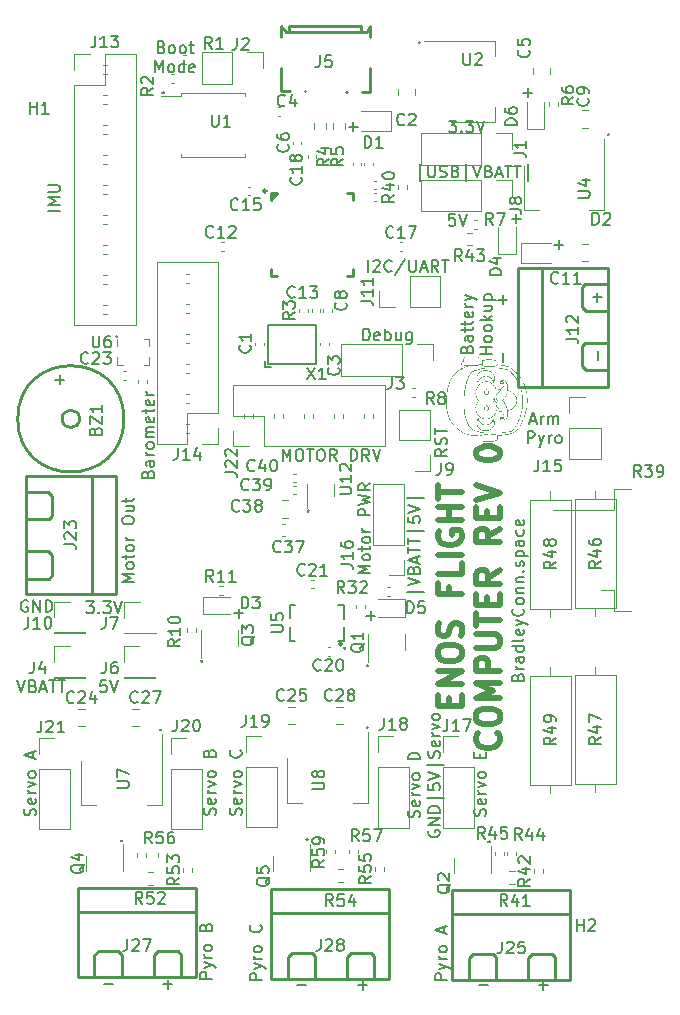
<source format=gbr>
%TF.GenerationSoftware,KiCad,Pcbnew,(6.0.10)*%
%TF.CreationDate,2023-02-23T14:30:16-05:00*%
%TF.ProjectId,rp2040_v0,72703230-3430-45f7-9630-2e6b69636164,rev?*%
%TF.SameCoordinates,Original*%
%TF.FileFunction,Legend,Top*%
%TF.FilePolarity,Positive*%
%FSLAX46Y46*%
G04 Gerber Fmt 4.6, Leading zero omitted, Abs format (unit mm)*
G04 Created by KiCad (PCBNEW (6.0.10)) date 2023-02-23 14:30:16*
%MOMM*%
%LPD*%
G01*
G04 APERTURE LIST*
%ADD10C,0.150000*%
%ADD11C,0.500000*%
%ADD12C,0.200000*%
%ADD13C,0.120000*%
%ADD14C,0.250000*%
%ADD15C,0.100000*%
G04 APERTURE END LIST*
D10*
X137219047Y-52471428D02*
X137980952Y-52471428D01*
X137600000Y-52852380D02*
X137600000Y-52090476D01*
X152019047Y-49571428D02*
X152780952Y-49571428D01*
X152400000Y-49952380D02*
X152400000Y-49190476D01*
X154619047Y-62471428D02*
X155380952Y-62471428D01*
X155000000Y-62852380D02*
X155000000Y-62090476D01*
X151019047Y-60271428D02*
X151780952Y-60271428D01*
X151400000Y-60652380D02*
X151400000Y-59890476D01*
X159200000Y-53057142D02*
X159247619Y-53104761D01*
X159200000Y-53152380D01*
X159152380Y-53104761D01*
X159200000Y-53057142D01*
X159200000Y-53152380D01*
X143200000Y-45257142D02*
X143247619Y-45304761D01*
X143200000Y-45352380D01*
X143152380Y-45304761D01*
X143200000Y-45257142D01*
X143200000Y-45352380D01*
X121500000Y-49557142D02*
X121547619Y-49604761D01*
X121500000Y-49652380D01*
X121452380Y-49604761D01*
X121500000Y-49557142D01*
X121500000Y-49652380D01*
X117600000Y-70157142D02*
X117647619Y-70204761D01*
X117600000Y-70252380D01*
X117552380Y-70204761D01*
X117600000Y-70157142D01*
X117600000Y-70252380D01*
X133800000Y-84957142D02*
X133847619Y-85004761D01*
X133800000Y-85052380D01*
X133752380Y-85004761D01*
X133800000Y-84957142D01*
X133800000Y-85052380D01*
X138800000Y-98057142D02*
X138847619Y-98104761D01*
X138800000Y-98152380D01*
X138752380Y-98104761D01*
X138800000Y-98057142D01*
X138800000Y-98152380D01*
X121300000Y-103457142D02*
X121347619Y-103504761D01*
X121300000Y-103552380D01*
X121252380Y-103504761D01*
X121300000Y-103457142D01*
X121300000Y-103552380D01*
X138800000Y-103257142D02*
X138847619Y-103304761D01*
X138800000Y-103352380D01*
X138752380Y-103304761D01*
X138800000Y-103257142D01*
X138800000Y-103352380D01*
X149100000Y-112957142D02*
X149147619Y-113004761D01*
X149100000Y-113052380D01*
X149052380Y-113004761D01*
X149100000Y-112957142D01*
X149100000Y-113052380D01*
X133700000Y-112757142D02*
X133747619Y-112804761D01*
X133700000Y-112852380D01*
X133652380Y-112804761D01*
X133700000Y-112757142D01*
X133700000Y-112852380D01*
X118000000Y-112857142D02*
X118047619Y-112904761D01*
X118000000Y-112952380D01*
X117952380Y-112904761D01*
X118000000Y-112857142D01*
X118000000Y-112952380D01*
X124800000Y-97657142D02*
X124847619Y-97704761D01*
X124800000Y-97752380D01*
X124752380Y-97704761D01*
X124800000Y-97657142D01*
X124800000Y-97752380D01*
X136900000Y-96557142D02*
X136947619Y-96604761D01*
X136900000Y-96652380D01*
X136852380Y-96604761D01*
X136900000Y-96557142D01*
X136900000Y-96652380D01*
X147223571Y-71271428D02*
X147271190Y-71128571D01*
X147318809Y-71080952D01*
X147414047Y-71033333D01*
X147556904Y-71033333D01*
X147652142Y-71080952D01*
X147699761Y-71128571D01*
X147747380Y-71223809D01*
X147747380Y-71604761D01*
X146747380Y-71604761D01*
X146747380Y-71271428D01*
X146795000Y-71176190D01*
X146842619Y-71128571D01*
X146937857Y-71080952D01*
X147033095Y-71080952D01*
X147128333Y-71128571D01*
X147175952Y-71176190D01*
X147223571Y-71271428D01*
X147223571Y-71604761D01*
X147747380Y-70176190D02*
X147223571Y-70176190D01*
X147128333Y-70223809D01*
X147080714Y-70319047D01*
X147080714Y-70509523D01*
X147128333Y-70604761D01*
X147699761Y-70176190D02*
X147747380Y-70271428D01*
X147747380Y-70509523D01*
X147699761Y-70604761D01*
X147604523Y-70652380D01*
X147509285Y-70652380D01*
X147414047Y-70604761D01*
X147366428Y-70509523D01*
X147366428Y-70271428D01*
X147318809Y-70176190D01*
X147080714Y-69842857D02*
X147080714Y-69461904D01*
X146747380Y-69700000D02*
X147604523Y-69700000D01*
X147699761Y-69652380D01*
X147747380Y-69557142D01*
X147747380Y-69461904D01*
X147080714Y-69271428D02*
X147080714Y-68890476D01*
X146747380Y-69128571D02*
X147604523Y-69128571D01*
X147699761Y-69080952D01*
X147747380Y-68985714D01*
X147747380Y-68890476D01*
X147699761Y-68176190D02*
X147747380Y-68271428D01*
X147747380Y-68461904D01*
X147699761Y-68557142D01*
X147604523Y-68604761D01*
X147223571Y-68604761D01*
X147128333Y-68557142D01*
X147080714Y-68461904D01*
X147080714Y-68271428D01*
X147128333Y-68176190D01*
X147223571Y-68128571D01*
X147318809Y-68128571D01*
X147414047Y-68604761D01*
X147747380Y-67700000D02*
X147080714Y-67700000D01*
X147271190Y-67700000D02*
X147175952Y-67652380D01*
X147128333Y-67604761D01*
X147080714Y-67509523D01*
X147080714Y-67414285D01*
X147080714Y-67176190D02*
X147747380Y-66938095D01*
X147080714Y-66700000D02*
X147747380Y-66938095D01*
X147985476Y-67033333D01*
X148033095Y-67080952D01*
X148080714Y-67176190D01*
X149357380Y-71700000D02*
X148357380Y-71700000D01*
X148833571Y-71700000D02*
X148833571Y-71128571D01*
X149357380Y-71128571D02*
X148357380Y-71128571D01*
X149357380Y-70509523D02*
X149309761Y-70604761D01*
X149262142Y-70652380D01*
X149166904Y-70700000D01*
X148881190Y-70700000D01*
X148785952Y-70652380D01*
X148738333Y-70604761D01*
X148690714Y-70509523D01*
X148690714Y-70366666D01*
X148738333Y-70271428D01*
X148785952Y-70223809D01*
X148881190Y-70176190D01*
X149166904Y-70176190D01*
X149262142Y-70223809D01*
X149309761Y-70271428D01*
X149357380Y-70366666D01*
X149357380Y-70509523D01*
X149357380Y-69604761D02*
X149309761Y-69700000D01*
X149262142Y-69747619D01*
X149166904Y-69795238D01*
X148881190Y-69795238D01*
X148785952Y-69747619D01*
X148738333Y-69700000D01*
X148690714Y-69604761D01*
X148690714Y-69461904D01*
X148738333Y-69366666D01*
X148785952Y-69319047D01*
X148881190Y-69271428D01*
X149166904Y-69271428D01*
X149262142Y-69319047D01*
X149309761Y-69366666D01*
X149357380Y-69461904D01*
X149357380Y-69604761D01*
X149357380Y-68842857D02*
X148357380Y-68842857D01*
X148976428Y-68747619D02*
X149357380Y-68461904D01*
X148690714Y-68461904D02*
X149071666Y-68842857D01*
X148690714Y-67604761D02*
X149357380Y-67604761D01*
X148690714Y-68033333D02*
X149214523Y-68033333D01*
X149309761Y-67985714D01*
X149357380Y-67890476D01*
X149357380Y-67747619D01*
X149309761Y-67652380D01*
X149262142Y-67604761D01*
X148690714Y-67128571D02*
X149690714Y-67128571D01*
X148738333Y-67128571D02*
X148690714Y-67033333D01*
X148690714Y-66842857D01*
X148738333Y-66747619D01*
X148785952Y-66700000D01*
X148881190Y-66652380D01*
X149166904Y-66652380D01*
X149262142Y-66700000D01*
X149309761Y-66747619D01*
X149357380Y-66842857D01*
X149357380Y-67033333D01*
X149309761Y-67128571D01*
X127519047Y-93671428D02*
X128280952Y-93671428D01*
X127900000Y-94052380D02*
X127900000Y-93290476D01*
X138719047Y-93871428D02*
X139480952Y-93871428D01*
X139100000Y-94252380D02*
X139100000Y-93490476D01*
X151528571Y-99076190D02*
X151576190Y-98933333D01*
X151623809Y-98885714D01*
X151719047Y-98838095D01*
X151861904Y-98838095D01*
X151957142Y-98885714D01*
X152004761Y-98933333D01*
X152052380Y-99028571D01*
X152052380Y-99409523D01*
X151052380Y-99409523D01*
X151052380Y-99076190D01*
X151100000Y-98980952D01*
X151147619Y-98933333D01*
X151242857Y-98885714D01*
X151338095Y-98885714D01*
X151433333Y-98933333D01*
X151480952Y-98980952D01*
X151528571Y-99076190D01*
X151528571Y-99409523D01*
X152052380Y-98409523D02*
X151385714Y-98409523D01*
X151576190Y-98409523D02*
X151480952Y-98361904D01*
X151433333Y-98314285D01*
X151385714Y-98219047D01*
X151385714Y-98123809D01*
X152052380Y-97361904D02*
X151528571Y-97361904D01*
X151433333Y-97409523D01*
X151385714Y-97504761D01*
X151385714Y-97695238D01*
X151433333Y-97790476D01*
X152004761Y-97361904D02*
X152052380Y-97457142D01*
X152052380Y-97695238D01*
X152004761Y-97790476D01*
X151909523Y-97838095D01*
X151814285Y-97838095D01*
X151719047Y-97790476D01*
X151671428Y-97695238D01*
X151671428Y-97457142D01*
X151623809Y-97361904D01*
X152052380Y-96457142D02*
X151052380Y-96457142D01*
X152004761Y-96457142D02*
X152052380Y-96552380D01*
X152052380Y-96742857D01*
X152004761Y-96838095D01*
X151957142Y-96885714D01*
X151861904Y-96933333D01*
X151576190Y-96933333D01*
X151480952Y-96885714D01*
X151433333Y-96838095D01*
X151385714Y-96742857D01*
X151385714Y-96552380D01*
X151433333Y-96457142D01*
X152052380Y-95838095D02*
X152004761Y-95933333D01*
X151909523Y-95980952D01*
X151052380Y-95980952D01*
X152004761Y-95076190D02*
X152052380Y-95171428D01*
X152052380Y-95361904D01*
X152004761Y-95457142D01*
X151909523Y-95504761D01*
X151528571Y-95504761D01*
X151433333Y-95457142D01*
X151385714Y-95361904D01*
X151385714Y-95171428D01*
X151433333Y-95076190D01*
X151528571Y-95028571D01*
X151623809Y-95028571D01*
X151719047Y-95504761D01*
X151385714Y-94695238D02*
X152052380Y-94457142D01*
X151385714Y-94219047D02*
X152052380Y-94457142D01*
X152290476Y-94552380D01*
X152338095Y-94600000D01*
X152385714Y-94695238D01*
X151957142Y-93266666D02*
X152004761Y-93314285D01*
X152052380Y-93457142D01*
X152052380Y-93552380D01*
X152004761Y-93695238D01*
X151909523Y-93790476D01*
X151814285Y-93838095D01*
X151623809Y-93885714D01*
X151480952Y-93885714D01*
X151290476Y-93838095D01*
X151195238Y-93790476D01*
X151100000Y-93695238D01*
X151052380Y-93552380D01*
X151052380Y-93457142D01*
X151100000Y-93314285D01*
X151147619Y-93266666D01*
X152052380Y-92695238D02*
X152004761Y-92790476D01*
X151957142Y-92838095D01*
X151861904Y-92885714D01*
X151576190Y-92885714D01*
X151480952Y-92838095D01*
X151433333Y-92790476D01*
X151385714Y-92695238D01*
X151385714Y-92552380D01*
X151433333Y-92457142D01*
X151480952Y-92409523D01*
X151576190Y-92361904D01*
X151861904Y-92361904D01*
X151957142Y-92409523D01*
X152004761Y-92457142D01*
X152052380Y-92552380D01*
X152052380Y-92695238D01*
X151385714Y-91933333D02*
X152052380Y-91933333D01*
X151480952Y-91933333D02*
X151433333Y-91885714D01*
X151385714Y-91790476D01*
X151385714Y-91647619D01*
X151433333Y-91552380D01*
X151528571Y-91504761D01*
X152052380Y-91504761D01*
X151385714Y-91028571D02*
X152052380Y-91028571D01*
X151480952Y-91028571D02*
X151433333Y-90980952D01*
X151385714Y-90885714D01*
X151385714Y-90742857D01*
X151433333Y-90647619D01*
X151528571Y-90600000D01*
X152052380Y-90600000D01*
X151957142Y-90123809D02*
X152004761Y-90076190D01*
X152052380Y-90123809D01*
X152004761Y-90171428D01*
X151957142Y-90123809D01*
X152052380Y-90123809D01*
X152004761Y-89695238D02*
X152052380Y-89600000D01*
X152052380Y-89409523D01*
X152004761Y-89314285D01*
X151909523Y-89266666D01*
X151861904Y-89266666D01*
X151766666Y-89314285D01*
X151719047Y-89409523D01*
X151719047Y-89552380D01*
X151671428Y-89647619D01*
X151576190Y-89695238D01*
X151528571Y-89695238D01*
X151433333Y-89647619D01*
X151385714Y-89552380D01*
X151385714Y-89409523D01*
X151433333Y-89314285D01*
X151385714Y-88838095D02*
X152385714Y-88838095D01*
X151433333Y-88838095D02*
X151385714Y-88742857D01*
X151385714Y-88552380D01*
X151433333Y-88457142D01*
X151480952Y-88409523D01*
X151576190Y-88361904D01*
X151861904Y-88361904D01*
X151957142Y-88409523D01*
X152004761Y-88457142D01*
X152052380Y-88552380D01*
X152052380Y-88742857D01*
X152004761Y-88838095D01*
X152052380Y-87504761D02*
X151528571Y-87504761D01*
X151433333Y-87552380D01*
X151385714Y-87647619D01*
X151385714Y-87838095D01*
X151433333Y-87933333D01*
X152004761Y-87504761D02*
X152052380Y-87600000D01*
X152052380Y-87838095D01*
X152004761Y-87933333D01*
X151909523Y-87980952D01*
X151814285Y-87980952D01*
X151719047Y-87933333D01*
X151671428Y-87838095D01*
X151671428Y-87600000D01*
X151623809Y-87504761D01*
X152004761Y-86600000D02*
X152052380Y-86695238D01*
X152052380Y-86885714D01*
X152004761Y-86980952D01*
X151957142Y-87028571D01*
X151861904Y-87076190D01*
X151576190Y-87076190D01*
X151480952Y-87028571D01*
X151433333Y-86980952D01*
X151385714Y-86885714D01*
X151385714Y-86695238D01*
X151433333Y-86600000D01*
X152004761Y-85790476D02*
X152052380Y-85885714D01*
X152052380Y-86076190D01*
X152004761Y-86171428D01*
X151909523Y-86219047D01*
X151528571Y-86219047D01*
X151433333Y-86171428D01*
X151385714Y-86076190D01*
X151385714Y-85885714D01*
X151433333Y-85790476D01*
X151528571Y-85742857D01*
X151623809Y-85742857D01*
X151719047Y-86219047D01*
D11*
X145747142Y-101490476D02*
X145747142Y-100823809D01*
X146794761Y-100538095D02*
X146794761Y-101490476D01*
X144794761Y-101490476D01*
X144794761Y-100538095D01*
X146794761Y-99680952D02*
X144794761Y-99680952D01*
X146794761Y-98538095D01*
X144794761Y-98538095D01*
X144794761Y-97204761D02*
X144794761Y-96823809D01*
X144890000Y-96633333D01*
X145080476Y-96442857D01*
X145461428Y-96347619D01*
X146128095Y-96347619D01*
X146509047Y-96442857D01*
X146699523Y-96633333D01*
X146794761Y-96823809D01*
X146794761Y-97204761D01*
X146699523Y-97395238D01*
X146509047Y-97585714D01*
X146128095Y-97680952D01*
X145461428Y-97680952D01*
X145080476Y-97585714D01*
X144890000Y-97395238D01*
X144794761Y-97204761D01*
X146699523Y-95585714D02*
X146794761Y-95300000D01*
X146794761Y-94823809D01*
X146699523Y-94633333D01*
X146604285Y-94538095D01*
X146413809Y-94442857D01*
X146223333Y-94442857D01*
X146032857Y-94538095D01*
X145937619Y-94633333D01*
X145842380Y-94823809D01*
X145747142Y-95204761D01*
X145651904Y-95395238D01*
X145556666Y-95490476D01*
X145366190Y-95585714D01*
X145175714Y-95585714D01*
X144985238Y-95490476D01*
X144890000Y-95395238D01*
X144794761Y-95204761D01*
X144794761Y-94728571D01*
X144890000Y-94442857D01*
X145747142Y-91395238D02*
X145747142Y-92061904D01*
X146794761Y-92061904D02*
X144794761Y-92061904D01*
X144794761Y-91109523D01*
X146794761Y-89395238D02*
X146794761Y-90347619D01*
X144794761Y-90347619D01*
X146794761Y-88728571D02*
X144794761Y-88728571D01*
X144890000Y-86728571D02*
X144794761Y-86919047D01*
X144794761Y-87204761D01*
X144890000Y-87490476D01*
X145080476Y-87680952D01*
X145270952Y-87776190D01*
X145651904Y-87871428D01*
X145937619Y-87871428D01*
X146318571Y-87776190D01*
X146509047Y-87680952D01*
X146699523Y-87490476D01*
X146794761Y-87204761D01*
X146794761Y-87014285D01*
X146699523Y-86728571D01*
X146604285Y-86633333D01*
X145937619Y-86633333D01*
X145937619Y-87014285D01*
X146794761Y-85776190D02*
X144794761Y-85776190D01*
X145747142Y-85776190D02*
X145747142Y-84633333D01*
X146794761Y-84633333D02*
X144794761Y-84633333D01*
X144794761Y-83966666D02*
X144794761Y-82823809D01*
X146794761Y-83395238D02*
X144794761Y-83395238D01*
X149824285Y-103823809D02*
X149919523Y-103919047D01*
X150014761Y-104204761D01*
X150014761Y-104395238D01*
X149919523Y-104680952D01*
X149729047Y-104871428D01*
X149538571Y-104966666D01*
X149157619Y-105061904D01*
X148871904Y-105061904D01*
X148490952Y-104966666D01*
X148300476Y-104871428D01*
X148110000Y-104680952D01*
X148014761Y-104395238D01*
X148014761Y-104204761D01*
X148110000Y-103919047D01*
X148205238Y-103823809D01*
X148014761Y-102585714D02*
X148014761Y-102204761D01*
X148110000Y-102014285D01*
X148300476Y-101823809D01*
X148681428Y-101728571D01*
X149348095Y-101728571D01*
X149729047Y-101823809D01*
X149919523Y-102014285D01*
X150014761Y-102204761D01*
X150014761Y-102585714D01*
X149919523Y-102776190D01*
X149729047Y-102966666D01*
X149348095Y-103061904D01*
X148681428Y-103061904D01*
X148300476Y-102966666D01*
X148110000Y-102776190D01*
X148014761Y-102585714D01*
X150014761Y-100871428D02*
X148014761Y-100871428D01*
X149443333Y-100204761D01*
X148014761Y-99538095D01*
X150014761Y-99538095D01*
X150014761Y-98585714D02*
X148014761Y-98585714D01*
X148014761Y-97823809D01*
X148110000Y-97633333D01*
X148205238Y-97538095D01*
X148395714Y-97442857D01*
X148681428Y-97442857D01*
X148871904Y-97538095D01*
X148967142Y-97633333D01*
X149062380Y-97823809D01*
X149062380Y-98585714D01*
X148014761Y-96585714D02*
X149633809Y-96585714D01*
X149824285Y-96490476D01*
X149919523Y-96395238D01*
X150014761Y-96204761D01*
X150014761Y-95823809D01*
X149919523Y-95633333D01*
X149824285Y-95538095D01*
X149633809Y-95442857D01*
X148014761Y-95442857D01*
X148014761Y-94776190D02*
X148014761Y-93633333D01*
X150014761Y-94204761D02*
X148014761Y-94204761D01*
X148967142Y-92966666D02*
X148967142Y-92300000D01*
X150014761Y-92014285D02*
X150014761Y-92966666D01*
X148014761Y-92966666D01*
X148014761Y-92014285D01*
X150014761Y-90014285D02*
X149062380Y-90680952D01*
X150014761Y-91157142D02*
X148014761Y-91157142D01*
X148014761Y-90395238D01*
X148110000Y-90204761D01*
X148205238Y-90109523D01*
X148395714Y-90014285D01*
X148681428Y-90014285D01*
X148871904Y-90109523D01*
X148967142Y-90204761D01*
X149062380Y-90395238D01*
X149062380Y-91157142D01*
X150014761Y-86490476D02*
X149062380Y-87157142D01*
X150014761Y-87633333D02*
X148014761Y-87633333D01*
X148014761Y-86871428D01*
X148110000Y-86680952D01*
X148205238Y-86585714D01*
X148395714Y-86490476D01*
X148681428Y-86490476D01*
X148871904Y-86585714D01*
X148967142Y-86680952D01*
X149062380Y-86871428D01*
X149062380Y-87633333D01*
X148967142Y-85633333D02*
X148967142Y-84966666D01*
X150014761Y-84680952D02*
X150014761Y-85633333D01*
X148014761Y-85633333D01*
X148014761Y-84680952D01*
X148014761Y-84109523D02*
X150014761Y-83442857D01*
X148014761Y-82776190D01*
X148014761Y-80204761D02*
X148014761Y-80014285D01*
X148110000Y-79823809D01*
X148205238Y-79728571D01*
X148395714Y-79633333D01*
X148776666Y-79538095D01*
X149252857Y-79538095D01*
X149633809Y-79633333D01*
X149824285Y-79728571D01*
X149919523Y-79823809D01*
X150014761Y-80014285D01*
X150014761Y-80204761D01*
X149919523Y-80395238D01*
X149824285Y-80490476D01*
X149633809Y-80585714D01*
X149252857Y-80680952D01*
X148776666Y-80680952D01*
X148395714Y-80585714D01*
X148205238Y-80490476D01*
X148110000Y-80395238D01*
X148014761Y-80204761D01*
D10*
X158271428Y-67280952D02*
X158271428Y-66519047D01*
X158652380Y-66900000D02*
X157890476Y-66900000D01*
X158371428Y-72180952D02*
X158371428Y-71419047D01*
X150271428Y-67480952D02*
X150271428Y-66719047D01*
X150652380Y-67100000D02*
X149890476Y-67100000D01*
X150271428Y-72380952D02*
X150271428Y-71619047D01*
X148219047Y-125171428D02*
X148980952Y-125171428D01*
X132819047Y-125171428D02*
X133580952Y-125171428D01*
X116519047Y-125071428D02*
X117280952Y-125071428D01*
X121519047Y-125071428D02*
X122280952Y-125071428D01*
X121900000Y-125452380D02*
X121900000Y-124690476D01*
X138019047Y-125171428D02*
X138780952Y-125171428D01*
X138400000Y-125552380D02*
X138400000Y-124790476D01*
X153319047Y-125171428D02*
X154080952Y-125171428D01*
X153700000Y-125552380D02*
X153700000Y-124790476D01*
X138452380Y-70552380D02*
X138452380Y-69552380D01*
X138690476Y-69552380D01*
X138833333Y-69600000D01*
X138928571Y-69695238D01*
X138976190Y-69790476D01*
X139023809Y-69980952D01*
X139023809Y-70123809D01*
X138976190Y-70314285D01*
X138928571Y-70409523D01*
X138833333Y-70504761D01*
X138690476Y-70552380D01*
X138452380Y-70552380D01*
X139833333Y-70504761D02*
X139738095Y-70552380D01*
X139547619Y-70552380D01*
X139452380Y-70504761D01*
X139404761Y-70409523D01*
X139404761Y-70028571D01*
X139452380Y-69933333D01*
X139547619Y-69885714D01*
X139738095Y-69885714D01*
X139833333Y-69933333D01*
X139880952Y-70028571D01*
X139880952Y-70123809D01*
X139404761Y-70219047D01*
X140309523Y-70552380D02*
X140309523Y-69552380D01*
X140309523Y-69933333D02*
X140404761Y-69885714D01*
X140595238Y-69885714D01*
X140690476Y-69933333D01*
X140738095Y-69980952D01*
X140785714Y-70076190D01*
X140785714Y-70361904D01*
X140738095Y-70457142D01*
X140690476Y-70504761D01*
X140595238Y-70552380D01*
X140404761Y-70552380D01*
X140309523Y-70504761D01*
X141642857Y-69885714D02*
X141642857Y-70552380D01*
X141214285Y-69885714D02*
X141214285Y-70409523D01*
X141261904Y-70504761D01*
X141357142Y-70552380D01*
X141500000Y-70552380D01*
X141595238Y-70504761D01*
X141642857Y-70457142D01*
X142547619Y-69885714D02*
X142547619Y-70695238D01*
X142500000Y-70790476D01*
X142452380Y-70838095D01*
X142357142Y-70885714D01*
X142214285Y-70885714D01*
X142119047Y-70838095D01*
X142547619Y-70504761D02*
X142452380Y-70552380D01*
X142261904Y-70552380D01*
X142166666Y-70504761D01*
X142119047Y-70457142D01*
X142071428Y-70361904D01*
X142071428Y-70076190D01*
X142119047Y-69980952D01*
X142166666Y-69933333D01*
X142261904Y-69885714D01*
X142452380Y-69885714D01*
X142547619Y-69933333D01*
X138866666Y-64752380D02*
X138866666Y-63752380D01*
X139295238Y-63847619D02*
X139342857Y-63800000D01*
X139438095Y-63752380D01*
X139676190Y-63752380D01*
X139771428Y-63800000D01*
X139819047Y-63847619D01*
X139866666Y-63942857D01*
X139866666Y-64038095D01*
X139819047Y-64180952D01*
X139247619Y-64752380D01*
X139866666Y-64752380D01*
X140866666Y-64657142D02*
X140819047Y-64704761D01*
X140676190Y-64752380D01*
X140580952Y-64752380D01*
X140438095Y-64704761D01*
X140342857Y-64609523D01*
X140295238Y-64514285D01*
X140247619Y-64323809D01*
X140247619Y-64180952D01*
X140295238Y-63990476D01*
X140342857Y-63895238D01*
X140438095Y-63800000D01*
X140580952Y-63752380D01*
X140676190Y-63752380D01*
X140819047Y-63800000D01*
X140866666Y-63847619D01*
X142009523Y-63704761D02*
X141152380Y-64990476D01*
X142342857Y-63752380D02*
X142342857Y-64561904D01*
X142390476Y-64657142D01*
X142438095Y-64704761D01*
X142533333Y-64752380D01*
X142723809Y-64752380D01*
X142819047Y-64704761D01*
X142866666Y-64657142D01*
X142914285Y-64561904D01*
X142914285Y-63752380D01*
X143342857Y-64466666D02*
X143819047Y-64466666D01*
X143247619Y-64752380D02*
X143580952Y-63752380D01*
X143914285Y-64752380D01*
X144819047Y-64752380D02*
X144485714Y-64276190D01*
X144247619Y-64752380D02*
X144247619Y-63752380D01*
X144628571Y-63752380D01*
X144723809Y-63800000D01*
X144771428Y-63847619D01*
X144819047Y-63942857D01*
X144819047Y-64085714D01*
X144771428Y-64180952D01*
X144723809Y-64228571D01*
X144628571Y-64276190D01*
X144247619Y-64276190D01*
X145104761Y-63752380D02*
X145676190Y-63752380D01*
X145390476Y-64752380D02*
X145390476Y-63752380D01*
X152585714Y-77361666D02*
X153061904Y-77361666D01*
X152490476Y-77647380D02*
X152823809Y-76647380D01*
X153157142Y-77647380D01*
X153490476Y-77647380D02*
X153490476Y-76980714D01*
X153490476Y-77171190D02*
X153538095Y-77075952D01*
X153585714Y-77028333D01*
X153680952Y-76980714D01*
X153776190Y-76980714D01*
X154109523Y-77647380D02*
X154109523Y-76980714D01*
X154109523Y-77075952D02*
X154157142Y-77028333D01*
X154252380Y-76980714D01*
X154395238Y-76980714D01*
X154490476Y-77028333D01*
X154538095Y-77123571D01*
X154538095Y-77647380D01*
X154538095Y-77123571D02*
X154585714Y-77028333D01*
X154680952Y-76980714D01*
X154823809Y-76980714D01*
X154919047Y-77028333D01*
X154966666Y-77123571D01*
X154966666Y-77647380D01*
X152395238Y-79257380D02*
X152395238Y-78257380D01*
X152776190Y-78257380D01*
X152871428Y-78305000D01*
X152919047Y-78352619D01*
X152966666Y-78447857D01*
X152966666Y-78590714D01*
X152919047Y-78685952D01*
X152871428Y-78733571D01*
X152776190Y-78781190D01*
X152395238Y-78781190D01*
X153300000Y-78590714D02*
X153538095Y-79257380D01*
X153776190Y-78590714D02*
X153538095Y-79257380D01*
X153442857Y-79495476D01*
X153395238Y-79543095D01*
X153300000Y-79590714D01*
X154157142Y-79257380D02*
X154157142Y-78590714D01*
X154157142Y-78781190D02*
X154204761Y-78685952D01*
X154252380Y-78638333D01*
X154347619Y-78590714D01*
X154442857Y-78590714D01*
X154919047Y-79257380D02*
X154823809Y-79209761D01*
X154776190Y-79162142D01*
X154728571Y-79066904D01*
X154728571Y-78781190D01*
X154776190Y-78685952D01*
X154823809Y-78638333D01*
X154919047Y-78590714D01*
X155061904Y-78590714D01*
X155157142Y-78638333D01*
X155204761Y-78685952D01*
X155252380Y-78781190D01*
X155252380Y-79066904D01*
X155204761Y-79162142D01*
X155157142Y-79209761D01*
X155061904Y-79257380D01*
X154919047Y-79257380D01*
X121380952Y-45723571D02*
X121523809Y-45771190D01*
X121571428Y-45818809D01*
X121619047Y-45914047D01*
X121619047Y-46056904D01*
X121571428Y-46152142D01*
X121523809Y-46199761D01*
X121428571Y-46247380D01*
X121047619Y-46247380D01*
X121047619Y-45247380D01*
X121380952Y-45247380D01*
X121476190Y-45295000D01*
X121523809Y-45342619D01*
X121571428Y-45437857D01*
X121571428Y-45533095D01*
X121523809Y-45628333D01*
X121476190Y-45675952D01*
X121380952Y-45723571D01*
X121047619Y-45723571D01*
X122190476Y-46247380D02*
X122095238Y-46199761D01*
X122047619Y-46152142D01*
X122000000Y-46056904D01*
X122000000Y-45771190D01*
X122047619Y-45675952D01*
X122095238Y-45628333D01*
X122190476Y-45580714D01*
X122333333Y-45580714D01*
X122428571Y-45628333D01*
X122476190Y-45675952D01*
X122523809Y-45771190D01*
X122523809Y-46056904D01*
X122476190Y-46152142D01*
X122428571Y-46199761D01*
X122333333Y-46247380D01*
X122190476Y-46247380D01*
X123095238Y-46247380D02*
X123000000Y-46199761D01*
X122952380Y-46152142D01*
X122904761Y-46056904D01*
X122904761Y-45771190D01*
X122952380Y-45675952D01*
X123000000Y-45628333D01*
X123095238Y-45580714D01*
X123238095Y-45580714D01*
X123333333Y-45628333D01*
X123380952Y-45675952D01*
X123428571Y-45771190D01*
X123428571Y-46056904D01*
X123380952Y-46152142D01*
X123333333Y-46199761D01*
X123238095Y-46247380D01*
X123095238Y-46247380D01*
X123714285Y-45580714D02*
X124095238Y-45580714D01*
X123857142Y-45247380D02*
X123857142Y-46104523D01*
X123904761Y-46199761D01*
X124000000Y-46247380D01*
X124095238Y-46247380D01*
X120833333Y-47857380D02*
X120833333Y-46857380D01*
X121166666Y-47571666D01*
X121500000Y-46857380D01*
X121500000Y-47857380D01*
X122119047Y-47857380D02*
X122023809Y-47809761D01*
X121976190Y-47762142D01*
X121928571Y-47666904D01*
X121928571Y-47381190D01*
X121976190Y-47285952D01*
X122023809Y-47238333D01*
X122119047Y-47190714D01*
X122261904Y-47190714D01*
X122357142Y-47238333D01*
X122404761Y-47285952D01*
X122452380Y-47381190D01*
X122452380Y-47666904D01*
X122404761Y-47762142D01*
X122357142Y-47809761D01*
X122261904Y-47857380D01*
X122119047Y-47857380D01*
X123309523Y-47857380D02*
X123309523Y-46857380D01*
X123309523Y-47809761D02*
X123214285Y-47857380D01*
X123023809Y-47857380D01*
X122928571Y-47809761D01*
X122880952Y-47762142D01*
X122833333Y-47666904D01*
X122833333Y-47381190D01*
X122880952Y-47285952D01*
X122928571Y-47238333D01*
X123023809Y-47190714D01*
X123214285Y-47190714D01*
X123309523Y-47238333D01*
X124166666Y-47809761D02*
X124071428Y-47857380D01*
X123880952Y-47857380D01*
X123785714Y-47809761D01*
X123738095Y-47714523D01*
X123738095Y-47333571D01*
X123785714Y-47238333D01*
X123880952Y-47190714D01*
X124071428Y-47190714D01*
X124166666Y-47238333D01*
X124214285Y-47333571D01*
X124214285Y-47428809D01*
X123738095Y-47524047D01*
X131628571Y-80752380D02*
X131628571Y-79752380D01*
X131961904Y-80466666D01*
X132295238Y-79752380D01*
X132295238Y-80752380D01*
X132961904Y-79752380D02*
X133152380Y-79752380D01*
X133247619Y-79800000D01*
X133342857Y-79895238D01*
X133390476Y-80085714D01*
X133390476Y-80419047D01*
X133342857Y-80609523D01*
X133247619Y-80704761D01*
X133152380Y-80752380D01*
X132961904Y-80752380D01*
X132866666Y-80704761D01*
X132771428Y-80609523D01*
X132723809Y-80419047D01*
X132723809Y-80085714D01*
X132771428Y-79895238D01*
X132866666Y-79800000D01*
X132961904Y-79752380D01*
X133676190Y-79752380D02*
X134247619Y-79752380D01*
X133961904Y-80752380D02*
X133961904Y-79752380D01*
X134771428Y-79752380D02*
X134961904Y-79752380D01*
X135057142Y-79800000D01*
X135152380Y-79895238D01*
X135200000Y-80085714D01*
X135200000Y-80419047D01*
X135152380Y-80609523D01*
X135057142Y-80704761D01*
X134961904Y-80752380D01*
X134771428Y-80752380D01*
X134676190Y-80704761D01*
X134580952Y-80609523D01*
X134533333Y-80419047D01*
X134533333Y-80085714D01*
X134580952Y-79895238D01*
X134676190Y-79800000D01*
X134771428Y-79752380D01*
X136200000Y-80752380D02*
X135866666Y-80276190D01*
X135628571Y-80752380D02*
X135628571Y-79752380D01*
X136009523Y-79752380D01*
X136104761Y-79800000D01*
X136152380Y-79847619D01*
X136200000Y-79942857D01*
X136200000Y-80085714D01*
X136152380Y-80180952D01*
X136104761Y-80228571D01*
X136009523Y-80276190D01*
X135628571Y-80276190D01*
X137390476Y-80752380D02*
X137390476Y-79752380D01*
X137628571Y-79752380D01*
X137771428Y-79800000D01*
X137866666Y-79895238D01*
X137914285Y-79990476D01*
X137961904Y-80180952D01*
X137961904Y-80323809D01*
X137914285Y-80514285D01*
X137866666Y-80609523D01*
X137771428Y-80704761D01*
X137628571Y-80752380D01*
X137390476Y-80752380D01*
X138961904Y-80752380D02*
X138628571Y-80276190D01*
X138390476Y-80752380D02*
X138390476Y-79752380D01*
X138771428Y-79752380D01*
X138866666Y-79800000D01*
X138914285Y-79847619D01*
X138961904Y-79942857D01*
X138961904Y-80085714D01*
X138914285Y-80180952D01*
X138866666Y-80228571D01*
X138771428Y-80276190D01*
X138390476Y-80276190D01*
X139247619Y-79752380D02*
X139580952Y-80752380D01*
X139914285Y-79752380D01*
X120228571Y-81861904D02*
X120276190Y-81719047D01*
X120323809Y-81671428D01*
X120419047Y-81623809D01*
X120561904Y-81623809D01*
X120657142Y-81671428D01*
X120704761Y-81719047D01*
X120752380Y-81814285D01*
X120752380Y-82195238D01*
X119752380Y-82195238D01*
X119752380Y-81861904D01*
X119800000Y-81766666D01*
X119847619Y-81719047D01*
X119942857Y-81671428D01*
X120038095Y-81671428D01*
X120133333Y-81719047D01*
X120180952Y-81766666D01*
X120228571Y-81861904D01*
X120228571Y-82195238D01*
X120752380Y-80766666D02*
X120228571Y-80766666D01*
X120133333Y-80814285D01*
X120085714Y-80909523D01*
X120085714Y-81100000D01*
X120133333Y-81195238D01*
X120704761Y-80766666D02*
X120752380Y-80861904D01*
X120752380Y-81100000D01*
X120704761Y-81195238D01*
X120609523Y-81242857D01*
X120514285Y-81242857D01*
X120419047Y-81195238D01*
X120371428Y-81100000D01*
X120371428Y-80861904D01*
X120323809Y-80766666D01*
X120752380Y-80290476D02*
X120085714Y-80290476D01*
X120276190Y-80290476D02*
X120180952Y-80242857D01*
X120133333Y-80195238D01*
X120085714Y-80100000D01*
X120085714Y-80004761D01*
X120752380Y-79528571D02*
X120704761Y-79623809D01*
X120657142Y-79671428D01*
X120561904Y-79719047D01*
X120276190Y-79719047D01*
X120180952Y-79671428D01*
X120133333Y-79623809D01*
X120085714Y-79528571D01*
X120085714Y-79385714D01*
X120133333Y-79290476D01*
X120180952Y-79242857D01*
X120276190Y-79195238D01*
X120561904Y-79195238D01*
X120657142Y-79242857D01*
X120704761Y-79290476D01*
X120752380Y-79385714D01*
X120752380Y-79528571D01*
X120752380Y-78766666D02*
X120085714Y-78766666D01*
X120180952Y-78766666D02*
X120133333Y-78719047D01*
X120085714Y-78623809D01*
X120085714Y-78480952D01*
X120133333Y-78385714D01*
X120228571Y-78338095D01*
X120752380Y-78338095D01*
X120228571Y-78338095D02*
X120133333Y-78290476D01*
X120085714Y-78195238D01*
X120085714Y-78052380D01*
X120133333Y-77957142D01*
X120228571Y-77909523D01*
X120752380Y-77909523D01*
X120704761Y-77052380D02*
X120752380Y-77147619D01*
X120752380Y-77338095D01*
X120704761Y-77433333D01*
X120609523Y-77480952D01*
X120228571Y-77480952D01*
X120133333Y-77433333D01*
X120085714Y-77338095D01*
X120085714Y-77147619D01*
X120133333Y-77052380D01*
X120228571Y-77004761D01*
X120323809Y-77004761D01*
X120419047Y-77480952D01*
X120085714Y-76719047D02*
X120085714Y-76338095D01*
X119752380Y-76576190D02*
X120609523Y-76576190D01*
X120704761Y-76528571D01*
X120752380Y-76433333D01*
X120752380Y-76338095D01*
X120704761Y-75623809D02*
X120752380Y-75719047D01*
X120752380Y-75909523D01*
X120704761Y-76004761D01*
X120609523Y-76052380D01*
X120228571Y-76052380D01*
X120133333Y-76004761D01*
X120085714Y-75909523D01*
X120085714Y-75719047D01*
X120133333Y-75623809D01*
X120228571Y-75576190D01*
X120323809Y-75576190D01*
X120419047Y-76052380D01*
X120752380Y-75147619D02*
X120085714Y-75147619D01*
X120276190Y-75147619D02*
X120180952Y-75100000D01*
X120133333Y-75052380D01*
X120085714Y-74957142D01*
X120085714Y-74861904D01*
X112752380Y-59595238D02*
X111752380Y-59595238D01*
X112752380Y-59119047D02*
X111752380Y-59119047D01*
X112466666Y-58785714D01*
X111752380Y-58452380D01*
X112752380Y-58452380D01*
X111752380Y-57976190D02*
X112561904Y-57976190D01*
X112657142Y-57928571D01*
X112704761Y-57880952D01*
X112752380Y-57785714D01*
X112752380Y-57595238D01*
X112704761Y-57500000D01*
X112657142Y-57452380D01*
X112561904Y-57404761D01*
X111752380Y-57404761D01*
X116709523Y-99352380D02*
X116233333Y-99352380D01*
X116185714Y-99828571D01*
X116233333Y-99780952D01*
X116328571Y-99733333D01*
X116566666Y-99733333D01*
X116661904Y-99780952D01*
X116709523Y-99828571D01*
X116757142Y-99923809D01*
X116757142Y-100161904D01*
X116709523Y-100257142D01*
X116661904Y-100304761D01*
X116566666Y-100352380D01*
X116328571Y-100352380D01*
X116233333Y-100304761D01*
X116185714Y-100257142D01*
X117042857Y-99352380D02*
X117376190Y-100352380D01*
X117709523Y-99352380D01*
X115023809Y-92652380D02*
X115642857Y-92652380D01*
X115309523Y-93033333D01*
X115452380Y-93033333D01*
X115547619Y-93080952D01*
X115595238Y-93128571D01*
X115642857Y-93223809D01*
X115642857Y-93461904D01*
X115595238Y-93557142D01*
X115547619Y-93604761D01*
X115452380Y-93652380D01*
X115166666Y-93652380D01*
X115071428Y-93604761D01*
X115023809Y-93557142D01*
X116071428Y-93557142D02*
X116119047Y-93604761D01*
X116071428Y-93652380D01*
X116023809Y-93604761D01*
X116071428Y-93557142D01*
X116071428Y-93652380D01*
X116452380Y-92652380D02*
X117071428Y-92652380D01*
X116738095Y-93033333D01*
X116880952Y-93033333D01*
X116976190Y-93080952D01*
X117023809Y-93128571D01*
X117071428Y-93223809D01*
X117071428Y-93461904D01*
X117023809Y-93557142D01*
X116976190Y-93604761D01*
X116880952Y-93652380D01*
X116595238Y-93652380D01*
X116500000Y-93604761D01*
X116452380Y-93557142D01*
X117357142Y-92652380D02*
X117690476Y-93652380D01*
X118023809Y-92652380D01*
X109176190Y-99352380D02*
X109509523Y-100352380D01*
X109842857Y-99352380D01*
X110509523Y-99828571D02*
X110652380Y-99876190D01*
X110700000Y-99923809D01*
X110747619Y-100019047D01*
X110747619Y-100161904D01*
X110700000Y-100257142D01*
X110652380Y-100304761D01*
X110557142Y-100352380D01*
X110176190Y-100352380D01*
X110176190Y-99352380D01*
X110509523Y-99352380D01*
X110604761Y-99400000D01*
X110652380Y-99447619D01*
X110700000Y-99542857D01*
X110700000Y-99638095D01*
X110652380Y-99733333D01*
X110604761Y-99780952D01*
X110509523Y-99828571D01*
X110176190Y-99828571D01*
X111128571Y-100066666D02*
X111604761Y-100066666D01*
X111033333Y-100352380D02*
X111366666Y-99352380D01*
X111700000Y-100352380D01*
X111890476Y-99352380D02*
X112461904Y-99352380D01*
X112176190Y-100352380D02*
X112176190Y-99352380D01*
X112652380Y-99352380D02*
X113223809Y-99352380D01*
X112938095Y-100352380D02*
X112938095Y-99352380D01*
X110038095Y-92600000D02*
X109942857Y-92552380D01*
X109800000Y-92552380D01*
X109657142Y-92600000D01*
X109561904Y-92695238D01*
X109514285Y-92790476D01*
X109466666Y-92980952D01*
X109466666Y-93123809D01*
X109514285Y-93314285D01*
X109561904Y-93409523D01*
X109657142Y-93504761D01*
X109800000Y-93552380D01*
X109895238Y-93552380D01*
X110038095Y-93504761D01*
X110085714Y-93457142D01*
X110085714Y-93123809D01*
X109895238Y-93123809D01*
X110514285Y-93552380D02*
X110514285Y-92552380D01*
X111085714Y-93552380D01*
X111085714Y-92552380D01*
X111561904Y-93552380D02*
X111561904Y-92552380D01*
X111800000Y-92552380D01*
X111942857Y-92600000D01*
X112038095Y-92695238D01*
X112085714Y-92790476D01*
X112133333Y-92980952D01*
X112133333Y-93123809D01*
X112085714Y-93314285D01*
X112038095Y-93409523D01*
X111942857Y-93504761D01*
X111800000Y-93552380D01*
X111561904Y-93552380D01*
X119052380Y-90976190D02*
X118052380Y-90976190D01*
X118766666Y-90642857D01*
X118052380Y-90309523D01*
X119052380Y-90309523D01*
X119052380Y-89690476D02*
X119004761Y-89785714D01*
X118957142Y-89833333D01*
X118861904Y-89880952D01*
X118576190Y-89880952D01*
X118480952Y-89833333D01*
X118433333Y-89785714D01*
X118385714Y-89690476D01*
X118385714Y-89547619D01*
X118433333Y-89452380D01*
X118480952Y-89404761D01*
X118576190Y-89357142D01*
X118861904Y-89357142D01*
X118957142Y-89404761D01*
X119004761Y-89452380D01*
X119052380Y-89547619D01*
X119052380Y-89690476D01*
X118385714Y-89071428D02*
X118385714Y-88690476D01*
X118052380Y-88928571D02*
X118909523Y-88928571D01*
X119004761Y-88880952D01*
X119052380Y-88785714D01*
X119052380Y-88690476D01*
X119052380Y-88214285D02*
X119004761Y-88309523D01*
X118957142Y-88357142D01*
X118861904Y-88404761D01*
X118576190Y-88404761D01*
X118480952Y-88357142D01*
X118433333Y-88309523D01*
X118385714Y-88214285D01*
X118385714Y-88071428D01*
X118433333Y-87976190D01*
X118480952Y-87928571D01*
X118576190Y-87880952D01*
X118861904Y-87880952D01*
X118957142Y-87928571D01*
X119004761Y-87976190D01*
X119052380Y-88071428D01*
X119052380Y-88214285D01*
X119052380Y-87452380D02*
X118385714Y-87452380D01*
X118576190Y-87452380D02*
X118480952Y-87404761D01*
X118433333Y-87357142D01*
X118385714Y-87261904D01*
X118385714Y-87166666D01*
X118052380Y-85880952D02*
X118052380Y-85690476D01*
X118100000Y-85595238D01*
X118195238Y-85500000D01*
X118385714Y-85452380D01*
X118719047Y-85452380D01*
X118909523Y-85500000D01*
X119004761Y-85595238D01*
X119052380Y-85690476D01*
X119052380Y-85880952D01*
X119004761Y-85976190D01*
X118909523Y-86071428D01*
X118719047Y-86119047D01*
X118385714Y-86119047D01*
X118195238Y-86071428D01*
X118100000Y-85976190D01*
X118052380Y-85880952D01*
X118385714Y-84595238D02*
X119052380Y-84595238D01*
X118385714Y-85023809D02*
X118909523Y-85023809D01*
X119004761Y-84976190D01*
X119052380Y-84880952D01*
X119052380Y-84738095D01*
X119004761Y-84642857D01*
X118957142Y-84595238D01*
X118385714Y-84261904D02*
X118385714Y-83880952D01*
X118052380Y-84119047D02*
X118909523Y-84119047D01*
X119004761Y-84071428D01*
X119052380Y-83976190D01*
X119052380Y-83880952D01*
X125652380Y-124585714D02*
X124652380Y-124585714D01*
X124652380Y-124204761D01*
X124700000Y-124109523D01*
X124747619Y-124061904D01*
X124842857Y-124014285D01*
X124985714Y-124014285D01*
X125080952Y-124061904D01*
X125128571Y-124109523D01*
X125176190Y-124204761D01*
X125176190Y-124585714D01*
X124985714Y-123680952D02*
X125652380Y-123442857D01*
X124985714Y-123204761D02*
X125652380Y-123442857D01*
X125890476Y-123538095D01*
X125938095Y-123585714D01*
X125985714Y-123680952D01*
X125652380Y-122823809D02*
X124985714Y-122823809D01*
X125176190Y-122823809D02*
X125080952Y-122776190D01*
X125033333Y-122728571D01*
X124985714Y-122633333D01*
X124985714Y-122538095D01*
X125652380Y-122061904D02*
X125604761Y-122157142D01*
X125557142Y-122204761D01*
X125461904Y-122252380D01*
X125176190Y-122252380D01*
X125080952Y-122204761D01*
X125033333Y-122157142D01*
X124985714Y-122061904D01*
X124985714Y-121919047D01*
X125033333Y-121823809D01*
X125080952Y-121776190D01*
X125176190Y-121728571D01*
X125461904Y-121728571D01*
X125557142Y-121776190D01*
X125604761Y-121823809D01*
X125652380Y-121919047D01*
X125652380Y-122061904D01*
X125128571Y-120204761D02*
X125176190Y-120061904D01*
X125223809Y-120014285D01*
X125319047Y-119966666D01*
X125461904Y-119966666D01*
X125557142Y-120014285D01*
X125604761Y-120061904D01*
X125652380Y-120157142D01*
X125652380Y-120538095D01*
X124652380Y-120538095D01*
X124652380Y-120204761D01*
X124700000Y-120109523D01*
X124747619Y-120061904D01*
X124842857Y-120014285D01*
X124938095Y-120014285D01*
X125033333Y-120061904D01*
X125080952Y-120109523D01*
X125128571Y-120204761D01*
X125128571Y-120538095D01*
X129852380Y-124685714D02*
X128852380Y-124685714D01*
X128852380Y-124304761D01*
X128900000Y-124209523D01*
X128947619Y-124161904D01*
X129042857Y-124114285D01*
X129185714Y-124114285D01*
X129280952Y-124161904D01*
X129328571Y-124209523D01*
X129376190Y-124304761D01*
X129376190Y-124685714D01*
X129185714Y-123780952D02*
X129852380Y-123542857D01*
X129185714Y-123304761D02*
X129852380Y-123542857D01*
X130090476Y-123638095D01*
X130138095Y-123685714D01*
X130185714Y-123780952D01*
X129852380Y-122923809D02*
X129185714Y-122923809D01*
X129376190Y-122923809D02*
X129280952Y-122876190D01*
X129233333Y-122828571D01*
X129185714Y-122733333D01*
X129185714Y-122638095D01*
X129852380Y-122161904D02*
X129804761Y-122257142D01*
X129757142Y-122304761D01*
X129661904Y-122352380D01*
X129376190Y-122352380D01*
X129280952Y-122304761D01*
X129233333Y-122257142D01*
X129185714Y-122161904D01*
X129185714Y-122019047D01*
X129233333Y-121923809D01*
X129280952Y-121876190D01*
X129376190Y-121828571D01*
X129661904Y-121828571D01*
X129757142Y-121876190D01*
X129804761Y-121923809D01*
X129852380Y-122019047D01*
X129852380Y-122161904D01*
X129757142Y-120066666D02*
X129804761Y-120114285D01*
X129852380Y-120257142D01*
X129852380Y-120352380D01*
X129804761Y-120495238D01*
X129709523Y-120590476D01*
X129614285Y-120638095D01*
X129423809Y-120685714D01*
X129280952Y-120685714D01*
X129090476Y-120638095D01*
X128995238Y-120590476D01*
X128900000Y-120495238D01*
X128852380Y-120352380D01*
X128852380Y-120257142D01*
X128900000Y-120114285D01*
X128947619Y-120066666D01*
X145552380Y-124714285D02*
X144552380Y-124714285D01*
X144552380Y-124333333D01*
X144600000Y-124238095D01*
X144647619Y-124190476D01*
X144742857Y-124142857D01*
X144885714Y-124142857D01*
X144980952Y-124190476D01*
X145028571Y-124238095D01*
X145076190Y-124333333D01*
X145076190Y-124714285D01*
X144885714Y-123809523D02*
X145552380Y-123571428D01*
X144885714Y-123333333D02*
X145552380Y-123571428D01*
X145790476Y-123666666D01*
X145838095Y-123714285D01*
X145885714Y-123809523D01*
X145552380Y-122952380D02*
X144885714Y-122952380D01*
X145076190Y-122952380D02*
X144980952Y-122904761D01*
X144933333Y-122857142D01*
X144885714Y-122761904D01*
X144885714Y-122666666D01*
X145552380Y-122190476D02*
X145504761Y-122285714D01*
X145457142Y-122333333D01*
X145361904Y-122380952D01*
X145076190Y-122380952D01*
X144980952Y-122333333D01*
X144933333Y-122285714D01*
X144885714Y-122190476D01*
X144885714Y-122047619D01*
X144933333Y-121952380D01*
X144980952Y-121904761D01*
X145076190Y-121857142D01*
X145361904Y-121857142D01*
X145457142Y-121904761D01*
X145504761Y-121952380D01*
X145552380Y-122047619D01*
X145552380Y-122190476D01*
X145266666Y-120714285D02*
X145266666Y-120238095D01*
X145552380Y-120809523D02*
X144552380Y-120476190D01*
X145552380Y-120142857D01*
X110704761Y-110766666D02*
X110752380Y-110623809D01*
X110752380Y-110385714D01*
X110704761Y-110290476D01*
X110657142Y-110242857D01*
X110561904Y-110195238D01*
X110466666Y-110195238D01*
X110371428Y-110242857D01*
X110323809Y-110290476D01*
X110276190Y-110385714D01*
X110228571Y-110576190D01*
X110180952Y-110671428D01*
X110133333Y-110719047D01*
X110038095Y-110766666D01*
X109942857Y-110766666D01*
X109847619Y-110719047D01*
X109800000Y-110671428D01*
X109752380Y-110576190D01*
X109752380Y-110338095D01*
X109800000Y-110195238D01*
X110704761Y-109385714D02*
X110752380Y-109480952D01*
X110752380Y-109671428D01*
X110704761Y-109766666D01*
X110609523Y-109814285D01*
X110228571Y-109814285D01*
X110133333Y-109766666D01*
X110085714Y-109671428D01*
X110085714Y-109480952D01*
X110133333Y-109385714D01*
X110228571Y-109338095D01*
X110323809Y-109338095D01*
X110419047Y-109814285D01*
X110752380Y-108909523D02*
X110085714Y-108909523D01*
X110276190Y-108909523D02*
X110180952Y-108861904D01*
X110133333Y-108814285D01*
X110085714Y-108719047D01*
X110085714Y-108623809D01*
X110085714Y-108385714D02*
X110752380Y-108147619D01*
X110085714Y-107909523D01*
X110752380Y-107385714D02*
X110704761Y-107480952D01*
X110657142Y-107528571D01*
X110561904Y-107576190D01*
X110276190Y-107576190D01*
X110180952Y-107528571D01*
X110133333Y-107480952D01*
X110085714Y-107385714D01*
X110085714Y-107242857D01*
X110133333Y-107147619D01*
X110180952Y-107100000D01*
X110276190Y-107052380D01*
X110561904Y-107052380D01*
X110657142Y-107100000D01*
X110704761Y-107147619D01*
X110752380Y-107242857D01*
X110752380Y-107385714D01*
X110466666Y-105909523D02*
X110466666Y-105433333D01*
X110752380Y-106004761D02*
X109752380Y-105671428D01*
X110752380Y-105338095D01*
X125904761Y-110738095D02*
X125952380Y-110595238D01*
X125952380Y-110357142D01*
X125904761Y-110261904D01*
X125857142Y-110214285D01*
X125761904Y-110166666D01*
X125666666Y-110166666D01*
X125571428Y-110214285D01*
X125523809Y-110261904D01*
X125476190Y-110357142D01*
X125428571Y-110547619D01*
X125380952Y-110642857D01*
X125333333Y-110690476D01*
X125238095Y-110738095D01*
X125142857Y-110738095D01*
X125047619Y-110690476D01*
X125000000Y-110642857D01*
X124952380Y-110547619D01*
X124952380Y-110309523D01*
X125000000Y-110166666D01*
X125904761Y-109357142D02*
X125952380Y-109452380D01*
X125952380Y-109642857D01*
X125904761Y-109738095D01*
X125809523Y-109785714D01*
X125428571Y-109785714D01*
X125333333Y-109738095D01*
X125285714Y-109642857D01*
X125285714Y-109452380D01*
X125333333Y-109357142D01*
X125428571Y-109309523D01*
X125523809Y-109309523D01*
X125619047Y-109785714D01*
X125952380Y-108880952D02*
X125285714Y-108880952D01*
X125476190Y-108880952D02*
X125380952Y-108833333D01*
X125333333Y-108785714D01*
X125285714Y-108690476D01*
X125285714Y-108595238D01*
X125285714Y-108357142D02*
X125952380Y-108119047D01*
X125285714Y-107880952D01*
X125952380Y-107357142D02*
X125904761Y-107452380D01*
X125857142Y-107500000D01*
X125761904Y-107547619D01*
X125476190Y-107547619D01*
X125380952Y-107500000D01*
X125333333Y-107452380D01*
X125285714Y-107357142D01*
X125285714Y-107214285D01*
X125333333Y-107119047D01*
X125380952Y-107071428D01*
X125476190Y-107023809D01*
X125761904Y-107023809D01*
X125857142Y-107071428D01*
X125904761Y-107119047D01*
X125952380Y-107214285D01*
X125952380Y-107357142D01*
X125428571Y-105500000D02*
X125476190Y-105357142D01*
X125523809Y-105309523D01*
X125619047Y-105261904D01*
X125761904Y-105261904D01*
X125857142Y-105309523D01*
X125904761Y-105357142D01*
X125952380Y-105452380D01*
X125952380Y-105833333D01*
X124952380Y-105833333D01*
X124952380Y-105500000D01*
X125000000Y-105404761D01*
X125047619Y-105357142D01*
X125142857Y-105309523D01*
X125238095Y-105309523D01*
X125333333Y-105357142D01*
X125380952Y-105404761D01*
X125428571Y-105500000D01*
X125428571Y-105833333D01*
X128104761Y-110738095D02*
X128152380Y-110595238D01*
X128152380Y-110357142D01*
X128104761Y-110261904D01*
X128057142Y-110214285D01*
X127961904Y-110166666D01*
X127866666Y-110166666D01*
X127771428Y-110214285D01*
X127723809Y-110261904D01*
X127676190Y-110357142D01*
X127628571Y-110547619D01*
X127580952Y-110642857D01*
X127533333Y-110690476D01*
X127438095Y-110738095D01*
X127342857Y-110738095D01*
X127247619Y-110690476D01*
X127200000Y-110642857D01*
X127152380Y-110547619D01*
X127152380Y-110309523D01*
X127200000Y-110166666D01*
X128104761Y-109357142D02*
X128152380Y-109452380D01*
X128152380Y-109642857D01*
X128104761Y-109738095D01*
X128009523Y-109785714D01*
X127628571Y-109785714D01*
X127533333Y-109738095D01*
X127485714Y-109642857D01*
X127485714Y-109452380D01*
X127533333Y-109357142D01*
X127628571Y-109309523D01*
X127723809Y-109309523D01*
X127819047Y-109785714D01*
X128152380Y-108880952D02*
X127485714Y-108880952D01*
X127676190Y-108880952D02*
X127580952Y-108833333D01*
X127533333Y-108785714D01*
X127485714Y-108690476D01*
X127485714Y-108595238D01*
X127485714Y-108357142D02*
X128152380Y-108119047D01*
X127485714Y-107880952D01*
X128152380Y-107357142D02*
X128104761Y-107452380D01*
X128057142Y-107500000D01*
X127961904Y-107547619D01*
X127676190Y-107547619D01*
X127580952Y-107500000D01*
X127533333Y-107452380D01*
X127485714Y-107357142D01*
X127485714Y-107214285D01*
X127533333Y-107119047D01*
X127580952Y-107071428D01*
X127676190Y-107023809D01*
X127961904Y-107023809D01*
X128057142Y-107071428D01*
X128104761Y-107119047D01*
X128152380Y-107214285D01*
X128152380Y-107357142D01*
X128057142Y-105261904D02*
X128104761Y-105309523D01*
X128152380Y-105452380D01*
X128152380Y-105547619D01*
X128104761Y-105690476D01*
X128009523Y-105785714D01*
X127914285Y-105833333D01*
X127723809Y-105880952D01*
X127580952Y-105880952D01*
X127390476Y-105833333D01*
X127295238Y-105785714D01*
X127200000Y-105690476D01*
X127152380Y-105547619D01*
X127152380Y-105452380D01*
X127200000Y-105309523D01*
X127247619Y-105261904D01*
X143204761Y-110938095D02*
X143252380Y-110795238D01*
X143252380Y-110557142D01*
X143204761Y-110461904D01*
X143157142Y-110414285D01*
X143061904Y-110366666D01*
X142966666Y-110366666D01*
X142871428Y-110414285D01*
X142823809Y-110461904D01*
X142776190Y-110557142D01*
X142728571Y-110747619D01*
X142680952Y-110842857D01*
X142633333Y-110890476D01*
X142538095Y-110938095D01*
X142442857Y-110938095D01*
X142347619Y-110890476D01*
X142300000Y-110842857D01*
X142252380Y-110747619D01*
X142252380Y-110509523D01*
X142300000Y-110366666D01*
X143204761Y-109557142D02*
X143252380Y-109652380D01*
X143252380Y-109842857D01*
X143204761Y-109938095D01*
X143109523Y-109985714D01*
X142728571Y-109985714D01*
X142633333Y-109938095D01*
X142585714Y-109842857D01*
X142585714Y-109652380D01*
X142633333Y-109557142D01*
X142728571Y-109509523D01*
X142823809Y-109509523D01*
X142919047Y-109985714D01*
X143252380Y-109080952D02*
X142585714Y-109080952D01*
X142776190Y-109080952D02*
X142680952Y-109033333D01*
X142633333Y-108985714D01*
X142585714Y-108890476D01*
X142585714Y-108795238D01*
X142585714Y-108557142D02*
X143252380Y-108319047D01*
X142585714Y-108080952D01*
X143252380Y-107557142D02*
X143204761Y-107652380D01*
X143157142Y-107700000D01*
X143061904Y-107747619D01*
X142776190Y-107747619D01*
X142680952Y-107700000D01*
X142633333Y-107652380D01*
X142585714Y-107557142D01*
X142585714Y-107414285D01*
X142633333Y-107319047D01*
X142680952Y-107271428D01*
X142776190Y-107223809D01*
X143061904Y-107223809D01*
X143157142Y-107271428D01*
X143204761Y-107319047D01*
X143252380Y-107414285D01*
X143252380Y-107557142D01*
X143252380Y-106033333D02*
X142252380Y-106033333D01*
X142252380Y-105795238D01*
X142300000Y-105652380D01*
X142395238Y-105557142D01*
X142490476Y-105509523D01*
X142680952Y-105461904D01*
X142823809Y-105461904D01*
X143014285Y-105509523D01*
X143109523Y-105557142D01*
X143204761Y-105652380D01*
X143252380Y-105795238D01*
X143252380Y-106033333D01*
X148804761Y-110790476D02*
X148852380Y-110647619D01*
X148852380Y-110409523D01*
X148804761Y-110314285D01*
X148757142Y-110266666D01*
X148661904Y-110219047D01*
X148566666Y-110219047D01*
X148471428Y-110266666D01*
X148423809Y-110314285D01*
X148376190Y-110409523D01*
X148328571Y-110600000D01*
X148280952Y-110695238D01*
X148233333Y-110742857D01*
X148138095Y-110790476D01*
X148042857Y-110790476D01*
X147947619Y-110742857D01*
X147900000Y-110695238D01*
X147852380Y-110600000D01*
X147852380Y-110361904D01*
X147900000Y-110219047D01*
X148804761Y-109409523D02*
X148852380Y-109504761D01*
X148852380Y-109695238D01*
X148804761Y-109790476D01*
X148709523Y-109838095D01*
X148328571Y-109838095D01*
X148233333Y-109790476D01*
X148185714Y-109695238D01*
X148185714Y-109504761D01*
X148233333Y-109409523D01*
X148328571Y-109361904D01*
X148423809Y-109361904D01*
X148519047Y-109838095D01*
X148852380Y-108933333D02*
X148185714Y-108933333D01*
X148376190Y-108933333D02*
X148280952Y-108885714D01*
X148233333Y-108838095D01*
X148185714Y-108742857D01*
X148185714Y-108647619D01*
X148185714Y-108409523D02*
X148852380Y-108171428D01*
X148185714Y-107933333D01*
X148852380Y-107409523D02*
X148804761Y-107504761D01*
X148757142Y-107552380D01*
X148661904Y-107600000D01*
X148376190Y-107600000D01*
X148280952Y-107552380D01*
X148233333Y-107504761D01*
X148185714Y-107409523D01*
X148185714Y-107266666D01*
X148233333Y-107171428D01*
X148280952Y-107123809D01*
X148376190Y-107076190D01*
X148661904Y-107076190D01*
X148757142Y-107123809D01*
X148804761Y-107171428D01*
X148852380Y-107266666D01*
X148852380Y-107409523D01*
X148328571Y-105885714D02*
X148328571Y-105552380D01*
X148852380Y-105409523D02*
X148852380Y-105885714D01*
X147852380Y-105885714D01*
X147852380Y-105409523D01*
X144000000Y-112066666D02*
X143952380Y-112161904D01*
X143952380Y-112304761D01*
X144000000Y-112447619D01*
X144095238Y-112542857D01*
X144190476Y-112590476D01*
X144380952Y-112638095D01*
X144523809Y-112638095D01*
X144714285Y-112590476D01*
X144809523Y-112542857D01*
X144904761Y-112447619D01*
X144952380Y-112304761D01*
X144952380Y-112209523D01*
X144904761Y-112066666D01*
X144857142Y-112019047D01*
X144523809Y-112019047D01*
X144523809Y-112209523D01*
X144952380Y-111590476D02*
X143952380Y-111590476D01*
X144952380Y-111019047D01*
X143952380Y-111019047D01*
X144952380Y-110542857D02*
X143952380Y-110542857D01*
X143952380Y-110304761D01*
X144000000Y-110161904D01*
X144095238Y-110066666D01*
X144190476Y-110019047D01*
X144380952Y-109971428D01*
X144523809Y-109971428D01*
X144714285Y-110019047D01*
X144809523Y-110066666D01*
X144904761Y-110161904D01*
X144952380Y-110304761D01*
X144952380Y-110542857D01*
X145285714Y-109304761D02*
X143857142Y-109304761D01*
X143952380Y-108114285D02*
X143952380Y-108590476D01*
X144428571Y-108638095D01*
X144380952Y-108590476D01*
X144333333Y-108495238D01*
X144333333Y-108257142D01*
X144380952Y-108161904D01*
X144428571Y-108114285D01*
X144523809Y-108066666D01*
X144761904Y-108066666D01*
X144857142Y-108114285D01*
X144904761Y-108161904D01*
X144952380Y-108257142D01*
X144952380Y-108495238D01*
X144904761Y-108590476D01*
X144857142Y-108638095D01*
X143952380Y-107780952D02*
X144952380Y-107447619D01*
X143952380Y-107114285D01*
X145285714Y-106542857D02*
X143857142Y-106542857D01*
X144904761Y-105876190D02*
X144952380Y-105733333D01*
X144952380Y-105495238D01*
X144904761Y-105400000D01*
X144857142Y-105352380D01*
X144761904Y-105304761D01*
X144666666Y-105304761D01*
X144571428Y-105352380D01*
X144523809Y-105400000D01*
X144476190Y-105495238D01*
X144428571Y-105685714D01*
X144380952Y-105780952D01*
X144333333Y-105828571D01*
X144238095Y-105876190D01*
X144142857Y-105876190D01*
X144047619Y-105828571D01*
X144000000Y-105780952D01*
X143952380Y-105685714D01*
X143952380Y-105447619D01*
X144000000Y-105304761D01*
X144904761Y-104495238D02*
X144952380Y-104590476D01*
X144952380Y-104780952D01*
X144904761Y-104876190D01*
X144809523Y-104923809D01*
X144428571Y-104923809D01*
X144333333Y-104876190D01*
X144285714Y-104780952D01*
X144285714Y-104590476D01*
X144333333Y-104495238D01*
X144428571Y-104447619D01*
X144523809Y-104447619D01*
X144619047Y-104923809D01*
X144952380Y-104019047D02*
X144285714Y-104019047D01*
X144476190Y-104019047D02*
X144380952Y-103971428D01*
X144333333Y-103923809D01*
X144285714Y-103828571D01*
X144285714Y-103733333D01*
X144285714Y-103495238D02*
X144952380Y-103257142D01*
X144285714Y-103019047D01*
X144952380Y-102495238D02*
X144904761Y-102590476D01*
X144857142Y-102638095D01*
X144761904Y-102685714D01*
X144476190Y-102685714D01*
X144380952Y-102638095D01*
X144333333Y-102590476D01*
X144285714Y-102495238D01*
X144285714Y-102352380D01*
X144333333Y-102257142D01*
X144380952Y-102209523D01*
X144476190Y-102161904D01*
X144761904Y-102161904D01*
X144857142Y-102209523D01*
X144904761Y-102257142D01*
X144952380Y-102352380D01*
X144952380Y-102495238D01*
X143585714Y-91876190D02*
X142157142Y-91876190D01*
X142252380Y-91304761D02*
X143252380Y-90971428D01*
X142252380Y-90638095D01*
X142728571Y-89971428D02*
X142776190Y-89828571D01*
X142823809Y-89780952D01*
X142919047Y-89733333D01*
X143061904Y-89733333D01*
X143157142Y-89780952D01*
X143204761Y-89828571D01*
X143252380Y-89923809D01*
X143252380Y-90304761D01*
X142252380Y-90304761D01*
X142252380Y-89971428D01*
X142300000Y-89876190D01*
X142347619Y-89828571D01*
X142442857Y-89780952D01*
X142538095Y-89780952D01*
X142633333Y-89828571D01*
X142680952Y-89876190D01*
X142728571Y-89971428D01*
X142728571Y-90304761D01*
X142966666Y-89352380D02*
X142966666Y-88876190D01*
X143252380Y-89447619D02*
X142252380Y-89114285D01*
X143252380Y-88780952D01*
X142252380Y-88590476D02*
X142252380Y-88019047D01*
X143252380Y-88304761D02*
X142252380Y-88304761D01*
X142252380Y-87828571D02*
X142252380Y-87257142D01*
X143252380Y-87542857D02*
X142252380Y-87542857D01*
X143585714Y-86685714D02*
X142157142Y-86685714D01*
X142252380Y-85495238D02*
X142252380Y-85971428D01*
X142728571Y-86019047D01*
X142680952Y-85971428D01*
X142633333Y-85876190D01*
X142633333Y-85638095D01*
X142680952Y-85542857D01*
X142728571Y-85495238D01*
X142823809Y-85447619D01*
X143061904Y-85447619D01*
X143157142Y-85495238D01*
X143204761Y-85542857D01*
X143252380Y-85638095D01*
X143252380Y-85876190D01*
X143204761Y-85971428D01*
X143157142Y-86019047D01*
X142252380Y-85161904D02*
X143252380Y-84828571D01*
X142252380Y-84495238D01*
X143585714Y-83923809D02*
X142157142Y-83923809D01*
X139052380Y-90285714D02*
X138052380Y-90285714D01*
X138766666Y-89952380D01*
X138052380Y-89619047D01*
X139052380Y-89619047D01*
X139052380Y-89000000D02*
X139004761Y-89095238D01*
X138957142Y-89142857D01*
X138861904Y-89190476D01*
X138576190Y-89190476D01*
X138480952Y-89142857D01*
X138433333Y-89095238D01*
X138385714Y-89000000D01*
X138385714Y-88857142D01*
X138433333Y-88761904D01*
X138480952Y-88714285D01*
X138576190Y-88666666D01*
X138861904Y-88666666D01*
X138957142Y-88714285D01*
X139004761Y-88761904D01*
X139052380Y-88857142D01*
X139052380Y-89000000D01*
X138385714Y-88380952D02*
X138385714Y-88000000D01*
X138052380Y-88238095D02*
X138909523Y-88238095D01*
X139004761Y-88190476D01*
X139052380Y-88095238D01*
X139052380Y-88000000D01*
X139052380Y-87523809D02*
X139004761Y-87619047D01*
X138957142Y-87666666D01*
X138861904Y-87714285D01*
X138576190Y-87714285D01*
X138480952Y-87666666D01*
X138433333Y-87619047D01*
X138385714Y-87523809D01*
X138385714Y-87380952D01*
X138433333Y-87285714D01*
X138480952Y-87238095D01*
X138576190Y-87190476D01*
X138861904Y-87190476D01*
X138957142Y-87238095D01*
X139004761Y-87285714D01*
X139052380Y-87380952D01*
X139052380Y-87523809D01*
X139052380Y-86761904D02*
X138385714Y-86761904D01*
X138576190Y-86761904D02*
X138480952Y-86714285D01*
X138433333Y-86666666D01*
X138385714Y-86571428D01*
X138385714Y-86476190D01*
X139052380Y-85380952D02*
X138052380Y-85380952D01*
X138052380Y-85000000D01*
X138100000Y-84904761D01*
X138147619Y-84857142D01*
X138242857Y-84809523D01*
X138385714Y-84809523D01*
X138480952Y-84857142D01*
X138528571Y-84904761D01*
X138576190Y-85000000D01*
X138576190Y-85380952D01*
X138052380Y-84476190D02*
X139052380Y-84238095D01*
X138338095Y-84047619D01*
X139052380Y-83857142D01*
X138052380Y-83619047D01*
X139052380Y-82666666D02*
X138576190Y-83000000D01*
X139052380Y-83238095D02*
X138052380Y-83238095D01*
X138052380Y-82857142D01*
X138100000Y-82761904D01*
X138147619Y-82714285D01*
X138242857Y-82666666D01*
X138385714Y-82666666D01*
X138480952Y-82714285D01*
X138528571Y-82761904D01*
X138576190Y-82857142D01*
X138576190Y-83238095D01*
X145552380Y-79747619D02*
X145076190Y-80080952D01*
X145552380Y-80319047D02*
X144552380Y-80319047D01*
X144552380Y-79938095D01*
X144600000Y-79842857D01*
X144647619Y-79795238D01*
X144742857Y-79747619D01*
X144885714Y-79747619D01*
X144980952Y-79795238D01*
X145028571Y-79842857D01*
X145076190Y-79938095D01*
X145076190Y-80319047D01*
X145504761Y-79366666D02*
X145552380Y-79223809D01*
X145552380Y-78985714D01*
X145504761Y-78890476D01*
X145457142Y-78842857D01*
X145361904Y-78795238D01*
X145266666Y-78795238D01*
X145171428Y-78842857D01*
X145123809Y-78890476D01*
X145076190Y-78985714D01*
X145028571Y-79176190D01*
X144980952Y-79271428D01*
X144933333Y-79319047D01*
X144838095Y-79366666D01*
X144742857Y-79366666D01*
X144647619Y-79319047D01*
X144600000Y-79271428D01*
X144552380Y-79176190D01*
X144552380Y-78938095D01*
X144600000Y-78795238D01*
X144552380Y-78509523D02*
X144552380Y-77938095D01*
X145552380Y-78223809D02*
X144552380Y-78223809D01*
X146209523Y-59852380D02*
X145733333Y-59852380D01*
X145685714Y-60328571D01*
X145733333Y-60280952D01*
X145828571Y-60233333D01*
X146066666Y-60233333D01*
X146161904Y-60280952D01*
X146209523Y-60328571D01*
X146257142Y-60423809D01*
X146257142Y-60661904D01*
X146209523Y-60757142D01*
X146161904Y-60804761D01*
X146066666Y-60852380D01*
X145828571Y-60852380D01*
X145733333Y-60804761D01*
X145685714Y-60757142D01*
X146542857Y-59852380D02*
X146876190Y-60852380D01*
X147209523Y-59852380D01*
X143228571Y-57085714D02*
X143228571Y-55657142D01*
X143942857Y-55752380D02*
X143942857Y-56561904D01*
X143990476Y-56657142D01*
X144038095Y-56704761D01*
X144133333Y-56752380D01*
X144323809Y-56752380D01*
X144419047Y-56704761D01*
X144466666Y-56657142D01*
X144514285Y-56561904D01*
X144514285Y-55752380D01*
X144942857Y-56704761D02*
X145085714Y-56752380D01*
X145323809Y-56752380D01*
X145419047Y-56704761D01*
X145466666Y-56657142D01*
X145514285Y-56561904D01*
X145514285Y-56466666D01*
X145466666Y-56371428D01*
X145419047Y-56323809D01*
X145323809Y-56276190D01*
X145133333Y-56228571D01*
X145038095Y-56180952D01*
X144990476Y-56133333D01*
X144942857Y-56038095D01*
X144942857Y-55942857D01*
X144990476Y-55847619D01*
X145038095Y-55800000D01*
X145133333Y-55752380D01*
X145371428Y-55752380D01*
X145514285Y-55800000D01*
X146276190Y-56228571D02*
X146419047Y-56276190D01*
X146466666Y-56323809D01*
X146514285Y-56419047D01*
X146514285Y-56561904D01*
X146466666Y-56657142D01*
X146419047Y-56704761D01*
X146323809Y-56752380D01*
X145942857Y-56752380D01*
X145942857Y-55752380D01*
X146276190Y-55752380D01*
X146371428Y-55800000D01*
X146419047Y-55847619D01*
X146466666Y-55942857D01*
X146466666Y-56038095D01*
X146419047Y-56133333D01*
X146371428Y-56180952D01*
X146276190Y-56228571D01*
X145942857Y-56228571D01*
X147180952Y-57085714D02*
X147180952Y-55657142D01*
X147752380Y-55752380D02*
X148085714Y-56752380D01*
X148419047Y-55752380D01*
X149085714Y-56228571D02*
X149228571Y-56276190D01*
X149276190Y-56323809D01*
X149323809Y-56419047D01*
X149323809Y-56561904D01*
X149276190Y-56657142D01*
X149228571Y-56704761D01*
X149133333Y-56752380D01*
X148752380Y-56752380D01*
X148752380Y-55752380D01*
X149085714Y-55752380D01*
X149180952Y-55800000D01*
X149228571Y-55847619D01*
X149276190Y-55942857D01*
X149276190Y-56038095D01*
X149228571Y-56133333D01*
X149180952Y-56180952D01*
X149085714Y-56228571D01*
X148752380Y-56228571D01*
X149704761Y-56466666D02*
X150180952Y-56466666D01*
X149609523Y-56752380D02*
X149942857Y-55752380D01*
X150276190Y-56752380D01*
X150466666Y-55752380D02*
X151038095Y-55752380D01*
X150752380Y-56752380D02*
X150752380Y-55752380D01*
X151228571Y-55752380D02*
X151800000Y-55752380D01*
X151514285Y-56752380D02*
X151514285Y-55752380D01*
X152371428Y-57085714D02*
X152371428Y-55657142D01*
X145723809Y-51952380D02*
X146342857Y-51952380D01*
X146009523Y-52333333D01*
X146152380Y-52333333D01*
X146247619Y-52380952D01*
X146295238Y-52428571D01*
X146342857Y-52523809D01*
X146342857Y-52761904D01*
X146295238Y-52857142D01*
X146247619Y-52904761D01*
X146152380Y-52952380D01*
X145866666Y-52952380D01*
X145771428Y-52904761D01*
X145723809Y-52857142D01*
X146771428Y-52857142D02*
X146819047Y-52904761D01*
X146771428Y-52952380D01*
X146723809Y-52904761D01*
X146771428Y-52857142D01*
X146771428Y-52952380D01*
X147152380Y-51952380D02*
X147771428Y-51952380D01*
X147438095Y-52333333D01*
X147580952Y-52333333D01*
X147676190Y-52380952D01*
X147723809Y-52428571D01*
X147771428Y-52523809D01*
X147771428Y-52761904D01*
X147723809Y-52857142D01*
X147676190Y-52904761D01*
X147580952Y-52952380D01*
X147295238Y-52952380D01*
X147200000Y-52904761D01*
X147152380Y-52857142D01*
X148057142Y-51952380D02*
X148390476Y-52952380D01*
X148723809Y-51952380D01*
%TO.C,R55*%
X139118380Y-115942857D02*
X138642190Y-116276190D01*
X139118380Y-116514285D02*
X138118380Y-116514285D01*
X138118380Y-116133333D01*
X138166000Y-116038095D01*
X138213619Y-115990476D01*
X138308857Y-115942857D01*
X138451714Y-115942857D01*
X138546952Y-115990476D01*
X138594571Y-116038095D01*
X138642190Y-116133333D01*
X138642190Y-116514285D01*
X138118380Y-115038095D02*
X138118380Y-115514285D01*
X138594571Y-115561904D01*
X138546952Y-115514285D01*
X138499333Y-115419047D01*
X138499333Y-115180952D01*
X138546952Y-115085714D01*
X138594571Y-115038095D01*
X138689809Y-114990476D01*
X138927904Y-114990476D01*
X139023142Y-115038095D01*
X139070761Y-115085714D01*
X139118380Y-115180952D01*
X139118380Y-115419047D01*
X139070761Y-115514285D01*
X139023142Y-115561904D01*
X138118380Y-114085714D02*
X138118380Y-114561904D01*
X138594571Y-114609523D01*
X138546952Y-114561904D01*
X138499333Y-114466666D01*
X138499333Y-114228571D01*
X138546952Y-114133333D01*
X138594571Y-114085714D01*
X138689809Y-114038095D01*
X138927904Y-114038095D01*
X139023142Y-114085714D01*
X139070761Y-114133333D01*
X139118380Y-114228571D01*
X139118380Y-114466666D01*
X139070761Y-114561904D01*
X139023142Y-114609523D01*
%TO.C,R53*%
X122882380Y-116042857D02*
X122406190Y-116376190D01*
X122882380Y-116614285D02*
X121882380Y-116614285D01*
X121882380Y-116233333D01*
X121930000Y-116138095D01*
X121977619Y-116090476D01*
X122072857Y-116042857D01*
X122215714Y-116042857D01*
X122310952Y-116090476D01*
X122358571Y-116138095D01*
X122406190Y-116233333D01*
X122406190Y-116614285D01*
X121882380Y-115138095D02*
X121882380Y-115614285D01*
X122358571Y-115661904D01*
X122310952Y-115614285D01*
X122263333Y-115519047D01*
X122263333Y-115280952D01*
X122310952Y-115185714D01*
X122358571Y-115138095D01*
X122453809Y-115090476D01*
X122691904Y-115090476D01*
X122787142Y-115138095D01*
X122834761Y-115185714D01*
X122882380Y-115280952D01*
X122882380Y-115519047D01*
X122834761Y-115614285D01*
X122787142Y-115661904D01*
X121882380Y-114757142D02*
X121882380Y-114138095D01*
X122263333Y-114471428D01*
X122263333Y-114328571D01*
X122310952Y-114233333D01*
X122358571Y-114185714D01*
X122453809Y-114138095D01*
X122691904Y-114138095D01*
X122787142Y-114185714D01*
X122834761Y-114233333D01*
X122882380Y-114328571D01*
X122882380Y-114614285D01*
X122834761Y-114709523D01*
X122787142Y-114757142D01*
%TO.C,R42*%
X152582380Y-116142857D02*
X152106190Y-116476190D01*
X152582380Y-116714285D02*
X151582380Y-116714285D01*
X151582380Y-116333333D01*
X151630000Y-116238095D01*
X151677619Y-116190476D01*
X151772857Y-116142857D01*
X151915714Y-116142857D01*
X152010952Y-116190476D01*
X152058571Y-116238095D01*
X152106190Y-116333333D01*
X152106190Y-116714285D01*
X151915714Y-115285714D02*
X152582380Y-115285714D01*
X151534761Y-115523809D02*
X152249047Y-115761904D01*
X152249047Y-115142857D01*
X151677619Y-114809523D02*
X151630000Y-114761904D01*
X151582380Y-114666666D01*
X151582380Y-114428571D01*
X151630000Y-114333333D01*
X151677619Y-114285714D01*
X151772857Y-114238095D01*
X151868095Y-114238095D01*
X152010952Y-114285714D01*
X152582380Y-114857142D01*
X152582380Y-114238095D01*
%TO.C,R40*%
X141082380Y-58232857D02*
X140606190Y-58566190D01*
X141082380Y-58804285D02*
X140082380Y-58804285D01*
X140082380Y-58423333D01*
X140130000Y-58328095D01*
X140177619Y-58280476D01*
X140272857Y-58232857D01*
X140415714Y-58232857D01*
X140510952Y-58280476D01*
X140558571Y-58328095D01*
X140606190Y-58423333D01*
X140606190Y-58804285D01*
X140415714Y-57375714D02*
X141082380Y-57375714D01*
X140034761Y-57613809D02*
X140749047Y-57851904D01*
X140749047Y-57232857D01*
X140082380Y-56661428D02*
X140082380Y-56566190D01*
X140130000Y-56470952D01*
X140177619Y-56423333D01*
X140272857Y-56375714D01*
X140463333Y-56328095D01*
X140701428Y-56328095D01*
X140891904Y-56375714D01*
X140987142Y-56423333D01*
X141034761Y-56470952D01*
X141082380Y-56566190D01*
X141082380Y-56661428D01*
X141034761Y-56756666D01*
X140987142Y-56804285D01*
X140891904Y-56851904D01*
X140701428Y-56899523D01*
X140463333Y-56899523D01*
X140272857Y-56851904D01*
X140177619Y-56804285D01*
X140130000Y-56756666D01*
X140082380Y-56661428D01*
%TO.C,H2*%
X156538095Y-120552380D02*
X156538095Y-119552380D01*
X156538095Y-120028571D02*
X157109523Y-120028571D01*
X157109523Y-120552380D02*
X157109523Y-119552380D01*
X157538095Y-119647619D02*
X157585714Y-119600000D01*
X157680952Y-119552380D01*
X157919047Y-119552380D01*
X158014285Y-119600000D01*
X158061904Y-119647619D01*
X158109523Y-119742857D01*
X158109523Y-119838095D01*
X158061904Y-119980952D01*
X157490476Y-120552380D01*
X158109523Y-120552380D01*
%TO.C,R49*%
X154752380Y-104192857D02*
X154276190Y-104526190D01*
X154752380Y-104764285D02*
X153752380Y-104764285D01*
X153752380Y-104383333D01*
X153800000Y-104288095D01*
X153847619Y-104240476D01*
X153942857Y-104192857D01*
X154085714Y-104192857D01*
X154180952Y-104240476D01*
X154228571Y-104288095D01*
X154276190Y-104383333D01*
X154276190Y-104764285D01*
X154085714Y-103335714D02*
X154752380Y-103335714D01*
X153704761Y-103573809D02*
X154419047Y-103811904D01*
X154419047Y-103192857D01*
X154752380Y-102764285D02*
X154752380Y-102573809D01*
X154704761Y-102478571D01*
X154657142Y-102430952D01*
X154514285Y-102335714D01*
X154323809Y-102288095D01*
X153942857Y-102288095D01*
X153847619Y-102335714D01*
X153800000Y-102383333D01*
X153752380Y-102478571D01*
X153752380Y-102669047D01*
X153800000Y-102764285D01*
X153847619Y-102811904D01*
X153942857Y-102859523D01*
X154180952Y-102859523D01*
X154276190Y-102811904D01*
X154323809Y-102764285D01*
X154371428Y-102669047D01*
X154371428Y-102478571D01*
X154323809Y-102383333D01*
X154276190Y-102335714D01*
X154180952Y-102288095D01*
%TO.C,R47*%
X158552380Y-104142857D02*
X158076190Y-104476190D01*
X158552380Y-104714285D02*
X157552380Y-104714285D01*
X157552380Y-104333333D01*
X157600000Y-104238095D01*
X157647619Y-104190476D01*
X157742857Y-104142857D01*
X157885714Y-104142857D01*
X157980952Y-104190476D01*
X158028571Y-104238095D01*
X158076190Y-104333333D01*
X158076190Y-104714285D01*
X157885714Y-103285714D02*
X158552380Y-103285714D01*
X157504761Y-103523809D02*
X158219047Y-103761904D01*
X158219047Y-103142857D01*
X157552380Y-102857142D02*
X157552380Y-102190476D01*
X158552380Y-102619047D01*
%TO.C,R48*%
X154752380Y-89292857D02*
X154276190Y-89626190D01*
X154752380Y-89864285D02*
X153752380Y-89864285D01*
X153752380Y-89483333D01*
X153800000Y-89388095D01*
X153847619Y-89340476D01*
X153942857Y-89292857D01*
X154085714Y-89292857D01*
X154180952Y-89340476D01*
X154228571Y-89388095D01*
X154276190Y-89483333D01*
X154276190Y-89864285D01*
X154085714Y-88435714D02*
X154752380Y-88435714D01*
X153704761Y-88673809D02*
X154419047Y-88911904D01*
X154419047Y-88292857D01*
X154180952Y-87769047D02*
X154133333Y-87864285D01*
X154085714Y-87911904D01*
X153990476Y-87959523D01*
X153942857Y-87959523D01*
X153847619Y-87911904D01*
X153800000Y-87864285D01*
X153752380Y-87769047D01*
X153752380Y-87578571D01*
X153800000Y-87483333D01*
X153847619Y-87435714D01*
X153942857Y-87388095D01*
X153990476Y-87388095D01*
X154085714Y-87435714D01*
X154133333Y-87483333D01*
X154180952Y-87578571D01*
X154180952Y-87769047D01*
X154228571Y-87864285D01*
X154276190Y-87911904D01*
X154371428Y-87959523D01*
X154561904Y-87959523D01*
X154657142Y-87911904D01*
X154704761Y-87864285D01*
X154752380Y-87769047D01*
X154752380Y-87578571D01*
X154704761Y-87483333D01*
X154657142Y-87435714D01*
X154561904Y-87388095D01*
X154371428Y-87388095D01*
X154276190Y-87435714D01*
X154228571Y-87483333D01*
X154180952Y-87578571D01*
%TO.C,R46*%
X158552380Y-89242857D02*
X158076190Y-89576190D01*
X158552380Y-89814285D02*
X157552380Y-89814285D01*
X157552380Y-89433333D01*
X157600000Y-89338095D01*
X157647619Y-89290476D01*
X157742857Y-89242857D01*
X157885714Y-89242857D01*
X157980952Y-89290476D01*
X158028571Y-89338095D01*
X158076190Y-89433333D01*
X158076190Y-89814285D01*
X157885714Y-88385714D02*
X158552380Y-88385714D01*
X157504761Y-88623809D02*
X158219047Y-88861904D01*
X158219047Y-88242857D01*
X157552380Y-87433333D02*
X157552380Y-87623809D01*
X157600000Y-87719047D01*
X157647619Y-87766666D01*
X157790476Y-87861904D01*
X157980952Y-87909523D01*
X158361904Y-87909523D01*
X158457142Y-87861904D01*
X158504761Y-87814285D01*
X158552380Y-87719047D01*
X158552380Y-87528571D01*
X158504761Y-87433333D01*
X158457142Y-87385714D01*
X158361904Y-87338095D01*
X158123809Y-87338095D01*
X158028571Y-87385714D01*
X157980952Y-87433333D01*
X157933333Y-87528571D01*
X157933333Y-87719047D01*
X157980952Y-87814285D01*
X158028571Y-87861904D01*
X158123809Y-87909523D01*
%TO.C,U7*%
X117608380Y-108453904D02*
X118417904Y-108453904D01*
X118513142Y-108406285D01*
X118560761Y-108358666D01*
X118608380Y-108263428D01*
X118608380Y-108072952D01*
X118560761Y-107977714D01*
X118513142Y-107930095D01*
X118417904Y-107882476D01*
X117608380Y-107882476D01*
X117608380Y-107501523D02*
X117608380Y-106834857D01*
X118608380Y-107263428D01*
%TO.C,Q2*%
X145847619Y-116595238D02*
X145800000Y-116690476D01*
X145704761Y-116785714D01*
X145561904Y-116928571D01*
X145514285Y-117023809D01*
X145514285Y-117119047D01*
X145752380Y-117071428D02*
X145704761Y-117166666D01*
X145609523Y-117261904D01*
X145419047Y-117309523D01*
X145085714Y-117309523D01*
X144895238Y-117261904D01*
X144800000Y-117166666D01*
X144752380Y-117071428D01*
X144752380Y-116880952D01*
X144800000Y-116785714D01*
X144895238Y-116690476D01*
X145085714Y-116642857D01*
X145419047Y-116642857D01*
X145609523Y-116690476D01*
X145704761Y-116785714D01*
X145752380Y-116880952D01*
X145752380Y-117071428D01*
X144847619Y-116261904D02*
X144800000Y-116214285D01*
X144752380Y-116119047D01*
X144752380Y-115880952D01*
X144800000Y-115785714D01*
X144847619Y-115738095D01*
X144942857Y-115690476D01*
X145038095Y-115690476D01*
X145180952Y-115738095D01*
X145752380Y-116309523D01*
X145752380Y-115690476D01*
%TO.C,R39*%
X161957142Y-82102380D02*
X161623809Y-81626190D01*
X161385714Y-82102380D02*
X161385714Y-81102380D01*
X161766666Y-81102380D01*
X161861904Y-81150000D01*
X161909523Y-81197619D01*
X161957142Y-81292857D01*
X161957142Y-81435714D01*
X161909523Y-81530952D01*
X161861904Y-81578571D01*
X161766666Y-81626190D01*
X161385714Y-81626190D01*
X162290476Y-81102380D02*
X162909523Y-81102380D01*
X162576190Y-81483333D01*
X162719047Y-81483333D01*
X162814285Y-81530952D01*
X162861904Y-81578571D01*
X162909523Y-81673809D01*
X162909523Y-81911904D01*
X162861904Y-82007142D01*
X162814285Y-82054761D01*
X162719047Y-82102380D01*
X162433333Y-82102380D01*
X162338095Y-82054761D01*
X162290476Y-82007142D01*
X163385714Y-82102380D02*
X163576190Y-82102380D01*
X163671428Y-82054761D01*
X163719047Y-82007142D01*
X163814285Y-81864285D01*
X163861904Y-81673809D01*
X163861904Y-81292857D01*
X163814285Y-81197619D01*
X163766666Y-81150000D01*
X163671428Y-81102380D01*
X163480952Y-81102380D01*
X163385714Y-81150000D01*
X163338095Y-81197619D01*
X163290476Y-81292857D01*
X163290476Y-81530952D01*
X163338095Y-81626190D01*
X163385714Y-81673809D01*
X163480952Y-81721428D01*
X163671428Y-81721428D01*
X163766666Y-81673809D01*
X163814285Y-81626190D01*
X163861904Y-81530952D01*
%TO.C,C25*%
X131737142Y-100977142D02*
X131689523Y-101024761D01*
X131546666Y-101072380D01*
X131451428Y-101072380D01*
X131308571Y-101024761D01*
X131213333Y-100929523D01*
X131165714Y-100834285D01*
X131118095Y-100643809D01*
X131118095Y-100500952D01*
X131165714Y-100310476D01*
X131213333Y-100215238D01*
X131308571Y-100120000D01*
X131451428Y-100072380D01*
X131546666Y-100072380D01*
X131689523Y-100120000D01*
X131737142Y-100167619D01*
X132118095Y-100167619D02*
X132165714Y-100120000D01*
X132260952Y-100072380D01*
X132499047Y-100072380D01*
X132594285Y-100120000D01*
X132641904Y-100167619D01*
X132689523Y-100262857D01*
X132689523Y-100358095D01*
X132641904Y-100500952D01*
X132070476Y-101072380D01*
X132689523Y-101072380D01*
X133594285Y-100072380D02*
X133118095Y-100072380D01*
X133070476Y-100548571D01*
X133118095Y-100500952D01*
X133213333Y-100453333D01*
X133451428Y-100453333D01*
X133546666Y-100500952D01*
X133594285Y-100548571D01*
X133641904Y-100643809D01*
X133641904Y-100881904D01*
X133594285Y-100977142D01*
X133546666Y-101024761D01*
X133451428Y-101072380D01*
X133213333Y-101072380D01*
X133118095Y-101024761D01*
X133070476Y-100977142D01*
%TO.C,U5*%
X130650380Y-95238404D02*
X131459904Y-95238404D01*
X131555142Y-95190785D01*
X131602761Y-95143166D01*
X131650380Y-95047928D01*
X131650380Y-94857452D01*
X131602761Y-94762214D01*
X131555142Y-94714595D01*
X131459904Y-94666976D01*
X130650380Y-94666976D01*
X130650380Y-93714595D02*
X130650380Y-94190785D01*
X131126571Y-94238404D01*
X131078952Y-94190785D01*
X131031333Y-94095547D01*
X131031333Y-93857452D01*
X131078952Y-93762214D01*
X131126571Y-93714595D01*
X131221809Y-93666976D01*
X131459904Y-93666976D01*
X131555142Y-93714595D01*
X131602761Y-93762214D01*
X131650380Y-93857452D01*
X131650380Y-94095547D01*
X131602761Y-94190785D01*
X131555142Y-94238404D01*
%TO.C,Q1*%
X138547619Y-96195238D02*
X138500000Y-96290476D01*
X138404761Y-96385714D01*
X138261904Y-96528571D01*
X138214285Y-96623809D01*
X138214285Y-96719047D01*
X138452380Y-96671428D02*
X138404761Y-96766666D01*
X138309523Y-96861904D01*
X138119047Y-96909523D01*
X137785714Y-96909523D01*
X137595238Y-96861904D01*
X137500000Y-96766666D01*
X137452380Y-96671428D01*
X137452380Y-96480952D01*
X137500000Y-96385714D01*
X137595238Y-96290476D01*
X137785714Y-96242857D01*
X138119047Y-96242857D01*
X138309523Y-96290476D01*
X138404761Y-96385714D01*
X138452380Y-96480952D01*
X138452380Y-96671428D01*
X138452380Y-95290476D02*
X138452380Y-95861904D01*
X138452380Y-95576190D02*
X137452380Y-95576190D01*
X137595238Y-95671428D01*
X137690476Y-95766666D01*
X137738095Y-95861904D01*
%TO.C,R6*%
X156252380Y-49966666D02*
X155776190Y-50300000D01*
X156252380Y-50538095D02*
X155252380Y-50538095D01*
X155252380Y-50157142D01*
X155300000Y-50061904D01*
X155347619Y-50014285D01*
X155442857Y-49966666D01*
X155585714Y-49966666D01*
X155680952Y-50014285D01*
X155728571Y-50061904D01*
X155776190Y-50157142D01*
X155776190Y-50538095D01*
X155252380Y-49109523D02*
X155252380Y-49300000D01*
X155300000Y-49395238D01*
X155347619Y-49442857D01*
X155490476Y-49538095D01*
X155680952Y-49585714D01*
X156061904Y-49585714D01*
X156157142Y-49538095D01*
X156204761Y-49490476D01*
X156252380Y-49395238D01*
X156252380Y-49204761D01*
X156204761Y-49109523D01*
X156157142Y-49061904D01*
X156061904Y-49014285D01*
X155823809Y-49014285D01*
X155728571Y-49061904D01*
X155680952Y-49109523D01*
X155633333Y-49204761D01*
X155633333Y-49395238D01*
X155680952Y-49490476D01*
X155728571Y-49538095D01*
X155823809Y-49585714D01*
%TO.C,C12*%
X125757142Y-61757142D02*
X125709523Y-61804761D01*
X125566666Y-61852380D01*
X125471428Y-61852380D01*
X125328571Y-61804761D01*
X125233333Y-61709523D01*
X125185714Y-61614285D01*
X125138095Y-61423809D01*
X125138095Y-61280952D01*
X125185714Y-61090476D01*
X125233333Y-60995238D01*
X125328571Y-60900000D01*
X125471428Y-60852380D01*
X125566666Y-60852380D01*
X125709523Y-60900000D01*
X125757142Y-60947619D01*
X126709523Y-61852380D02*
X126138095Y-61852380D01*
X126423809Y-61852380D02*
X126423809Y-60852380D01*
X126328571Y-60995238D01*
X126233333Y-61090476D01*
X126138095Y-61138095D01*
X127090476Y-60947619D02*
X127138095Y-60900000D01*
X127233333Y-60852380D01*
X127471428Y-60852380D01*
X127566666Y-60900000D01*
X127614285Y-60947619D01*
X127661904Y-61042857D01*
X127661904Y-61138095D01*
X127614285Y-61280952D01*
X127042857Y-61852380D01*
X127661904Y-61852380D01*
%TO.C,C5*%
X152457142Y-45966666D02*
X152504761Y-46014285D01*
X152552380Y-46157142D01*
X152552380Y-46252380D01*
X152504761Y-46395238D01*
X152409523Y-46490476D01*
X152314285Y-46538095D01*
X152123809Y-46585714D01*
X151980952Y-46585714D01*
X151790476Y-46538095D01*
X151695238Y-46490476D01*
X151600000Y-46395238D01*
X151552380Y-46252380D01*
X151552380Y-46157142D01*
X151600000Y-46014285D01*
X151647619Y-45966666D01*
X151552380Y-45061904D02*
X151552380Y-45538095D01*
X152028571Y-45585714D01*
X151980952Y-45538095D01*
X151933333Y-45442857D01*
X151933333Y-45204761D01*
X151980952Y-45109523D01*
X152028571Y-45061904D01*
X152123809Y-45014285D01*
X152361904Y-45014285D01*
X152457142Y-45061904D01*
X152504761Y-45109523D01*
X152552380Y-45204761D01*
X152552380Y-45442857D01*
X152504761Y-45538095D01*
X152457142Y-45585714D01*
%TO.C,J27*%
X118490476Y-121252380D02*
X118490476Y-121966666D01*
X118442857Y-122109523D01*
X118347619Y-122204761D01*
X118204761Y-122252380D01*
X118109523Y-122252380D01*
X118919047Y-121347619D02*
X118966666Y-121300000D01*
X119061904Y-121252380D01*
X119300000Y-121252380D01*
X119395238Y-121300000D01*
X119442857Y-121347619D01*
X119490476Y-121442857D01*
X119490476Y-121538095D01*
X119442857Y-121680952D01*
X118871428Y-122252380D01*
X119490476Y-122252380D01*
X119823809Y-121252380D02*
X120490476Y-121252380D01*
X120061904Y-122252380D01*
%TO.C,C17*%
X141006142Y-61789142D02*
X140958523Y-61836761D01*
X140815666Y-61884380D01*
X140720428Y-61884380D01*
X140577571Y-61836761D01*
X140482333Y-61741523D01*
X140434714Y-61646285D01*
X140387095Y-61455809D01*
X140387095Y-61312952D01*
X140434714Y-61122476D01*
X140482333Y-61027238D01*
X140577571Y-60932000D01*
X140720428Y-60884380D01*
X140815666Y-60884380D01*
X140958523Y-60932000D01*
X141006142Y-60979619D01*
X141958523Y-61884380D02*
X141387095Y-61884380D01*
X141672809Y-61884380D02*
X141672809Y-60884380D01*
X141577571Y-61027238D01*
X141482333Y-61122476D01*
X141387095Y-61170095D01*
X142291857Y-60884380D02*
X142958523Y-60884380D01*
X142529952Y-61884380D01*
%TO.C,R57*%
X138057142Y-112952380D02*
X137723809Y-112476190D01*
X137485714Y-112952380D02*
X137485714Y-111952380D01*
X137866666Y-111952380D01*
X137961904Y-112000000D01*
X138009523Y-112047619D01*
X138057142Y-112142857D01*
X138057142Y-112285714D01*
X138009523Y-112380952D01*
X137961904Y-112428571D01*
X137866666Y-112476190D01*
X137485714Y-112476190D01*
X138961904Y-111952380D02*
X138485714Y-111952380D01*
X138438095Y-112428571D01*
X138485714Y-112380952D01*
X138580952Y-112333333D01*
X138819047Y-112333333D01*
X138914285Y-112380952D01*
X138961904Y-112428571D01*
X139009523Y-112523809D01*
X139009523Y-112761904D01*
X138961904Y-112857142D01*
X138914285Y-112904761D01*
X138819047Y-112952380D01*
X138580952Y-112952380D01*
X138485714Y-112904761D01*
X138438095Y-112857142D01*
X139342857Y-111952380D02*
X140009523Y-111952380D01*
X139580952Y-112952380D01*
%TO.C,D1*%
X138580904Y-54258380D02*
X138580904Y-53258380D01*
X138819000Y-53258380D01*
X138961857Y-53306000D01*
X139057095Y-53401238D01*
X139104714Y-53496476D01*
X139152333Y-53686952D01*
X139152333Y-53829809D01*
X139104714Y-54020285D01*
X139057095Y-54115523D01*
X138961857Y-54210761D01*
X138819000Y-54258380D01*
X138580904Y-54258380D01*
X140104714Y-54258380D02*
X139533285Y-54258380D01*
X139819000Y-54258380D02*
X139819000Y-53258380D01*
X139723761Y-53401238D01*
X139628523Y-53496476D01*
X139533285Y-53544095D01*
%TO.C,J3*%
X140866666Y-73652380D02*
X140866666Y-74366666D01*
X140819047Y-74509523D01*
X140723809Y-74604761D01*
X140580952Y-74652380D01*
X140485714Y-74652380D01*
X141247619Y-73652380D02*
X141866666Y-73652380D01*
X141533333Y-74033333D01*
X141676190Y-74033333D01*
X141771428Y-74080952D01*
X141819047Y-74128571D01*
X141866666Y-74223809D01*
X141866666Y-74461904D01*
X141819047Y-74557142D01*
X141771428Y-74604761D01*
X141676190Y-74652380D01*
X141390476Y-74652380D01*
X141295238Y-74604761D01*
X141247619Y-74557142D01*
%TO.C,C24*%
X113957142Y-101177142D02*
X113909523Y-101224761D01*
X113766666Y-101272380D01*
X113671428Y-101272380D01*
X113528571Y-101224761D01*
X113433333Y-101129523D01*
X113385714Y-101034285D01*
X113338095Y-100843809D01*
X113338095Y-100700952D01*
X113385714Y-100510476D01*
X113433333Y-100415238D01*
X113528571Y-100320000D01*
X113671428Y-100272380D01*
X113766666Y-100272380D01*
X113909523Y-100320000D01*
X113957142Y-100367619D01*
X114338095Y-100367619D02*
X114385714Y-100320000D01*
X114480952Y-100272380D01*
X114719047Y-100272380D01*
X114814285Y-100320000D01*
X114861904Y-100367619D01*
X114909523Y-100462857D01*
X114909523Y-100558095D01*
X114861904Y-100700952D01*
X114290476Y-101272380D01*
X114909523Y-101272380D01*
X115766666Y-100605714D02*
X115766666Y-101272380D01*
X115528571Y-100224761D02*
X115290476Y-100939047D01*
X115909523Y-100939047D01*
%TO.C,R41*%
X150657142Y-118452380D02*
X150323809Y-117976190D01*
X150085714Y-118452380D02*
X150085714Y-117452380D01*
X150466666Y-117452380D01*
X150561904Y-117500000D01*
X150609523Y-117547619D01*
X150657142Y-117642857D01*
X150657142Y-117785714D01*
X150609523Y-117880952D01*
X150561904Y-117928571D01*
X150466666Y-117976190D01*
X150085714Y-117976190D01*
X151514285Y-117785714D02*
X151514285Y-118452380D01*
X151276190Y-117404761D02*
X151038095Y-118119047D01*
X151657142Y-118119047D01*
X152561904Y-118452380D02*
X151990476Y-118452380D01*
X152276190Y-118452380D02*
X152276190Y-117452380D01*
X152180952Y-117595238D01*
X152085714Y-117690476D01*
X151990476Y-117738095D01*
%TO.C,R56*%
X120557142Y-113152380D02*
X120223809Y-112676190D01*
X119985714Y-113152380D02*
X119985714Y-112152380D01*
X120366666Y-112152380D01*
X120461904Y-112200000D01*
X120509523Y-112247619D01*
X120557142Y-112342857D01*
X120557142Y-112485714D01*
X120509523Y-112580952D01*
X120461904Y-112628571D01*
X120366666Y-112676190D01*
X119985714Y-112676190D01*
X121461904Y-112152380D02*
X120985714Y-112152380D01*
X120938095Y-112628571D01*
X120985714Y-112580952D01*
X121080952Y-112533333D01*
X121319047Y-112533333D01*
X121414285Y-112580952D01*
X121461904Y-112628571D01*
X121509523Y-112723809D01*
X121509523Y-112961904D01*
X121461904Y-113057142D01*
X121414285Y-113104761D01*
X121319047Y-113152380D01*
X121080952Y-113152380D01*
X120985714Y-113104761D01*
X120938095Y-113057142D01*
X122366666Y-112152380D02*
X122176190Y-112152380D01*
X122080952Y-112200000D01*
X122033333Y-112247619D01*
X121938095Y-112390476D01*
X121890476Y-112580952D01*
X121890476Y-112961904D01*
X121938095Y-113057142D01*
X121985714Y-113104761D01*
X122080952Y-113152380D01*
X122271428Y-113152380D01*
X122366666Y-113104761D01*
X122414285Y-113057142D01*
X122461904Y-112961904D01*
X122461904Y-112723809D01*
X122414285Y-112628571D01*
X122366666Y-112580952D01*
X122271428Y-112533333D01*
X122080952Y-112533333D01*
X121985714Y-112580952D01*
X121938095Y-112628571D01*
X121890476Y-112723809D01*
%TO.C,J22*%
X126752380Y-81709523D02*
X127466666Y-81709523D01*
X127609523Y-81757142D01*
X127704761Y-81852380D01*
X127752380Y-81995238D01*
X127752380Y-82090476D01*
X126847619Y-81280952D02*
X126800000Y-81233333D01*
X126752380Y-81138095D01*
X126752380Y-80900000D01*
X126800000Y-80804761D01*
X126847619Y-80757142D01*
X126942857Y-80709523D01*
X127038095Y-80709523D01*
X127180952Y-80757142D01*
X127752380Y-81328571D01*
X127752380Y-80709523D01*
X126847619Y-80328571D02*
X126800000Y-80280952D01*
X126752380Y-80185714D01*
X126752380Y-79947619D01*
X126800000Y-79852380D01*
X126847619Y-79804761D01*
X126942857Y-79757142D01*
X127038095Y-79757142D01*
X127180952Y-79804761D01*
X127752380Y-80376190D01*
X127752380Y-79757142D01*
%TO.C,Q5*%
X130547619Y-115995238D02*
X130500000Y-116090476D01*
X130404761Y-116185714D01*
X130261904Y-116328571D01*
X130214285Y-116423809D01*
X130214285Y-116519047D01*
X130452380Y-116471428D02*
X130404761Y-116566666D01*
X130309523Y-116661904D01*
X130119047Y-116709523D01*
X129785714Y-116709523D01*
X129595238Y-116661904D01*
X129500000Y-116566666D01*
X129452380Y-116471428D01*
X129452380Y-116280952D01*
X129500000Y-116185714D01*
X129595238Y-116090476D01*
X129785714Y-116042857D01*
X130119047Y-116042857D01*
X130309523Y-116090476D01*
X130404761Y-116185714D01*
X130452380Y-116280952D01*
X130452380Y-116471428D01*
X129452380Y-115138095D02*
X129452380Y-115614285D01*
X129928571Y-115661904D01*
X129880952Y-115614285D01*
X129833333Y-115519047D01*
X129833333Y-115280952D01*
X129880952Y-115185714D01*
X129928571Y-115138095D01*
X130023809Y-115090476D01*
X130261904Y-115090476D01*
X130357142Y-115138095D01*
X130404761Y-115185714D01*
X130452380Y-115280952D01*
X130452380Y-115519047D01*
X130404761Y-115614285D01*
X130357142Y-115661904D01*
%TO.C,R32*%
X136857142Y-91952380D02*
X136523809Y-91476190D01*
X136285714Y-91952380D02*
X136285714Y-90952380D01*
X136666666Y-90952380D01*
X136761904Y-91000000D01*
X136809523Y-91047619D01*
X136857142Y-91142857D01*
X136857142Y-91285714D01*
X136809523Y-91380952D01*
X136761904Y-91428571D01*
X136666666Y-91476190D01*
X136285714Y-91476190D01*
X137190476Y-90952380D02*
X137809523Y-90952380D01*
X137476190Y-91333333D01*
X137619047Y-91333333D01*
X137714285Y-91380952D01*
X137761904Y-91428571D01*
X137809523Y-91523809D01*
X137809523Y-91761904D01*
X137761904Y-91857142D01*
X137714285Y-91904761D01*
X137619047Y-91952380D01*
X137333333Y-91952380D01*
X137238095Y-91904761D01*
X137190476Y-91857142D01*
X138190476Y-91047619D02*
X138238095Y-91000000D01*
X138333333Y-90952380D01*
X138571428Y-90952380D01*
X138666666Y-91000000D01*
X138714285Y-91047619D01*
X138761904Y-91142857D01*
X138761904Y-91238095D01*
X138714285Y-91380952D01*
X138142857Y-91952380D01*
X138761904Y-91952380D01*
%TO.C,C38*%
X127957142Y-84957142D02*
X127909523Y-85004761D01*
X127766666Y-85052380D01*
X127671428Y-85052380D01*
X127528571Y-85004761D01*
X127433333Y-84909523D01*
X127385714Y-84814285D01*
X127338095Y-84623809D01*
X127338095Y-84480952D01*
X127385714Y-84290476D01*
X127433333Y-84195238D01*
X127528571Y-84100000D01*
X127671428Y-84052380D01*
X127766666Y-84052380D01*
X127909523Y-84100000D01*
X127957142Y-84147619D01*
X128290476Y-84052380D02*
X128909523Y-84052380D01*
X128576190Y-84433333D01*
X128719047Y-84433333D01*
X128814285Y-84480952D01*
X128861904Y-84528571D01*
X128909523Y-84623809D01*
X128909523Y-84861904D01*
X128861904Y-84957142D01*
X128814285Y-85004761D01*
X128719047Y-85052380D01*
X128433333Y-85052380D01*
X128338095Y-85004761D01*
X128290476Y-84957142D01*
X129480952Y-84480952D02*
X129385714Y-84433333D01*
X129338095Y-84385714D01*
X129290476Y-84290476D01*
X129290476Y-84242857D01*
X129338095Y-84147619D01*
X129385714Y-84100000D01*
X129480952Y-84052380D01*
X129671428Y-84052380D01*
X129766666Y-84100000D01*
X129814285Y-84147619D01*
X129861904Y-84242857D01*
X129861904Y-84290476D01*
X129814285Y-84385714D01*
X129766666Y-84433333D01*
X129671428Y-84480952D01*
X129480952Y-84480952D01*
X129385714Y-84528571D01*
X129338095Y-84576190D01*
X129290476Y-84671428D01*
X129290476Y-84861904D01*
X129338095Y-84957142D01*
X129385714Y-85004761D01*
X129480952Y-85052380D01*
X129671428Y-85052380D01*
X129766666Y-85004761D01*
X129814285Y-84957142D01*
X129861904Y-84861904D01*
X129861904Y-84671428D01*
X129814285Y-84576190D01*
X129766666Y-84528571D01*
X129671428Y-84480952D01*
%TO.C,C21*%
X133500142Y-90376642D02*
X133452523Y-90424261D01*
X133309666Y-90471880D01*
X133214428Y-90471880D01*
X133071571Y-90424261D01*
X132976333Y-90329023D01*
X132928714Y-90233785D01*
X132881095Y-90043309D01*
X132881095Y-89900452D01*
X132928714Y-89709976D01*
X132976333Y-89614738D01*
X133071571Y-89519500D01*
X133214428Y-89471880D01*
X133309666Y-89471880D01*
X133452523Y-89519500D01*
X133500142Y-89567119D01*
X133881095Y-89567119D02*
X133928714Y-89519500D01*
X134023952Y-89471880D01*
X134262047Y-89471880D01*
X134357285Y-89519500D01*
X134404904Y-89567119D01*
X134452523Y-89662357D01*
X134452523Y-89757595D01*
X134404904Y-89900452D01*
X133833476Y-90471880D01*
X134452523Y-90471880D01*
X135404904Y-90471880D02*
X134833476Y-90471880D01*
X135119190Y-90471880D02*
X135119190Y-89471880D01*
X135023952Y-89614738D01*
X134928714Y-89709976D01*
X134833476Y-89757595D01*
%TO.C,J18*%
X140190476Y-102522380D02*
X140190476Y-103236666D01*
X140142857Y-103379523D01*
X140047619Y-103474761D01*
X139904761Y-103522380D01*
X139809523Y-103522380D01*
X141190476Y-103522380D02*
X140619047Y-103522380D01*
X140904761Y-103522380D02*
X140904761Y-102522380D01*
X140809523Y-102665238D01*
X140714285Y-102760476D01*
X140619047Y-102808095D01*
X141761904Y-102950952D02*
X141666666Y-102903333D01*
X141619047Y-102855714D01*
X141571428Y-102760476D01*
X141571428Y-102712857D01*
X141619047Y-102617619D01*
X141666666Y-102570000D01*
X141761904Y-102522380D01*
X141952380Y-102522380D01*
X142047619Y-102570000D01*
X142095238Y-102617619D01*
X142142857Y-102712857D01*
X142142857Y-102760476D01*
X142095238Y-102855714D01*
X142047619Y-102903333D01*
X141952380Y-102950952D01*
X141761904Y-102950952D01*
X141666666Y-102998571D01*
X141619047Y-103046190D01*
X141571428Y-103141428D01*
X141571428Y-103331904D01*
X141619047Y-103427142D01*
X141666666Y-103474761D01*
X141761904Y-103522380D01*
X141952380Y-103522380D01*
X142047619Y-103474761D01*
X142095238Y-103427142D01*
X142142857Y-103331904D01*
X142142857Y-103141428D01*
X142095238Y-103046190D01*
X142047619Y-102998571D01*
X141952380Y-102950952D01*
%TO.C,C1*%
X128857142Y-70966666D02*
X128904761Y-71014285D01*
X128952380Y-71157142D01*
X128952380Y-71252380D01*
X128904761Y-71395238D01*
X128809523Y-71490476D01*
X128714285Y-71538095D01*
X128523809Y-71585714D01*
X128380952Y-71585714D01*
X128190476Y-71538095D01*
X128095238Y-71490476D01*
X128000000Y-71395238D01*
X127952380Y-71252380D01*
X127952380Y-71157142D01*
X128000000Y-71014285D01*
X128047619Y-70966666D01*
X128952380Y-70014285D02*
X128952380Y-70585714D01*
X128952380Y-70300000D02*
X127952380Y-70300000D01*
X128095238Y-70395238D01*
X128190476Y-70490476D01*
X128238095Y-70585714D01*
%TO.C,C3*%
X136357142Y-72866666D02*
X136404761Y-72914285D01*
X136452380Y-73057142D01*
X136452380Y-73152380D01*
X136404761Y-73295238D01*
X136309523Y-73390476D01*
X136214285Y-73438095D01*
X136023809Y-73485714D01*
X135880952Y-73485714D01*
X135690476Y-73438095D01*
X135595238Y-73390476D01*
X135500000Y-73295238D01*
X135452380Y-73152380D01*
X135452380Y-73057142D01*
X135500000Y-72914285D01*
X135547619Y-72866666D01*
X135452380Y-72533333D02*
X135452380Y-71914285D01*
X135833333Y-72247619D01*
X135833333Y-72104761D01*
X135880952Y-72009523D01*
X135928571Y-71961904D01*
X136023809Y-71914285D01*
X136261904Y-71914285D01*
X136357142Y-71961904D01*
X136404761Y-72009523D01*
X136452380Y-72104761D01*
X136452380Y-72390476D01*
X136404761Y-72485714D01*
X136357142Y-72533333D01*
%TO.C,R59*%
X135152380Y-114542857D02*
X134676190Y-114876190D01*
X135152380Y-115114285D02*
X134152380Y-115114285D01*
X134152380Y-114733333D01*
X134200000Y-114638095D01*
X134247619Y-114590476D01*
X134342857Y-114542857D01*
X134485714Y-114542857D01*
X134580952Y-114590476D01*
X134628571Y-114638095D01*
X134676190Y-114733333D01*
X134676190Y-115114285D01*
X134152380Y-113638095D02*
X134152380Y-114114285D01*
X134628571Y-114161904D01*
X134580952Y-114114285D01*
X134533333Y-114019047D01*
X134533333Y-113780952D01*
X134580952Y-113685714D01*
X134628571Y-113638095D01*
X134723809Y-113590476D01*
X134961904Y-113590476D01*
X135057142Y-113638095D01*
X135104761Y-113685714D01*
X135152380Y-113780952D01*
X135152380Y-114019047D01*
X135104761Y-114114285D01*
X135057142Y-114161904D01*
X135152380Y-113114285D02*
X135152380Y-112923809D01*
X135104761Y-112828571D01*
X135057142Y-112780952D01*
X134914285Y-112685714D01*
X134723809Y-112638095D01*
X134342857Y-112638095D01*
X134247619Y-112685714D01*
X134200000Y-112733333D01*
X134152380Y-112828571D01*
X134152380Y-113019047D01*
X134200000Y-113114285D01*
X134247619Y-113161904D01*
X134342857Y-113209523D01*
X134580952Y-113209523D01*
X134676190Y-113161904D01*
X134723809Y-113114285D01*
X134771428Y-113019047D01*
X134771428Y-112828571D01*
X134723809Y-112733333D01*
X134676190Y-112685714D01*
X134580952Y-112638095D01*
%TO.C,D4*%
X150152380Y-65038095D02*
X149152380Y-65038095D01*
X149152380Y-64800000D01*
X149200000Y-64657142D01*
X149295238Y-64561904D01*
X149390476Y-64514285D01*
X149580952Y-64466666D01*
X149723809Y-64466666D01*
X149914285Y-64514285D01*
X150009523Y-64561904D01*
X150104761Y-64657142D01*
X150152380Y-64800000D01*
X150152380Y-65038095D01*
X149485714Y-63609523D02*
X150152380Y-63609523D01*
X149104761Y-63847619D02*
X149819047Y-64085714D01*
X149819047Y-63466666D01*
%TO.C,C20*%
X134857142Y-98457142D02*
X134809523Y-98504761D01*
X134666666Y-98552380D01*
X134571428Y-98552380D01*
X134428571Y-98504761D01*
X134333333Y-98409523D01*
X134285714Y-98314285D01*
X134238095Y-98123809D01*
X134238095Y-97980952D01*
X134285714Y-97790476D01*
X134333333Y-97695238D01*
X134428571Y-97600000D01*
X134571428Y-97552380D01*
X134666666Y-97552380D01*
X134809523Y-97600000D01*
X134857142Y-97647619D01*
X135238095Y-97647619D02*
X135285714Y-97600000D01*
X135380952Y-97552380D01*
X135619047Y-97552380D01*
X135714285Y-97600000D01*
X135761904Y-97647619D01*
X135809523Y-97742857D01*
X135809523Y-97838095D01*
X135761904Y-97980952D01*
X135190476Y-98552380D01*
X135809523Y-98552380D01*
X136428571Y-97552380D02*
X136523809Y-97552380D01*
X136619047Y-97600000D01*
X136666666Y-97647619D01*
X136714285Y-97742857D01*
X136761904Y-97933333D01*
X136761904Y-98171428D01*
X136714285Y-98361904D01*
X136666666Y-98457142D01*
X136619047Y-98504761D01*
X136523809Y-98552380D01*
X136428571Y-98552380D01*
X136333333Y-98504761D01*
X136285714Y-98457142D01*
X136238095Y-98361904D01*
X136190476Y-98171428D01*
X136190476Y-97933333D01*
X136238095Y-97742857D01*
X136285714Y-97647619D01*
X136333333Y-97600000D01*
X136428571Y-97552380D01*
%TO.C,C23*%
X115157142Y-72457142D02*
X115109523Y-72504761D01*
X114966666Y-72552380D01*
X114871428Y-72552380D01*
X114728571Y-72504761D01*
X114633333Y-72409523D01*
X114585714Y-72314285D01*
X114538095Y-72123809D01*
X114538095Y-71980952D01*
X114585714Y-71790476D01*
X114633333Y-71695238D01*
X114728571Y-71600000D01*
X114871428Y-71552380D01*
X114966666Y-71552380D01*
X115109523Y-71600000D01*
X115157142Y-71647619D01*
X115538095Y-71647619D02*
X115585714Y-71600000D01*
X115680952Y-71552380D01*
X115919047Y-71552380D01*
X116014285Y-71600000D01*
X116061904Y-71647619D01*
X116109523Y-71742857D01*
X116109523Y-71838095D01*
X116061904Y-71980952D01*
X115490476Y-72552380D01*
X116109523Y-72552380D01*
X116442857Y-71552380D02*
X117061904Y-71552380D01*
X116728571Y-71933333D01*
X116871428Y-71933333D01*
X116966666Y-71980952D01*
X117014285Y-72028571D01*
X117061904Y-72123809D01*
X117061904Y-72361904D01*
X117014285Y-72457142D01*
X116966666Y-72504761D01*
X116871428Y-72552380D01*
X116585714Y-72552380D01*
X116490476Y-72504761D01*
X116442857Y-72457142D01*
%TO.C,C27*%
X119357142Y-101157142D02*
X119309523Y-101204761D01*
X119166666Y-101252380D01*
X119071428Y-101252380D01*
X118928571Y-101204761D01*
X118833333Y-101109523D01*
X118785714Y-101014285D01*
X118738095Y-100823809D01*
X118738095Y-100680952D01*
X118785714Y-100490476D01*
X118833333Y-100395238D01*
X118928571Y-100300000D01*
X119071428Y-100252380D01*
X119166666Y-100252380D01*
X119309523Y-100300000D01*
X119357142Y-100347619D01*
X119738095Y-100347619D02*
X119785714Y-100300000D01*
X119880952Y-100252380D01*
X120119047Y-100252380D01*
X120214285Y-100300000D01*
X120261904Y-100347619D01*
X120309523Y-100442857D01*
X120309523Y-100538095D01*
X120261904Y-100680952D01*
X119690476Y-101252380D01*
X120309523Y-101252380D01*
X120642857Y-100252380D02*
X121309523Y-100252380D01*
X120880952Y-101252380D01*
%TO.C,J13*%
X115771476Y-44752380D02*
X115771476Y-45466666D01*
X115723857Y-45609523D01*
X115628619Y-45704761D01*
X115485761Y-45752380D01*
X115390523Y-45752380D01*
X116771476Y-45752380D02*
X116200047Y-45752380D01*
X116485761Y-45752380D02*
X116485761Y-44752380D01*
X116390523Y-44895238D01*
X116295285Y-44990476D01*
X116200047Y-45038095D01*
X117104809Y-44752380D02*
X117723857Y-44752380D01*
X117390523Y-45133333D01*
X117533380Y-45133333D01*
X117628619Y-45180952D01*
X117676238Y-45228571D01*
X117723857Y-45323809D01*
X117723857Y-45561904D01*
X117676238Y-45657142D01*
X117628619Y-45704761D01*
X117533380Y-45752380D01*
X117247666Y-45752380D01*
X117152428Y-45704761D01*
X117104809Y-45657142D01*
%TO.C,U2*%
X146939095Y-46252380D02*
X146939095Y-47061904D01*
X146986714Y-47157142D01*
X147034333Y-47204761D01*
X147129571Y-47252380D01*
X147320047Y-47252380D01*
X147415285Y-47204761D01*
X147462904Y-47157142D01*
X147510523Y-47061904D01*
X147510523Y-46252380D01*
X147939095Y-46347619D02*
X147986714Y-46300000D01*
X148081952Y-46252380D01*
X148320047Y-46252380D01*
X148415285Y-46300000D01*
X148462904Y-46347619D01*
X148510523Y-46442857D01*
X148510523Y-46538095D01*
X148462904Y-46680952D01*
X147891476Y-47252380D01*
X148510523Y-47252380D01*
%TO.C,R45*%
X148757142Y-112752380D02*
X148423809Y-112276190D01*
X148185714Y-112752380D02*
X148185714Y-111752380D01*
X148566666Y-111752380D01*
X148661904Y-111800000D01*
X148709523Y-111847619D01*
X148757142Y-111942857D01*
X148757142Y-112085714D01*
X148709523Y-112180952D01*
X148661904Y-112228571D01*
X148566666Y-112276190D01*
X148185714Y-112276190D01*
X149614285Y-112085714D02*
X149614285Y-112752380D01*
X149376190Y-111704761D02*
X149138095Y-112419047D01*
X149757142Y-112419047D01*
X150614285Y-111752380D02*
X150138095Y-111752380D01*
X150090476Y-112228571D01*
X150138095Y-112180952D01*
X150233333Y-112133333D01*
X150471428Y-112133333D01*
X150566666Y-112180952D01*
X150614285Y-112228571D01*
X150661904Y-112323809D01*
X150661904Y-112561904D01*
X150614285Y-112657142D01*
X150566666Y-112704761D01*
X150471428Y-112752380D01*
X150233333Y-112752380D01*
X150138095Y-112704761D01*
X150090476Y-112657142D01*
%TO.C,C4*%
X131833333Y-50657142D02*
X131785714Y-50704761D01*
X131642857Y-50752380D01*
X131547619Y-50752380D01*
X131404761Y-50704761D01*
X131309523Y-50609523D01*
X131261904Y-50514285D01*
X131214285Y-50323809D01*
X131214285Y-50180952D01*
X131261904Y-49990476D01*
X131309523Y-49895238D01*
X131404761Y-49800000D01*
X131547619Y-49752380D01*
X131642857Y-49752380D01*
X131785714Y-49800000D01*
X131833333Y-49847619D01*
X132690476Y-50085714D02*
X132690476Y-50752380D01*
X132452380Y-49704761D02*
X132214285Y-50419047D01*
X132833333Y-50419047D01*
%TO.C,R52*%
X119757142Y-118252380D02*
X119423809Y-117776190D01*
X119185714Y-118252380D02*
X119185714Y-117252380D01*
X119566666Y-117252380D01*
X119661904Y-117300000D01*
X119709523Y-117347619D01*
X119757142Y-117442857D01*
X119757142Y-117585714D01*
X119709523Y-117680952D01*
X119661904Y-117728571D01*
X119566666Y-117776190D01*
X119185714Y-117776190D01*
X120661904Y-117252380D02*
X120185714Y-117252380D01*
X120138095Y-117728571D01*
X120185714Y-117680952D01*
X120280952Y-117633333D01*
X120519047Y-117633333D01*
X120614285Y-117680952D01*
X120661904Y-117728571D01*
X120709523Y-117823809D01*
X120709523Y-118061904D01*
X120661904Y-118157142D01*
X120614285Y-118204761D01*
X120519047Y-118252380D01*
X120280952Y-118252380D01*
X120185714Y-118204761D01*
X120138095Y-118157142D01*
X121090476Y-117347619D02*
X121138095Y-117300000D01*
X121233333Y-117252380D01*
X121471428Y-117252380D01*
X121566666Y-117300000D01*
X121614285Y-117347619D01*
X121661904Y-117442857D01*
X121661904Y-117538095D01*
X121614285Y-117680952D01*
X121042857Y-118252380D01*
X121661904Y-118252380D01*
%TO.C,C2*%
X141933333Y-52257142D02*
X141885714Y-52304761D01*
X141742857Y-52352380D01*
X141647619Y-52352380D01*
X141504761Y-52304761D01*
X141409523Y-52209523D01*
X141361904Y-52114285D01*
X141314285Y-51923809D01*
X141314285Y-51780952D01*
X141361904Y-51590476D01*
X141409523Y-51495238D01*
X141504761Y-51400000D01*
X141647619Y-51352380D01*
X141742857Y-51352380D01*
X141885714Y-51400000D01*
X141933333Y-51447619D01*
X142314285Y-51447619D02*
X142361904Y-51400000D01*
X142457142Y-51352380D01*
X142695238Y-51352380D01*
X142790476Y-51400000D01*
X142838095Y-51447619D01*
X142885714Y-51542857D01*
X142885714Y-51638095D01*
X142838095Y-51780952D01*
X142266666Y-52352380D01*
X142885714Y-52352380D01*
%TO.C,Q4*%
X114847619Y-114895238D02*
X114800000Y-114990476D01*
X114704761Y-115085714D01*
X114561904Y-115228571D01*
X114514285Y-115323809D01*
X114514285Y-115419047D01*
X114752380Y-115371428D02*
X114704761Y-115466666D01*
X114609523Y-115561904D01*
X114419047Y-115609523D01*
X114085714Y-115609523D01*
X113895238Y-115561904D01*
X113800000Y-115466666D01*
X113752380Y-115371428D01*
X113752380Y-115180952D01*
X113800000Y-115085714D01*
X113895238Y-114990476D01*
X114085714Y-114942857D01*
X114419047Y-114942857D01*
X114609523Y-114990476D01*
X114704761Y-115085714D01*
X114752380Y-115180952D01*
X114752380Y-115371428D01*
X114085714Y-114085714D02*
X114752380Y-114085714D01*
X113704761Y-114323809D02*
X114419047Y-114561904D01*
X114419047Y-113942857D01*
%TO.C,J19*%
X128490476Y-102252380D02*
X128490476Y-102966666D01*
X128442857Y-103109523D01*
X128347619Y-103204761D01*
X128204761Y-103252380D01*
X128109523Y-103252380D01*
X129490476Y-103252380D02*
X128919047Y-103252380D01*
X129204761Y-103252380D02*
X129204761Y-102252380D01*
X129109523Y-102395238D01*
X129014285Y-102490476D01*
X128919047Y-102538095D01*
X129966666Y-103252380D02*
X130157142Y-103252380D01*
X130252380Y-103204761D01*
X130300000Y-103157142D01*
X130395238Y-103014285D01*
X130442857Y-102823809D01*
X130442857Y-102442857D01*
X130395238Y-102347619D01*
X130347619Y-102300000D01*
X130252380Y-102252380D01*
X130061904Y-102252380D01*
X129966666Y-102300000D01*
X129919047Y-102347619D01*
X129871428Y-102442857D01*
X129871428Y-102680952D01*
X129919047Y-102776190D01*
X129966666Y-102823809D01*
X130061904Y-102871428D01*
X130252380Y-102871428D01*
X130347619Y-102823809D01*
X130395238Y-102776190D01*
X130442857Y-102680952D01*
%TO.C,C11*%
X154957142Y-65657142D02*
X154909523Y-65704761D01*
X154766666Y-65752380D01*
X154671428Y-65752380D01*
X154528571Y-65704761D01*
X154433333Y-65609523D01*
X154385714Y-65514285D01*
X154338095Y-65323809D01*
X154338095Y-65180952D01*
X154385714Y-64990476D01*
X154433333Y-64895238D01*
X154528571Y-64800000D01*
X154671428Y-64752380D01*
X154766666Y-64752380D01*
X154909523Y-64800000D01*
X154957142Y-64847619D01*
X155909523Y-65752380D02*
X155338095Y-65752380D01*
X155623809Y-65752380D02*
X155623809Y-64752380D01*
X155528571Y-64895238D01*
X155433333Y-64990476D01*
X155338095Y-65038095D01*
X156861904Y-65752380D02*
X156290476Y-65752380D01*
X156576190Y-65752380D02*
X156576190Y-64752380D01*
X156480952Y-64895238D01*
X156385714Y-64990476D01*
X156290476Y-65038095D01*
%TO.C,C9*%
X157457142Y-50066666D02*
X157504761Y-50114285D01*
X157552380Y-50257142D01*
X157552380Y-50352380D01*
X157504761Y-50495238D01*
X157409523Y-50590476D01*
X157314285Y-50638095D01*
X157123809Y-50685714D01*
X156980952Y-50685714D01*
X156790476Y-50638095D01*
X156695238Y-50590476D01*
X156600000Y-50495238D01*
X156552380Y-50352380D01*
X156552380Y-50257142D01*
X156600000Y-50114285D01*
X156647619Y-50066666D01*
X157552380Y-49590476D02*
X157552380Y-49400000D01*
X157504761Y-49304761D01*
X157457142Y-49257142D01*
X157314285Y-49161904D01*
X157123809Y-49114285D01*
X156742857Y-49114285D01*
X156647619Y-49161904D01*
X156600000Y-49209523D01*
X156552380Y-49304761D01*
X156552380Y-49495238D01*
X156600000Y-49590476D01*
X156647619Y-49638095D01*
X156742857Y-49685714D01*
X156980952Y-49685714D01*
X157076190Y-49638095D01*
X157123809Y-49590476D01*
X157171428Y-49495238D01*
X157171428Y-49304761D01*
X157123809Y-49209523D01*
X157076190Y-49161904D01*
X156980952Y-49114285D01*
%TO.C,J11*%
X138247380Y-67209523D02*
X138961666Y-67209523D01*
X139104523Y-67257142D01*
X139199761Y-67352380D01*
X139247380Y-67495238D01*
X139247380Y-67590476D01*
X139247380Y-66209523D02*
X139247380Y-66780952D01*
X139247380Y-66495238D02*
X138247380Y-66495238D01*
X138390238Y-66590476D01*
X138485476Y-66685714D01*
X138533095Y-66780952D01*
X139247380Y-65257142D02*
X139247380Y-65828571D01*
X139247380Y-65542857D02*
X138247380Y-65542857D01*
X138390238Y-65638095D01*
X138485476Y-65733333D01*
X138533095Y-65828571D01*
%TO.C,C6*%
X132057142Y-53966666D02*
X132104761Y-54014285D01*
X132152380Y-54157142D01*
X132152380Y-54252380D01*
X132104761Y-54395238D01*
X132009523Y-54490476D01*
X131914285Y-54538095D01*
X131723809Y-54585714D01*
X131580952Y-54585714D01*
X131390476Y-54538095D01*
X131295238Y-54490476D01*
X131200000Y-54395238D01*
X131152380Y-54252380D01*
X131152380Y-54157142D01*
X131200000Y-54014285D01*
X131247619Y-53966666D01*
X131152380Y-53109523D02*
X131152380Y-53300000D01*
X131200000Y-53395238D01*
X131247619Y-53442857D01*
X131390476Y-53538095D01*
X131580952Y-53585714D01*
X131961904Y-53585714D01*
X132057142Y-53538095D01*
X132104761Y-53490476D01*
X132152380Y-53395238D01*
X132152380Y-53204761D01*
X132104761Y-53109523D01*
X132057142Y-53061904D01*
X131961904Y-53014285D01*
X131723809Y-53014285D01*
X131628571Y-53061904D01*
X131580952Y-53109523D01*
X131533333Y-53204761D01*
X131533333Y-53395238D01*
X131580952Y-53490476D01*
X131628571Y-53538095D01*
X131723809Y-53585714D01*
%TO.C,J15*%
X153290476Y-80652380D02*
X153290476Y-81366666D01*
X153242857Y-81509523D01*
X153147619Y-81604761D01*
X153004761Y-81652380D01*
X152909523Y-81652380D01*
X154290476Y-81652380D02*
X153719047Y-81652380D01*
X154004761Y-81652380D02*
X154004761Y-80652380D01*
X153909523Y-80795238D01*
X153814285Y-80890476D01*
X153719047Y-80938095D01*
X155195238Y-80652380D02*
X154719047Y-80652380D01*
X154671428Y-81128571D01*
X154719047Y-81080952D01*
X154814285Y-81033333D01*
X155052380Y-81033333D01*
X155147619Y-81080952D01*
X155195238Y-81128571D01*
X155242857Y-81223809D01*
X155242857Y-81461904D01*
X155195238Y-81557142D01*
X155147619Y-81604761D01*
X155052380Y-81652380D01*
X154814285Y-81652380D01*
X154719047Y-81604761D01*
X154671428Y-81557142D01*
%TO.C,R4*%
X135552380Y-55166666D02*
X135076190Y-55500000D01*
X135552380Y-55738095D02*
X134552380Y-55738095D01*
X134552380Y-55357142D01*
X134600000Y-55261904D01*
X134647619Y-55214285D01*
X134742857Y-55166666D01*
X134885714Y-55166666D01*
X134980952Y-55214285D01*
X135028571Y-55261904D01*
X135076190Y-55357142D01*
X135076190Y-55738095D01*
X134885714Y-54309523D02*
X135552380Y-54309523D01*
X134504761Y-54547619D02*
X135219047Y-54785714D01*
X135219047Y-54166666D01*
%TO.C,J7*%
X116666666Y-93952380D02*
X116666666Y-94666666D01*
X116619047Y-94809523D01*
X116523809Y-94904761D01*
X116380952Y-94952380D01*
X116285714Y-94952380D01*
X117047619Y-93952380D02*
X117714285Y-93952380D01*
X117285714Y-94952380D01*
%TO.C,J17*%
X145590476Y-102652380D02*
X145590476Y-103366666D01*
X145542857Y-103509523D01*
X145447619Y-103604761D01*
X145304761Y-103652380D01*
X145209523Y-103652380D01*
X146590476Y-103652380D02*
X146019047Y-103652380D01*
X146304761Y-103652380D02*
X146304761Y-102652380D01*
X146209523Y-102795238D01*
X146114285Y-102890476D01*
X146019047Y-102938095D01*
X146923809Y-102652380D02*
X147590476Y-102652380D01*
X147161904Y-103652380D01*
%TO.C,J2*%
X127766666Y-44952380D02*
X127766666Y-45666666D01*
X127719047Y-45809523D01*
X127623809Y-45904761D01*
X127480952Y-45952380D01*
X127385714Y-45952380D01*
X128195238Y-45047619D02*
X128242857Y-45000000D01*
X128338095Y-44952380D01*
X128576190Y-44952380D01*
X128671428Y-45000000D01*
X128719047Y-45047619D01*
X128766666Y-45142857D01*
X128766666Y-45238095D01*
X128719047Y-45380952D01*
X128147619Y-45952380D01*
X128766666Y-45952380D01*
%TO.C,D5*%
X142161904Y-93652380D02*
X142161904Y-92652380D01*
X142400000Y-92652380D01*
X142542857Y-92700000D01*
X142638095Y-92795238D01*
X142685714Y-92890476D01*
X142733333Y-93080952D01*
X142733333Y-93223809D01*
X142685714Y-93414285D01*
X142638095Y-93509523D01*
X142542857Y-93604761D01*
X142400000Y-93652380D01*
X142161904Y-93652380D01*
X143638095Y-92652380D02*
X143161904Y-92652380D01*
X143114285Y-93128571D01*
X143161904Y-93080952D01*
X143257142Y-93033333D01*
X143495238Y-93033333D01*
X143590476Y-93080952D01*
X143638095Y-93128571D01*
X143685714Y-93223809D01*
X143685714Y-93461904D01*
X143638095Y-93557142D01*
X143590476Y-93604761D01*
X143495238Y-93652380D01*
X143257142Y-93652380D01*
X143161904Y-93604761D01*
X143114285Y-93557142D01*
%TO.C,J25*%
X150190476Y-121452380D02*
X150190476Y-122166666D01*
X150142857Y-122309523D01*
X150047619Y-122404761D01*
X149904761Y-122452380D01*
X149809523Y-122452380D01*
X150619047Y-121547619D02*
X150666666Y-121500000D01*
X150761904Y-121452380D01*
X151000000Y-121452380D01*
X151095238Y-121500000D01*
X151142857Y-121547619D01*
X151190476Y-121642857D01*
X151190476Y-121738095D01*
X151142857Y-121880952D01*
X150571428Y-122452380D01*
X151190476Y-122452380D01*
X152095238Y-121452380D02*
X151619047Y-121452380D01*
X151571428Y-121928571D01*
X151619047Y-121880952D01*
X151714285Y-121833333D01*
X151952380Y-121833333D01*
X152047619Y-121880952D01*
X152095238Y-121928571D01*
X152142857Y-122023809D01*
X152142857Y-122261904D01*
X152095238Y-122357142D01*
X152047619Y-122404761D01*
X151952380Y-122452380D01*
X151714285Y-122452380D01*
X151619047Y-122404761D01*
X151571428Y-122357142D01*
%TO.C,J28*%
X134846476Y-121252380D02*
X134846476Y-121966666D01*
X134798857Y-122109523D01*
X134703619Y-122204761D01*
X134560761Y-122252380D01*
X134465523Y-122252380D01*
X135275047Y-121347619D02*
X135322666Y-121300000D01*
X135417904Y-121252380D01*
X135656000Y-121252380D01*
X135751238Y-121300000D01*
X135798857Y-121347619D01*
X135846476Y-121442857D01*
X135846476Y-121538095D01*
X135798857Y-121680952D01*
X135227428Y-122252380D01*
X135846476Y-122252380D01*
X136417904Y-121680952D02*
X136322666Y-121633333D01*
X136275047Y-121585714D01*
X136227428Y-121490476D01*
X136227428Y-121442857D01*
X136275047Y-121347619D01*
X136322666Y-121300000D01*
X136417904Y-121252380D01*
X136608380Y-121252380D01*
X136703619Y-121300000D01*
X136751238Y-121347619D01*
X136798857Y-121442857D01*
X136798857Y-121490476D01*
X136751238Y-121585714D01*
X136703619Y-121633333D01*
X136608380Y-121680952D01*
X136417904Y-121680952D01*
X136322666Y-121728571D01*
X136275047Y-121776190D01*
X136227428Y-121871428D01*
X136227428Y-122061904D01*
X136275047Y-122157142D01*
X136322666Y-122204761D01*
X136417904Y-122252380D01*
X136608380Y-122252380D01*
X136703619Y-122204761D01*
X136751238Y-122157142D01*
X136798857Y-122061904D01*
X136798857Y-121871428D01*
X136751238Y-121776190D01*
X136703619Y-121728571D01*
X136608380Y-121680952D01*
%TO.C,J5*%
X134794666Y-46429380D02*
X134794666Y-47143666D01*
X134747047Y-47286523D01*
X134651809Y-47381761D01*
X134508952Y-47429380D01*
X134413714Y-47429380D01*
X135747047Y-46429380D02*
X135270857Y-46429380D01*
X135223238Y-46905571D01*
X135270857Y-46857952D01*
X135366095Y-46810333D01*
X135604190Y-46810333D01*
X135699428Y-46857952D01*
X135747047Y-46905571D01*
X135794666Y-47000809D01*
X135794666Y-47238904D01*
X135747047Y-47334142D01*
X135699428Y-47381761D01*
X135604190Y-47429380D01*
X135366095Y-47429380D01*
X135270857Y-47381761D01*
X135223238Y-47334142D01*
%TO.C,R2*%
X120652380Y-49166666D02*
X120176190Y-49500000D01*
X120652380Y-49738095D02*
X119652380Y-49738095D01*
X119652380Y-49357142D01*
X119700000Y-49261904D01*
X119747619Y-49214285D01*
X119842857Y-49166666D01*
X119985714Y-49166666D01*
X120080952Y-49214285D01*
X120128571Y-49261904D01*
X120176190Y-49357142D01*
X120176190Y-49738095D01*
X119747619Y-48785714D02*
X119700000Y-48738095D01*
X119652380Y-48642857D01*
X119652380Y-48404761D01*
X119700000Y-48309523D01*
X119747619Y-48261904D01*
X119842857Y-48214285D01*
X119938095Y-48214285D01*
X120080952Y-48261904D01*
X120652380Y-48833333D01*
X120652380Y-48214285D01*
%TO.C,U1*%
X125638095Y-51452380D02*
X125638095Y-52261904D01*
X125685714Y-52357142D01*
X125733333Y-52404761D01*
X125828571Y-52452380D01*
X126019047Y-52452380D01*
X126114285Y-52404761D01*
X126161904Y-52357142D01*
X126209523Y-52261904D01*
X126209523Y-51452380D01*
X127209523Y-52452380D02*
X126638095Y-52452380D01*
X126923809Y-52452380D02*
X126923809Y-51452380D01*
X126828571Y-51595238D01*
X126733333Y-51690476D01*
X126638095Y-51738095D01*
%TO.C,C28*%
X135801142Y-100977142D02*
X135753523Y-101024761D01*
X135610666Y-101072380D01*
X135515428Y-101072380D01*
X135372571Y-101024761D01*
X135277333Y-100929523D01*
X135229714Y-100834285D01*
X135182095Y-100643809D01*
X135182095Y-100500952D01*
X135229714Y-100310476D01*
X135277333Y-100215238D01*
X135372571Y-100120000D01*
X135515428Y-100072380D01*
X135610666Y-100072380D01*
X135753523Y-100120000D01*
X135801142Y-100167619D01*
X136182095Y-100167619D02*
X136229714Y-100120000D01*
X136324952Y-100072380D01*
X136563047Y-100072380D01*
X136658285Y-100120000D01*
X136705904Y-100167619D01*
X136753523Y-100262857D01*
X136753523Y-100358095D01*
X136705904Y-100500952D01*
X136134476Y-101072380D01*
X136753523Y-101072380D01*
X137324952Y-100500952D02*
X137229714Y-100453333D01*
X137182095Y-100405714D01*
X137134476Y-100310476D01*
X137134476Y-100262857D01*
X137182095Y-100167619D01*
X137229714Y-100120000D01*
X137324952Y-100072380D01*
X137515428Y-100072380D01*
X137610666Y-100120000D01*
X137658285Y-100167619D01*
X137705904Y-100262857D01*
X137705904Y-100310476D01*
X137658285Y-100405714D01*
X137610666Y-100453333D01*
X137515428Y-100500952D01*
X137324952Y-100500952D01*
X137229714Y-100548571D01*
X137182095Y-100596190D01*
X137134476Y-100691428D01*
X137134476Y-100881904D01*
X137182095Y-100977142D01*
X137229714Y-101024761D01*
X137324952Y-101072380D01*
X137515428Y-101072380D01*
X137610666Y-101024761D01*
X137658285Y-100977142D01*
X137705904Y-100881904D01*
X137705904Y-100691428D01*
X137658285Y-100596190D01*
X137610666Y-100548571D01*
X137515428Y-100500952D01*
%TO.C,J21*%
X111190476Y-102752380D02*
X111190476Y-103466666D01*
X111142857Y-103609523D01*
X111047619Y-103704761D01*
X110904761Y-103752380D01*
X110809523Y-103752380D01*
X111619047Y-102847619D02*
X111666666Y-102800000D01*
X111761904Y-102752380D01*
X112000000Y-102752380D01*
X112095238Y-102800000D01*
X112142857Y-102847619D01*
X112190476Y-102942857D01*
X112190476Y-103038095D01*
X112142857Y-103180952D01*
X111571428Y-103752380D01*
X112190476Y-103752380D01*
X113142857Y-103752380D02*
X112571428Y-103752380D01*
X112857142Y-103752380D02*
X112857142Y-102752380D01*
X112761904Y-102895238D01*
X112666666Y-102990476D01*
X112571428Y-103038095D01*
%TO.C,H1*%
X110238095Y-51352380D02*
X110238095Y-50352380D01*
X110238095Y-50828571D02*
X110809523Y-50828571D01*
X110809523Y-51352380D02*
X110809523Y-50352380D01*
X111809523Y-51352380D02*
X111238095Y-51352380D01*
X111523809Y-51352380D02*
X111523809Y-50352380D01*
X111428571Y-50495238D01*
X111333333Y-50590476D01*
X111238095Y-50638095D01*
%TO.C,J9*%
X145033666Y-80936380D02*
X145033666Y-81650666D01*
X144986047Y-81793523D01*
X144890809Y-81888761D01*
X144747952Y-81936380D01*
X144652714Y-81936380D01*
X145557476Y-81936380D02*
X145747952Y-81936380D01*
X145843190Y-81888761D01*
X145890809Y-81841142D01*
X145986047Y-81698285D01*
X146033666Y-81507809D01*
X146033666Y-81126857D01*
X145986047Y-81031619D01*
X145938428Y-80984000D01*
X145843190Y-80936380D01*
X145652714Y-80936380D01*
X145557476Y-80984000D01*
X145509857Y-81031619D01*
X145462238Y-81126857D01*
X145462238Y-81364952D01*
X145509857Y-81460190D01*
X145557476Y-81507809D01*
X145652714Y-81555428D01*
X145843190Y-81555428D01*
X145938428Y-81507809D01*
X145986047Y-81460190D01*
X146033666Y-81364952D01*
%TO.C,J8*%
X150852380Y-59433333D02*
X151566666Y-59433333D01*
X151709523Y-59480952D01*
X151804761Y-59576190D01*
X151852380Y-59719047D01*
X151852380Y-59814285D01*
X151280952Y-58814285D02*
X151233333Y-58909523D01*
X151185714Y-58957142D01*
X151090476Y-59004761D01*
X151042857Y-59004761D01*
X150947619Y-58957142D01*
X150900000Y-58909523D01*
X150852380Y-58814285D01*
X150852380Y-58623809D01*
X150900000Y-58528571D01*
X150947619Y-58480952D01*
X151042857Y-58433333D01*
X151090476Y-58433333D01*
X151185714Y-58480952D01*
X151233333Y-58528571D01*
X151280952Y-58623809D01*
X151280952Y-58814285D01*
X151328571Y-58909523D01*
X151376190Y-58957142D01*
X151471428Y-59004761D01*
X151661904Y-59004761D01*
X151757142Y-58957142D01*
X151804761Y-58909523D01*
X151852380Y-58814285D01*
X151852380Y-58623809D01*
X151804761Y-58528571D01*
X151757142Y-58480952D01*
X151661904Y-58433333D01*
X151471428Y-58433333D01*
X151376190Y-58480952D01*
X151328571Y-58528571D01*
X151280952Y-58623809D01*
%TO.C,R3*%
X132644380Y-68191666D02*
X132168190Y-68525000D01*
X132644380Y-68763095D02*
X131644380Y-68763095D01*
X131644380Y-68382142D01*
X131692000Y-68286904D01*
X131739619Y-68239285D01*
X131834857Y-68191666D01*
X131977714Y-68191666D01*
X132072952Y-68239285D01*
X132120571Y-68286904D01*
X132168190Y-68382142D01*
X132168190Y-68763095D01*
X131644380Y-67858333D02*
X131644380Y-67239285D01*
X132025333Y-67572619D01*
X132025333Y-67429761D01*
X132072952Y-67334523D01*
X132120571Y-67286904D01*
X132215809Y-67239285D01*
X132453904Y-67239285D01*
X132549142Y-67286904D01*
X132596761Y-67334523D01*
X132644380Y-67429761D01*
X132644380Y-67715476D01*
X132596761Y-67810714D01*
X132549142Y-67858333D01*
%TO.C,J14*%
X122761476Y-79652380D02*
X122761476Y-80366666D01*
X122713857Y-80509523D01*
X122618619Y-80604761D01*
X122475761Y-80652380D01*
X122380523Y-80652380D01*
X123761476Y-80652380D02*
X123190047Y-80652380D01*
X123475761Y-80652380D02*
X123475761Y-79652380D01*
X123380523Y-79795238D01*
X123285285Y-79890476D01*
X123190047Y-79938095D01*
X124618619Y-79985714D02*
X124618619Y-80652380D01*
X124380523Y-79604761D02*
X124142428Y-80319047D01*
X124761476Y-80319047D01*
%TO.C,U12*%
X136452380Y-83538095D02*
X137261904Y-83538095D01*
X137357142Y-83490476D01*
X137404761Y-83442857D01*
X137452380Y-83347619D01*
X137452380Y-83157142D01*
X137404761Y-83061904D01*
X137357142Y-83014285D01*
X137261904Y-82966666D01*
X136452380Y-82966666D01*
X137452380Y-81966666D02*
X137452380Y-82538095D01*
X137452380Y-82252380D02*
X136452380Y-82252380D01*
X136595238Y-82347619D01*
X136690476Y-82442857D01*
X136738095Y-82538095D01*
X136547619Y-81585714D02*
X136500000Y-81538095D01*
X136452380Y-81442857D01*
X136452380Y-81204761D01*
X136500000Y-81109523D01*
X136547619Y-81061904D01*
X136642857Y-81014285D01*
X136738095Y-81014285D01*
X136880952Y-81061904D01*
X137452380Y-81633333D01*
X137452380Y-81014285D01*
%TO.C,J23*%
X113152380Y-87809523D02*
X113866666Y-87809523D01*
X114009523Y-87857142D01*
X114104761Y-87952380D01*
X114152380Y-88095238D01*
X114152380Y-88190476D01*
X113247619Y-87380952D02*
X113200000Y-87333333D01*
X113152380Y-87238095D01*
X113152380Y-87000000D01*
X113200000Y-86904761D01*
X113247619Y-86857142D01*
X113342857Y-86809523D01*
X113438095Y-86809523D01*
X113580952Y-86857142D01*
X114152380Y-87428571D01*
X114152380Y-86809523D01*
X113152380Y-86476190D02*
X113152380Y-85857142D01*
X113533333Y-86190476D01*
X113533333Y-86047619D01*
X113580952Y-85952380D01*
X113628571Y-85904761D01*
X113723809Y-85857142D01*
X113961904Y-85857142D01*
X114057142Y-85904761D01*
X114104761Y-85952380D01*
X114152380Y-86047619D01*
X114152380Y-86333333D01*
X114104761Y-86428571D01*
X114057142Y-86476190D01*
%TO.C,D6*%
X151452380Y-52338095D02*
X150452380Y-52338095D01*
X150452380Y-52100000D01*
X150500000Y-51957142D01*
X150595238Y-51861904D01*
X150690476Y-51814285D01*
X150880952Y-51766666D01*
X151023809Y-51766666D01*
X151214285Y-51814285D01*
X151309523Y-51861904D01*
X151404761Y-51957142D01*
X151452380Y-52100000D01*
X151452380Y-52338095D01*
X150452380Y-50909523D02*
X150452380Y-51100000D01*
X150500000Y-51195238D01*
X150547619Y-51242857D01*
X150690476Y-51338095D01*
X150880952Y-51385714D01*
X151261904Y-51385714D01*
X151357142Y-51338095D01*
X151404761Y-51290476D01*
X151452380Y-51195238D01*
X151452380Y-51004761D01*
X151404761Y-50909523D01*
X151357142Y-50861904D01*
X151261904Y-50814285D01*
X151023809Y-50814285D01*
X150928571Y-50861904D01*
X150880952Y-50909523D01*
X150833333Y-51004761D01*
X150833333Y-51195238D01*
X150880952Y-51290476D01*
X150928571Y-51338095D01*
X151023809Y-51385714D01*
%TO.C,C18*%
X133157142Y-56742857D02*
X133204761Y-56790476D01*
X133252380Y-56933333D01*
X133252380Y-57028571D01*
X133204761Y-57171428D01*
X133109523Y-57266666D01*
X133014285Y-57314285D01*
X132823809Y-57361904D01*
X132680952Y-57361904D01*
X132490476Y-57314285D01*
X132395238Y-57266666D01*
X132300000Y-57171428D01*
X132252380Y-57028571D01*
X132252380Y-56933333D01*
X132300000Y-56790476D01*
X132347619Y-56742857D01*
X133252380Y-55790476D02*
X133252380Y-56361904D01*
X133252380Y-56076190D02*
X132252380Y-56076190D01*
X132395238Y-56171428D01*
X132490476Y-56266666D01*
X132538095Y-56361904D01*
X132680952Y-55219047D02*
X132633333Y-55314285D01*
X132585714Y-55361904D01*
X132490476Y-55409523D01*
X132442857Y-55409523D01*
X132347619Y-55361904D01*
X132300000Y-55314285D01*
X132252380Y-55219047D01*
X132252380Y-55028571D01*
X132300000Y-54933333D01*
X132347619Y-54885714D01*
X132442857Y-54838095D01*
X132490476Y-54838095D01*
X132585714Y-54885714D01*
X132633333Y-54933333D01*
X132680952Y-55028571D01*
X132680952Y-55219047D01*
X132728571Y-55314285D01*
X132776190Y-55361904D01*
X132871428Y-55409523D01*
X133061904Y-55409523D01*
X133157142Y-55361904D01*
X133204761Y-55314285D01*
X133252380Y-55219047D01*
X133252380Y-55028571D01*
X133204761Y-54933333D01*
X133157142Y-54885714D01*
X133061904Y-54838095D01*
X132871428Y-54838095D01*
X132776190Y-54885714D01*
X132728571Y-54933333D01*
X132680952Y-55028571D01*
%TO.C,U8*%
X134152380Y-108561904D02*
X134961904Y-108561904D01*
X135057142Y-108514285D01*
X135104761Y-108466666D01*
X135152380Y-108371428D01*
X135152380Y-108180952D01*
X135104761Y-108085714D01*
X135057142Y-108038095D01*
X134961904Y-107990476D01*
X134152380Y-107990476D01*
X134580952Y-107371428D02*
X134533333Y-107466666D01*
X134485714Y-107514285D01*
X134390476Y-107561904D01*
X134342857Y-107561904D01*
X134247619Y-107514285D01*
X134200000Y-107466666D01*
X134152380Y-107371428D01*
X134152380Y-107180952D01*
X134200000Y-107085714D01*
X134247619Y-107038095D01*
X134342857Y-106990476D01*
X134390476Y-106990476D01*
X134485714Y-107038095D01*
X134533333Y-107085714D01*
X134580952Y-107180952D01*
X134580952Y-107371428D01*
X134628571Y-107466666D01*
X134676190Y-107514285D01*
X134771428Y-107561904D01*
X134961904Y-107561904D01*
X135057142Y-107514285D01*
X135104761Y-107466666D01*
X135152380Y-107371428D01*
X135152380Y-107180952D01*
X135104761Y-107085714D01*
X135057142Y-107038095D01*
X134961904Y-106990476D01*
X134771428Y-106990476D01*
X134676190Y-107038095D01*
X134628571Y-107085714D01*
X134580952Y-107180952D01*
%TO.C,R43*%
X146804142Y-63858380D02*
X146470809Y-63382190D01*
X146232714Y-63858380D02*
X146232714Y-62858380D01*
X146613666Y-62858380D01*
X146708904Y-62906000D01*
X146756523Y-62953619D01*
X146804142Y-63048857D01*
X146804142Y-63191714D01*
X146756523Y-63286952D01*
X146708904Y-63334571D01*
X146613666Y-63382190D01*
X146232714Y-63382190D01*
X147661285Y-63191714D02*
X147661285Y-63858380D01*
X147423190Y-62810761D02*
X147185095Y-63525047D01*
X147804142Y-63525047D01*
X148089857Y-62858380D02*
X148708904Y-62858380D01*
X148375571Y-63239333D01*
X148518428Y-63239333D01*
X148613666Y-63286952D01*
X148661285Y-63334571D01*
X148708904Y-63429809D01*
X148708904Y-63667904D01*
X148661285Y-63763142D01*
X148613666Y-63810761D01*
X148518428Y-63858380D01*
X148232714Y-63858380D01*
X148137476Y-63810761D01*
X148089857Y-63763142D01*
%TO.C,J16*%
X136552380Y-89509523D02*
X137266666Y-89509523D01*
X137409523Y-89557142D01*
X137504761Y-89652380D01*
X137552380Y-89795238D01*
X137552380Y-89890476D01*
X137552380Y-88509523D02*
X137552380Y-89080952D01*
X137552380Y-88795238D02*
X136552380Y-88795238D01*
X136695238Y-88890476D01*
X136790476Y-88985714D01*
X136838095Y-89080952D01*
X136552380Y-87652380D02*
X136552380Y-87842857D01*
X136600000Y-87938095D01*
X136647619Y-87985714D01*
X136790476Y-88080952D01*
X136980952Y-88128571D01*
X137361904Y-88128571D01*
X137457142Y-88080952D01*
X137504761Y-88033333D01*
X137552380Y-87938095D01*
X137552380Y-87747619D01*
X137504761Y-87652380D01*
X137457142Y-87604761D01*
X137361904Y-87557142D01*
X137123809Y-87557142D01*
X137028571Y-87604761D01*
X136980952Y-87652380D01*
X136933333Y-87747619D01*
X136933333Y-87938095D01*
X136980952Y-88033333D01*
X137028571Y-88080952D01*
X137123809Y-88128571D01*
%TO.C,R1*%
X125633333Y-45852380D02*
X125300000Y-45376190D01*
X125061904Y-45852380D02*
X125061904Y-44852380D01*
X125442857Y-44852380D01*
X125538095Y-44900000D01*
X125585714Y-44947619D01*
X125633333Y-45042857D01*
X125633333Y-45185714D01*
X125585714Y-45280952D01*
X125538095Y-45328571D01*
X125442857Y-45376190D01*
X125061904Y-45376190D01*
X126585714Y-45852380D02*
X126014285Y-45852380D01*
X126300000Y-45852380D02*
X126300000Y-44852380D01*
X126204761Y-44995238D01*
X126109523Y-45090476D01*
X126014285Y-45138095D01*
%TO.C,C15*%
X127857142Y-59442142D02*
X127809523Y-59489761D01*
X127666666Y-59537380D01*
X127571428Y-59537380D01*
X127428571Y-59489761D01*
X127333333Y-59394523D01*
X127285714Y-59299285D01*
X127238095Y-59108809D01*
X127238095Y-58965952D01*
X127285714Y-58775476D01*
X127333333Y-58680238D01*
X127428571Y-58585000D01*
X127571428Y-58537380D01*
X127666666Y-58537380D01*
X127809523Y-58585000D01*
X127857142Y-58632619D01*
X128809523Y-59537380D02*
X128238095Y-59537380D01*
X128523809Y-59537380D02*
X128523809Y-58537380D01*
X128428571Y-58680238D01*
X128333333Y-58775476D01*
X128238095Y-58823095D01*
X129714285Y-58537380D02*
X129238095Y-58537380D01*
X129190476Y-59013571D01*
X129238095Y-58965952D01*
X129333333Y-58918333D01*
X129571428Y-58918333D01*
X129666666Y-58965952D01*
X129714285Y-59013571D01*
X129761904Y-59108809D01*
X129761904Y-59346904D01*
X129714285Y-59442142D01*
X129666666Y-59489761D01*
X129571428Y-59537380D01*
X129333333Y-59537380D01*
X129238095Y-59489761D01*
X129190476Y-59442142D01*
%TO.C,R5*%
X136752380Y-55166666D02*
X136276190Y-55500000D01*
X136752380Y-55738095D02*
X135752380Y-55738095D01*
X135752380Y-55357142D01*
X135800000Y-55261904D01*
X135847619Y-55214285D01*
X135942857Y-55166666D01*
X136085714Y-55166666D01*
X136180952Y-55214285D01*
X136228571Y-55261904D01*
X136276190Y-55357142D01*
X136276190Y-55738095D01*
X135752380Y-54261904D02*
X135752380Y-54738095D01*
X136228571Y-54785714D01*
X136180952Y-54738095D01*
X136133333Y-54642857D01*
X136133333Y-54404761D01*
X136180952Y-54309523D01*
X136228571Y-54261904D01*
X136323809Y-54214285D01*
X136561904Y-54214285D01*
X136657142Y-54261904D01*
X136704761Y-54309523D01*
X136752380Y-54404761D01*
X136752380Y-54642857D01*
X136704761Y-54738095D01*
X136657142Y-54785714D01*
%TO.C,U6*%
X115538095Y-70152380D02*
X115538095Y-70961904D01*
X115585714Y-71057142D01*
X115633333Y-71104761D01*
X115728571Y-71152380D01*
X115919047Y-71152380D01*
X116014285Y-71104761D01*
X116061904Y-71057142D01*
X116109523Y-70961904D01*
X116109523Y-70152380D01*
X117014285Y-70152380D02*
X116823809Y-70152380D01*
X116728571Y-70200000D01*
X116680952Y-70247619D01*
X116585714Y-70390476D01*
X116538095Y-70580952D01*
X116538095Y-70961904D01*
X116585714Y-71057142D01*
X116633333Y-71104761D01*
X116728571Y-71152380D01*
X116919047Y-71152380D01*
X117014285Y-71104761D01*
X117061904Y-71057142D01*
X117109523Y-70961904D01*
X117109523Y-70723809D01*
X117061904Y-70628571D01*
X117014285Y-70580952D01*
X116919047Y-70533333D01*
X116728571Y-70533333D01*
X116633333Y-70580952D01*
X116585714Y-70628571D01*
X116538095Y-70723809D01*
%TO.C,D3*%
X128161904Y-93252380D02*
X128161904Y-92252380D01*
X128400000Y-92252380D01*
X128542857Y-92300000D01*
X128638095Y-92395238D01*
X128685714Y-92490476D01*
X128733333Y-92680952D01*
X128733333Y-92823809D01*
X128685714Y-93014285D01*
X128638095Y-93109523D01*
X128542857Y-93204761D01*
X128400000Y-93252380D01*
X128161904Y-93252380D01*
X129066666Y-92252380D02*
X129685714Y-92252380D01*
X129352380Y-92633333D01*
X129495238Y-92633333D01*
X129590476Y-92680952D01*
X129638095Y-92728571D01*
X129685714Y-92823809D01*
X129685714Y-93061904D01*
X129638095Y-93157142D01*
X129590476Y-93204761D01*
X129495238Y-93252380D01*
X129209523Y-93252380D01*
X129114285Y-93204761D01*
X129066666Y-93157142D01*
%TO.C,J6*%
X116666666Y-97752380D02*
X116666666Y-98466666D01*
X116619047Y-98609523D01*
X116523809Y-98704761D01*
X116380952Y-98752380D01*
X116285714Y-98752380D01*
X117571428Y-97752380D02*
X117380952Y-97752380D01*
X117285714Y-97800000D01*
X117238095Y-97847619D01*
X117142857Y-97990476D01*
X117095238Y-98180952D01*
X117095238Y-98561904D01*
X117142857Y-98657142D01*
X117190476Y-98704761D01*
X117285714Y-98752380D01*
X117476190Y-98752380D01*
X117571428Y-98704761D01*
X117619047Y-98657142D01*
X117666666Y-98561904D01*
X117666666Y-98323809D01*
X117619047Y-98228571D01*
X117571428Y-98180952D01*
X117476190Y-98133333D01*
X117285714Y-98133333D01*
X117190476Y-98180952D01*
X117142857Y-98228571D01*
X117095238Y-98323809D01*
%TO.C,R54*%
X135893142Y-118452380D02*
X135559809Y-117976190D01*
X135321714Y-118452380D02*
X135321714Y-117452380D01*
X135702666Y-117452380D01*
X135797904Y-117500000D01*
X135845523Y-117547619D01*
X135893142Y-117642857D01*
X135893142Y-117785714D01*
X135845523Y-117880952D01*
X135797904Y-117928571D01*
X135702666Y-117976190D01*
X135321714Y-117976190D01*
X136797904Y-117452380D02*
X136321714Y-117452380D01*
X136274095Y-117928571D01*
X136321714Y-117880952D01*
X136416952Y-117833333D01*
X136655047Y-117833333D01*
X136750285Y-117880952D01*
X136797904Y-117928571D01*
X136845523Y-118023809D01*
X136845523Y-118261904D01*
X136797904Y-118357142D01*
X136750285Y-118404761D01*
X136655047Y-118452380D01*
X136416952Y-118452380D01*
X136321714Y-118404761D01*
X136274095Y-118357142D01*
X137702666Y-117785714D02*
X137702666Y-118452380D01*
X137464571Y-117404761D02*
X137226476Y-118119047D01*
X137845523Y-118119047D01*
%TO.C,R8*%
X144433333Y-75952380D02*
X144100000Y-75476190D01*
X143861904Y-75952380D02*
X143861904Y-74952380D01*
X144242857Y-74952380D01*
X144338095Y-75000000D01*
X144385714Y-75047619D01*
X144433333Y-75142857D01*
X144433333Y-75285714D01*
X144385714Y-75380952D01*
X144338095Y-75428571D01*
X144242857Y-75476190D01*
X143861904Y-75476190D01*
X145004761Y-75380952D02*
X144909523Y-75333333D01*
X144861904Y-75285714D01*
X144814285Y-75190476D01*
X144814285Y-75142857D01*
X144861904Y-75047619D01*
X144909523Y-75000000D01*
X145004761Y-74952380D01*
X145195238Y-74952380D01*
X145290476Y-75000000D01*
X145338095Y-75047619D01*
X145385714Y-75142857D01*
X145385714Y-75190476D01*
X145338095Y-75285714D01*
X145290476Y-75333333D01*
X145195238Y-75380952D01*
X145004761Y-75380952D01*
X144909523Y-75428571D01*
X144861904Y-75476190D01*
X144814285Y-75571428D01*
X144814285Y-75761904D01*
X144861904Y-75857142D01*
X144909523Y-75904761D01*
X145004761Y-75952380D01*
X145195238Y-75952380D01*
X145290476Y-75904761D01*
X145338095Y-75857142D01*
X145385714Y-75761904D01*
X145385714Y-75571428D01*
X145338095Y-75476190D01*
X145290476Y-75428571D01*
X145195238Y-75380952D01*
%TO.C,U4*%
X156652380Y-58461904D02*
X157461904Y-58461904D01*
X157557142Y-58414285D01*
X157604761Y-58366666D01*
X157652380Y-58271428D01*
X157652380Y-58080952D01*
X157604761Y-57985714D01*
X157557142Y-57938095D01*
X157461904Y-57890476D01*
X156652380Y-57890476D01*
X156985714Y-56985714D02*
X157652380Y-56985714D01*
X156604761Y-57223809D02*
X157319047Y-57461904D01*
X157319047Y-56842857D01*
%TO.C,J20*%
X122680476Y-102670380D02*
X122680476Y-103384666D01*
X122632857Y-103527523D01*
X122537619Y-103622761D01*
X122394761Y-103670380D01*
X122299523Y-103670380D01*
X123109047Y-102765619D02*
X123156666Y-102718000D01*
X123251904Y-102670380D01*
X123490000Y-102670380D01*
X123585238Y-102718000D01*
X123632857Y-102765619D01*
X123680476Y-102860857D01*
X123680476Y-102956095D01*
X123632857Y-103098952D01*
X123061428Y-103670380D01*
X123680476Y-103670380D01*
X124299523Y-102670380D02*
X124394761Y-102670380D01*
X124490000Y-102718000D01*
X124537619Y-102765619D01*
X124585238Y-102860857D01*
X124632857Y-103051333D01*
X124632857Y-103289428D01*
X124585238Y-103479904D01*
X124537619Y-103575142D01*
X124490000Y-103622761D01*
X124394761Y-103670380D01*
X124299523Y-103670380D01*
X124204285Y-103622761D01*
X124156666Y-103575142D01*
X124109047Y-103479904D01*
X124061428Y-103289428D01*
X124061428Y-103051333D01*
X124109047Y-102860857D01*
X124156666Y-102765619D01*
X124204285Y-102718000D01*
X124299523Y-102670380D01*
%TO.C,J4*%
X110566666Y-97752380D02*
X110566666Y-98466666D01*
X110519047Y-98609523D01*
X110423809Y-98704761D01*
X110280952Y-98752380D01*
X110185714Y-98752380D01*
X111471428Y-98085714D02*
X111471428Y-98752380D01*
X111233333Y-97704761D02*
X110995238Y-98419047D01*
X111614285Y-98419047D01*
%TO.C,J1*%
X151252380Y-54689333D02*
X151966666Y-54689333D01*
X152109523Y-54736952D01*
X152204761Y-54832190D01*
X152252380Y-54975047D01*
X152252380Y-55070285D01*
X152252380Y-53689333D02*
X152252380Y-54260761D01*
X152252380Y-53975047D02*
X151252380Y-53975047D01*
X151395238Y-54070285D01*
X151490476Y-54165523D01*
X151538095Y-54260761D01*
%TO.C,X1*%
X133690476Y-72852380D02*
X134357142Y-73852380D01*
X134357142Y-72852380D02*
X133690476Y-73852380D01*
X135261904Y-73852380D02*
X134690476Y-73852380D01*
X134976190Y-73852380D02*
X134976190Y-72852380D01*
X134880952Y-72995238D01*
X134785714Y-73090476D01*
X134690476Y-73138095D01*
%TO.C,R11*%
X125757142Y-90982380D02*
X125423809Y-90506190D01*
X125185714Y-90982380D02*
X125185714Y-89982380D01*
X125566666Y-89982380D01*
X125661904Y-90030000D01*
X125709523Y-90077619D01*
X125757142Y-90172857D01*
X125757142Y-90315714D01*
X125709523Y-90410952D01*
X125661904Y-90458571D01*
X125566666Y-90506190D01*
X125185714Y-90506190D01*
X126709523Y-90982380D02*
X126138095Y-90982380D01*
X126423809Y-90982380D02*
X126423809Y-89982380D01*
X126328571Y-90125238D01*
X126233333Y-90220476D01*
X126138095Y-90268095D01*
X127661904Y-90982380D02*
X127090476Y-90982380D01*
X127376190Y-90982380D02*
X127376190Y-89982380D01*
X127280952Y-90125238D01*
X127185714Y-90220476D01*
X127090476Y-90268095D01*
%TO.C,J12*%
X155652380Y-70409523D02*
X156366666Y-70409523D01*
X156509523Y-70457142D01*
X156604761Y-70552380D01*
X156652380Y-70695238D01*
X156652380Y-70790476D01*
X156652380Y-69409523D02*
X156652380Y-69980952D01*
X156652380Y-69695238D02*
X155652380Y-69695238D01*
X155795238Y-69790476D01*
X155890476Y-69885714D01*
X155938095Y-69980952D01*
X155747619Y-69028571D02*
X155700000Y-68980952D01*
X155652380Y-68885714D01*
X155652380Y-68647619D01*
X155700000Y-68552380D01*
X155747619Y-68504761D01*
X155842857Y-68457142D01*
X155938095Y-68457142D01*
X156080952Y-68504761D01*
X156652380Y-69076190D01*
X156652380Y-68457142D01*
%TO.C,J10*%
X110090476Y-93952380D02*
X110090476Y-94666666D01*
X110042857Y-94809523D01*
X109947619Y-94904761D01*
X109804761Y-94952380D01*
X109709523Y-94952380D01*
X111090476Y-94952380D02*
X110519047Y-94952380D01*
X110804761Y-94952380D02*
X110804761Y-93952380D01*
X110709523Y-94095238D01*
X110614285Y-94190476D01*
X110519047Y-94238095D01*
X111709523Y-93952380D02*
X111804761Y-93952380D01*
X111900000Y-94000000D01*
X111947619Y-94047619D01*
X111995238Y-94142857D01*
X112042857Y-94333333D01*
X112042857Y-94571428D01*
X111995238Y-94761904D01*
X111947619Y-94857142D01*
X111900000Y-94904761D01*
X111804761Y-94952380D01*
X111709523Y-94952380D01*
X111614285Y-94904761D01*
X111566666Y-94857142D01*
X111519047Y-94761904D01*
X111471428Y-94571428D01*
X111471428Y-94333333D01*
X111519047Y-94142857D01*
X111566666Y-94047619D01*
X111614285Y-94000000D01*
X111709523Y-93952380D01*
%TO.C,C40*%
X129257142Y-81557142D02*
X129209523Y-81604761D01*
X129066666Y-81652380D01*
X128971428Y-81652380D01*
X128828571Y-81604761D01*
X128733333Y-81509523D01*
X128685714Y-81414285D01*
X128638095Y-81223809D01*
X128638095Y-81080952D01*
X128685714Y-80890476D01*
X128733333Y-80795238D01*
X128828571Y-80700000D01*
X128971428Y-80652380D01*
X129066666Y-80652380D01*
X129209523Y-80700000D01*
X129257142Y-80747619D01*
X130114285Y-80985714D02*
X130114285Y-81652380D01*
X129876190Y-80604761D02*
X129638095Y-81319047D01*
X130257142Y-81319047D01*
X130828571Y-80652380D02*
X130923809Y-80652380D01*
X131019047Y-80700000D01*
X131066666Y-80747619D01*
X131114285Y-80842857D01*
X131161904Y-81033333D01*
X131161904Y-81271428D01*
X131114285Y-81461904D01*
X131066666Y-81557142D01*
X131019047Y-81604761D01*
X130923809Y-81652380D01*
X130828571Y-81652380D01*
X130733333Y-81604761D01*
X130685714Y-81557142D01*
X130638095Y-81461904D01*
X130590476Y-81271428D01*
X130590476Y-81033333D01*
X130638095Y-80842857D01*
X130685714Y-80747619D01*
X130733333Y-80700000D01*
X130828571Y-80652380D01*
%TO.C,C37*%
X131464142Y-88412142D02*
X131416523Y-88459761D01*
X131273666Y-88507380D01*
X131178428Y-88507380D01*
X131035571Y-88459761D01*
X130940333Y-88364523D01*
X130892714Y-88269285D01*
X130845095Y-88078809D01*
X130845095Y-87935952D01*
X130892714Y-87745476D01*
X130940333Y-87650238D01*
X131035571Y-87555000D01*
X131178428Y-87507380D01*
X131273666Y-87507380D01*
X131416523Y-87555000D01*
X131464142Y-87602619D01*
X131797476Y-87507380D02*
X132416523Y-87507380D01*
X132083190Y-87888333D01*
X132226047Y-87888333D01*
X132321285Y-87935952D01*
X132368904Y-87983571D01*
X132416523Y-88078809D01*
X132416523Y-88316904D01*
X132368904Y-88412142D01*
X132321285Y-88459761D01*
X132226047Y-88507380D01*
X131940333Y-88507380D01*
X131845095Y-88459761D01*
X131797476Y-88412142D01*
X132749857Y-87507380D02*
X133416523Y-87507380D01*
X132987952Y-88507380D01*
%TO.C,D2*%
X157861904Y-60752380D02*
X157861904Y-59752380D01*
X158100000Y-59752380D01*
X158242857Y-59800000D01*
X158338095Y-59895238D01*
X158385714Y-59990476D01*
X158433333Y-60180952D01*
X158433333Y-60323809D01*
X158385714Y-60514285D01*
X158338095Y-60609523D01*
X158242857Y-60704761D01*
X158100000Y-60752380D01*
X157861904Y-60752380D01*
X158814285Y-59847619D02*
X158861904Y-59800000D01*
X158957142Y-59752380D01*
X159195238Y-59752380D01*
X159290476Y-59800000D01*
X159338095Y-59847619D01*
X159385714Y-59942857D01*
X159385714Y-60038095D01*
X159338095Y-60180952D01*
X158766666Y-60752380D01*
X159385714Y-60752380D01*
%TO.C,BZ1*%
X115787571Y-78207952D02*
X115835190Y-78065095D01*
X115882809Y-78017476D01*
X115978047Y-77969857D01*
X116120904Y-77969857D01*
X116216142Y-78017476D01*
X116263761Y-78065095D01*
X116311380Y-78160333D01*
X116311380Y-78541285D01*
X115311380Y-78541285D01*
X115311380Y-78207952D01*
X115359000Y-78112714D01*
X115406619Y-78065095D01*
X115501857Y-78017476D01*
X115597095Y-78017476D01*
X115692333Y-78065095D01*
X115739952Y-78112714D01*
X115787571Y-78207952D01*
X115787571Y-78541285D01*
X115311380Y-77636523D02*
X115311380Y-76969857D01*
X116311380Y-77636523D01*
X116311380Y-76969857D01*
X116311380Y-76065095D02*
X116311380Y-76636523D01*
X116311380Y-76350809D02*
X115311380Y-76350809D01*
X115454238Y-76446047D01*
X115549476Y-76541285D01*
X115597095Y-76636523D01*
D12*
X112781428Y-74290000D02*
X112781428Y-73528095D01*
X113162380Y-73909047D02*
X112400476Y-73909047D01*
D10*
%TO.C,R10*%
X122952380Y-95842857D02*
X122476190Y-96176190D01*
X122952380Y-96414285D02*
X121952380Y-96414285D01*
X121952380Y-96033333D01*
X122000000Y-95938095D01*
X122047619Y-95890476D01*
X122142857Y-95842857D01*
X122285714Y-95842857D01*
X122380952Y-95890476D01*
X122428571Y-95938095D01*
X122476190Y-96033333D01*
X122476190Y-96414285D01*
X122952380Y-94890476D02*
X122952380Y-95461904D01*
X122952380Y-95176190D02*
X121952380Y-95176190D01*
X122095238Y-95271428D01*
X122190476Y-95366666D01*
X122238095Y-95461904D01*
X121952380Y-94271428D02*
X121952380Y-94176190D01*
X122000000Y-94080952D01*
X122047619Y-94033333D01*
X122142857Y-93985714D01*
X122333333Y-93938095D01*
X122571428Y-93938095D01*
X122761904Y-93985714D01*
X122857142Y-94033333D01*
X122904761Y-94080952D01*
X122952380Y-94176190D01*
X122952380Y-94271428D01*
X122904761Y-94366666D01*
X122857142Y-94414285D01*
X122761904Y-94461904D01*
X122571428Y-94509523D01*
X122333333Y-94509523D01*
X122142857Y-94461904D01*
X122047619Y-94414285D01*
X122000000Y-94366666D01*
X121952380Y-94271428D01*
%TO.C,C39*%
X128757142Y-83157142D02*
X128709523Y-83204761D01*
X128566666Y-83252380D01*
X128471428Y-83252380D01*
X128328571Y-83204761D01*
X128233333Y-83109523D01*
X128185714Y-83014285D01*
X128138095Y-82823809D01*
X128138095Y-82680952D01*
X128185714Y-82490476D01*
X128233333Y-82395238D01*
X128328571Y-82300000D01*
X128471428Y-82252380D01*
X128566666Y-82252380D01*
X128709523Y-82300000D01*
X128757142Y-82347619D01*
X129090476Y-82252380D02*
X129709523Y-82252380D01*
X129376190Y-82633333D01*
X129519047Y-82633333D01*
X129614285Y-82680952D01*
X129661904Y-82728571D01*
X129709523Y-82823809D01*
X129709523Y-83061904D01*
X129661904Y-83157142D01*
X129614285Y-83204761D01*
X129519047Y-83252380D01*
X129233333Y-83252380D01*
X129138095Y-83204761D01*
X129090476Y-83157142D01*
X130185714Y-83252380D02*
X130376190Y-83252380D01*
X130471428Y-83204761D01*
X130519047Y-83157142D01*
X130614285Y-83014285D01*
X130661904Y-82823809D01*
X130661904Y-82442857D01*
X130614285Y-82347619D01*
X130566666Y-82300000D01*
X130471428Y-82252380D01*
X130280952Y-82252380D01*
X130185714Y-82300000D01*
X130138095Y-82347619D01*
X130090476Y-82442857D01*
X130090476Y-82680952D01*
X130138095Y-82776190D01*
X130185714Y-82823809D01*
X130280952Y-82871428D01*
X130471428Y-82871428D01*
X130566666Y-82823809D01*
X130614285Y-82776190D01*
X130661904Y-82680952D01*
%TO.C,R44*%
X151857142Y-112852380D02*
X151523809Y-112376190D01*
X151285714Y-112852380D02*
X151285714Y-111852380D01*
X151666666Y-111852380D01*
X151761904Y-111900000D01*
X151809523Y-111947619D01*
X151857142Y-112042857D01*
X151857142Y-112185714D01*
X151809523Y-112280952D01*
X151761904Y-112328571D01*
X151666666Y-112376190D01*
X151285714Y-112376190D01*
X152714285Y-112185714D02*
X152714285Y-112852380D01*
X152476190Y-111804761D02*
X152238095Y-112519047D01*
X152857142Y-112519047D01*
X153666666Y-112185714D02*
X153666666Y-112852380D01*
X153428571Y-111804761D02*
X153190476Y-112519047D01*
X153809523Y-112519047D01*
%TO.C,C13*%
X132657142Y-66857142D02*
X132609523Y-66904761D01*
X132466666Y-66952380D01*
X132371428Y-66952380D01*
X132228571Y-66904761D01*
X132133333Y-66809523D01*
X132085714Y-66714285D01*
X132038095Y-66523809D01*
X132038095Y-66380952D01*
X132085714Y-66190476D01*
X132133333Y-66095238D01*
X132228571Y-66000000D01*
X132371428Y-65952380D01*
X132466666Y-65952380D01*
X132609523Y-66000000D01*
X132657142Y-66047619D01*
X133609523Y-66952380D02*
X133038095Y-66952380D01*
X133323809Y-66952380D02*
X133323809Y-65952380D01*
X133228571Y-66095238D01*
X133133333Y-66190476D01*
X133038095Y-66238095D01*
X133942857Y-65952380D02*
X134561904Y-65952380D01*
X134228571Y-66333333D01*
X134371428Y-66333333D01*
X134466666Y-66380952D01*
X134514285Y-66428571D01*
X134561904Y-66523809D01*
X134561904Y-66761904D01*
X134514285Y-66857142D01*
X134466666Y-66904761D01*
X134371428Y-66952380D01*
X134085714Y-66952380D01*
X133990476Y-66904761D01*
X133942857Y-66857142D01*
%TO.C,Q3*%
X129247619Y-95595238D02*
X129200000Y-95690476D01*
X129104761Y-95785714D01*
X128961904Y-95928571D01*
X128914285Y-96023809D01*
X128914285Y-96119047D01*
X129152380Y-96071428D02*
X129104761Y-96166666D01*
X129009523Y-96261904D01*
X128819047Y-96309523D01*
X128485714Y-96309523D01*
X128295238Y-96261904D01*
X128200000Y-96166666D01*
X128152380Y-96071428D01*
X128152380Y-95880952D01*
X128200000Y-95785714D01*
X128295238Y-95690476D01*
X128485714Y-95642857D01*
X128819047Y-95642857D01*
X129009523Y-95690476D01*
X129104761Y-95785714D01*
X129152380Y-95880952D01*
X129152380Y-96071428D01*
X128152380Y-95309523D02*
X128152380Y-94690476D01*
X128533333Y-95023809D01*
X128533333Y-94880952D01*
X128580952Y-94785714D01*
X128628571Y-94738095D01*
X128723809Y-94690476D01*
X128961904Y-94690476D01*
X129057142Y-94738095D01*
X129104761Y-94785714D01*
X129152380Y-94880952D01*
X129152380Y-95166666D01*
X129104761Y-95261904D01*
X129057142Y-95309523D01*
%TO.C,C8*%
X136957142Y-67366666D02*
X137004761Y-67414285D01*
X137052380Y-67557142D01*
X137052380Y-67652380D01*
X137004761Y-67795238D01*
X136909523Y-67890476D01*
X136814285Y-67938095D01*
X136623809Y-67985714D01*
X136480952Y-67985714D01*
X136290476Y-67938095D01*
X136195238Y-67890476D01*
X136100000Y-67795238D01*
X136052380Y-67652380D01*
X136052380Y-67557142D01*
X136100000Y-67414285D01*
X136147619Y-67366666D01*
X136480952Y-66795238D02*
X136433333Y-66890476D01*
X136385714Y-66938095D01*
X136290476Y-66985714D01*
X136242857Y-66985714D01*
X136147619Y-66938095D01*
X136100000Y-66890476D01*
X136052380Y-66795238D01*
X136052380Y-66604761D01*
X136100000Y-66509523D01*
X136147619Y-66461904D01*
X136242857Y-66414285D01*
X136290476Y-66414285D01*
X136385714Y-66461904D01*
X136433333Y-66509523D01*
X136480952Y-66604761D01*
X136480952Y-66795238D01*
X136528571Y-66890476D01*
X136576190Y-66938095D01*
X136671428Y-66985714D01*
X136861904Y-66985714D01*
X136957142Y-66938095D01*
X137004761Y-66890476D01*
X137052380Y-66795238D01*
X137052380Y-66604761D01*
X137004761Y-66509523D01*
X136957142Y-66461904D01*
X136861904Y-66414285D01*
X136671428Y-66414285D01*
X136576190Y-66461904D01*
X136528571Y-66509523D01*
X136480952Y-66604761D01*
%TO.C,R7*%
X149433333Y-60752380D02*
X149100000Y-60276190D01*
X148861904Y-60752380D02*
X148861904Y-59752380D01*
X149242857Y-59752380D01*
X149338095Y-59800000D01*
X149385714Y-59847619D01*
X149433333Y-59942857D01*
X149433333Y-60085714D01*
X149385714Y-60180952D01*
X149338095Y-60228571D01*
X149242857Y-60276190D01*
X148861904Y-60276190D01*
X149766666Y-59752380D02*
X150433333Y-59752380D01*
X150004761Y-60752380D01*
D13*
%TO.C,R55*%
X139456000Y-115453641D02*
X139456000Y-115146359D01*
X140216000Y-115453641D02*
X140216000Y-115146359D01*
%TO.C,R53*%
X123220000Y-115553641D02*
X123220000Y-115246359D01*
X123980000Y-115553641D02*
X123980000Y-115246359D01*
%TO.C,R42*%
X152920000Y-115653641D02*
X152920000Y-115346359D01*
X153680000Y-115653641D02*
X153680000Y-115346359D01*
%TO.C,R40*%
X141420000Y-57743641D02*
X141420000Y-57436359D01*
X142180000Y-57743641D02*
X142180000Y-57436359D01*
%TO.C,G\u002A\u002A\u002A*%
G36*
X149118630Y-79153052D02*
G01*
X149061646Y-79152803D01*
X149010864Y-79152196D01*
X148965043Y-79151170D01*
X148922938Y-79149664D01*
X148883307Y-79147619D01*
X148844907Y-79144973D01*
X148806494Y-79141666D01*
X148766825Y-79137638D01*
X148739921Y-79134621D01*
X148703052Y-79129923D01*
X148665478Y-79124341D01*
X148628382Y-79118109D01*
X148592949Y-79111459D01*
X148560363Y-79104624D01*
X148531806Y-79097837D01*
X148508465Y-79091332D01*
X148493447Y-79086133D01*
X148477762Y-79079857D01*
X148477762Y-79046576D01*
X148522379Y-79046576D01*
X148541988Y-79052155D01*
X148581735Y-79062121D01*
X148628218Y-79071391D01*
X148680743Y-79079880D01*
X148738621Y-79087502D01*
X148801159Y-79094174D01*
X148867665Y-79099811D01*
X148937447Y-79104326D01*
X148986358Y-79106711D01*
X149075088Y-79109487D01*
X149157427Y-79109963D01*
X149234084Y-79108091D01*
X149305770Y-79103825D01*
X149373196Y-79097118D01*
X149437074Y-79087921D01*
X149498113Y-79076188D01*
X149519463Y-79071350D01*
X149562019Y-79060223D01*
X149604623Y-79047041D01*
X149646056Y-79032300D01*
X149685095Y-79016498D01*
X149720520Y-79000133D01*
X149751109Y-78983700D01*
X149775641Y-78967698D01*
X149777522Y-78966287D01*
X149789956Y-78956834D01*
X149788700Y-78788127D01*
X149788385Y-78748097D01*
X149788070Y-78714854D01*
X149787724Y-78687735D01*
X149787319Y-78666075D01*
X149786823Y-78649210D01*
X149786207Y-78636475D01*
X149785441Y-78627207D01*
X149784494Y-78620742D01*
X149783337Y-78616415D01*
X149781939Y-78613561D01*
X149780726Y-78612001D01*
X149768308Y-78602310D01*
X149748963Y-78592702D01*
X149723217Y-78583283D01*
X149691593Y-78574162D01*
X149654617Y-78565446D01*
X149612814Y-78557241D01*
X149566708Y-78549656D01*
X149516826Y-78542796D01*
X149463690Y-78536770D01*
X149407828Y-78531685D01*
X149375723Y-78529300D01*
X149311357Y-78525669D01*
X149245614Y-78523424D01*
X149179122Y-78522512D01*
X149112507Y-78522882D01*
X149046397Y-78524482D01*
X148981420Y-78527260D01*
X148918202Y-78531166D01*
X148857371Y-78536147D01*
X148799553Y-78542152D01*
X148745377Y-78549129D01*
X148695470Y-78557028D01*
X148650458Y-78565796D01*
X148610969Y-78575381D01*
X148577630Y-78585733D01*
X148551069Y-78596800D01*
X148550418Y-78597125D01*
X148544619Y-78599834D01*
X148539684Y-78602071D01*
X148535544Y-78604419D01*
X148532129Y-78607464D01*
X148529370Y-78611790D01*
X148527196Y-78617982D01*
X148525539Y-78626624D01*
X148524328Y-78638301D01*
X148523494Y-78653598D01*
X148522968Y-78673099D01*
X148522679Y-78697390D01*
X148522559Y-78727054D01*
X148522537Y-78762676D01*
X148522543Y-78804841D01*
X148522534Y-78831228D01*
X148522379Y-79046576D01*
X148477762Y-79046576D01*
X148477762Y-78647345D01*
X148433981Y-78649745D01*
X148282157Y-78655097D01*
X148216021Y-78654732D01*
X148132881Y-78654274D01*
X147985003Y-78647190D01*
X147837371Y-78633762D01*
X147688832Y-78613904D01*
X147538236Y-78587531D01*
X147509007Y-78581718D01*
X147441520Y-78567615D01*
X147380484Y-78553909D01*
X147324928Y-78540326D01*
X147273879Y-78526596D01*
X147226368Y-78512445D01*
X147181422Y-78497601D01*
X147138071Y-78481792D01*
X147102875Y-78467853D01*
X146998120Y-78421389D01*
X146893291Y-78367963D01*
X146788964Y-78308039D01*
X146685715Y-78242080D01*
X146584120Y-78170548D01*
X146484755Y-78093905D01*
X146388195Y-78012614D01*
X146295017Y-77927138D01*
X146205797Y-77837940D01*
X146121110Y-77745482D01*
X146041532Y-77650227D01*
X145973291Y-77560467D01*
X145914012Y-77473695D01*
X145857243Y-77380655D01*
X145803369Y-77282222D01*
X145752779Y-77179270D01*
X145705858Y-77072676D01*
X145662992Y-76963313D01*
X145624569Y-76852057D01*
X145590975Y-76739782D01*
X145564269Y-76634636D01*
X145543994Y-76539811D01*
X145526986Y-76444082D01*
X145513088Y-76346204D01*
X145502142Y-76244934D01*
X145493992Y-76139028D01*
X145488833Y-76036541D01*
X145487580Y-75993411D01*
X145486876Y-75943769D01*
X145486700Y-75888535D01*
X145486950Y-75843307D01*
X145532410Y-75843307D01*
X145532546Y-75920760D01*
X145533707Y-75993833D01*
X145535911Y-76063130D01*
X145539175Y-76129253D01*
X145543518Y-76192805D01*
X145548959Y-76254387D01*
X145555514Y-76314604D01*
X145563202Y-76374058D01*
X145570002Y-76420317D01*
X145592937Y-76547218D01*
X145622570Y-76675127D01*
X145658515Y-76802741D01*
X145700384Y-76928758D01*
X145747792Y-77051875D01*
X145778660Y-77123643D01*
X145825444Y-77222983D01*
X145874581Y-77316982D01*
X145926725Y-77406570D01*
X145982532Y-77492684D01*
X146042655Y-77576254D01*
X146107749Y-77658216D01*
X146178469Y-77739502D01*
X146255470Y-77821047D01*
X146296789Y-77862463D01*
X146341325Y-77905801D01*
X146382589Y-77944701D01*
X146422074Y-77980456D01*
X146461276Y-78014356D01*
X146501688Y-78047692D01*
X146544806Y-78081755D01*
X146592123Y-78117836D01*
X146594228Y-78119417D01*
X146696444Y-78192892D01*
X146797758Y-78259104D01*
X146898379Y-78318159D01*
X146998518Y-78370161D01*
X147098382Y-78415217D01*
X147198183Y-78453432D01*
X147298129Y-78484911D01*
X147344036Y-78497115D01*
X147491806Y-78531125D01*
X147639437Y-78559142D01*
X147786301Y-78581095D01*
X147931771Y-78596915D01*
X148075219Y-78606532D01*
X148216021Y-78609876D01*
X148334020Y-78607700D01*
X148370582Y-78606268D01*
X148400427Y-78605022D01*
X148424282Y-78603870D01*
X148442877Y-78602718D01*
X148456941Y-78601475D01*
X148467203Y-78600050D01*
X148474391Y-78598348D01*
X148479235Y-78596279D01*
X148482463Y-78593750D01*
X148484805Y-78590669D01*
X148486122Y-78588456D01*
X148497269Y-78575557D01*
X148515520Y-78562996D01*
X148540534Y-78550880D01*
X148571966Y-78539316D01*
X148609474Y-78528411D01*
X148652713Y-78518271D01*
X148701342Y-78509003D01*
X148755015Y-78500715D01*
X148777703Y-78497712D01*
X148828102Y-78492163D01*
X148884440Y-78487413D01*
X148945241Y-78483510D01*
X149009030Y-78480501D01*
X149074332Y-78478432D01*
X149139671Y-78477352D01*
X149203573Y-78477305D01*
X149264562Y-78478341D01*
X149319833Y-78480438D01*
X149391851Y-78484796D01*
X149459506Y-78490381D01*
X149522483Y-78497131D01*
X149580468Y-78504982D01*
X149633146Y-78513868D01*
X149680200Y-78523727D01*
X149721316Y-78534493D01*
X149756179Y-78546104D01*
X149784473Y-78558494D01*
X149805884Y-78571600D01*
X149816934Y-78581524D01*
X149824512Y-78590500D01*
X149829755Y-78597793D01*
X149830937Y-78600086D01*
X149835179Y-78601467D01*
X149846249Y-78601750D01*
X149863614Y-78601004D01*
X149886741Y-78599300D01*
X149915099Y-78596708D01*
X149948155Y-78593298D01*
X149985376Y-78589139D01*
X150026231Y-78584303D01*
X150070186Y-78578860D01*
X150116710Y-78572879D01*
X150165270Y-78566431D01*
X150215334Y-78559585D01*
X150266369Y-78552412D01*
X150317843Y-78544983D01*
X150369224Y-78537366D01*
X150419979Y-78529633D01*
X150469577Y-78521853D01*
X150517483Y-78514097D01*
X150563167Y-78506435D01*
X150606096Y-78498936D01*
X150625789Y-78495375D01*
X150685915Y-78484112D01*
X150739531Y-78473490D01*
X150787531Y-78463287D01*
X150830806Y-78453281D01*
X150870249Y-78443247D01*
X150906751Y-78432964D01*
X150941206Y-78422207D01*
X150974505Y-78410755D01*
X150995616Y-78402959D01*
X151090345Y-78363306D01*
X151180565Y-78317752D01*
X151266505Y-78266150D01*
X151348391Y-78208355D01*
X151426450Y-78144219D01*
X151492277Y-78082298D01*
X151551863Y-78019237D01*
X151605108Y-77955337D01*
X151653102Y-77889178D01*
X151696934Y-77819339D01*
X151705947Y-77803657D01*
X151716100Y-77785026D01*
X151728920Y-77760379D01*
X151744034Y-77730505D01*
X151761068Y-77696189D01*
X151779647Y-77658219D01*
X151799397Y-77617382D01*
X151819945Y-77574466D01*
X151840915Y-77530258D01*
X151861934Y-77485545D01*
X151882628Y-77441113D01*
X151902622Y-77397751D01*
X151921542Y-77356246D01*
X151939014Y-77317384D01*
X151954664Y-77281953D01*
X151962343Y-77264251D01*
X152027680Y-77105734D01*
X152086205Y-76949424D01*
X152138041Y-76794803D01*
X152183311Y-76641351D01*
X152222138Y-76488549D01*
X152254646Y-76335878D01*
X152280958Y-76182817D01*
X152301196Y-76028849D01*
X152315484Y-75873454D01*
X152322896Y-75743427D01*
X152323868Y-75712476D01*
X152324483Y-75676165D01*
X152324756Y-75635983D01*
X152324704Y-75593420D01*
X152324342Y-75549965D01*
X152323685Y-75507107D01*
X152322749Y-75466336D01*
X152321549Y-75429140D01*
X152320101Y-75397010D01*
X152319119Y-75380769D01*
X152305325Y-75232016D01*
X152284348Y-75082562D01*
X152256360Y-74932905D01*
X152221530Y-74783544D01*
X152180032Y-74634978D01*
X152132035Y-74487706D01*
X152077712Y-74342227D01*
X152017233Y-74199040D01*
X151950770Y-74058644D01*
X151878494Y-73921537D01*
X151800577Y-73788220D01*
X151739507Y-73692479D01*
X151666343Y-73586630D01*
X151590214Y-73485611D01*
X151511406Y-73389691D01*
X151430206Y-73299141D01*
X151346901Y-73214231D01*
X151261778Y-73135230D01*
X151175123Y-73062408D01*
X151087222Y-72996035D01*
X150998364Y-72936381D01*
X150908833Y-72883716D01*
X150845181Y-72850794D01*
X150778943Y-72820575D01*
X150710242Y-72793130D01*
X150641492Y-72769351D01*
X150575106Y-72750132D01*
X150569435Y-72748684D01*
X150536770Y-72741068D01*
X150497355Y-72732966D01*
X150451872Y-72724475D01*
X150400999Y-72715695D01*
X150345417Y-72706722D01*
X150285806Y-72697656D01*
X150222846Y-72688594D01*
X150157217Y-72679634D01*
X150089598Y-72670874D01*
X150020670Y-72662413D01*
X149951113Y-72654348D01*
X149881606Y-72646777D01*
X149818183Y-72640323D01*
X149793032Y-72637855D01*
X149793032Y-72658093D01*
X149790770Y-72676794D01*
X149783415Y-72692323D01*
X149770115Y-72705997D01*
X149755648Y-72715874D01*
X149730609Y-72728245D01*
X149698804Y-72739605D01*
X149660852Y-72749937D01*
X149617373Y-72759223D01*
X149568984Y-72767448D01*
X149516306Y-72774593D01*
X149459957Y-72780641D01*
X149400557Y-72785575D01*
X149338725Y-72789379D01*
X149275080Y-72792034D01*
X149210241Y-72793524D01*
X149174923Y-72793690D01*
X149144828Y-72793832D01*
X149079459Y-72792940D01*
X149014753Y-72790832D01*
X148951331Y-72787489D01*
X148889810Y-72782896D01*
X148830811Y-72777034D01*
X148774952Y-72769887D01*
X148722852Y-72761438D01*
X148675131Y-72751669D01*
X148653595Y-72746411D01*
X148617848Y-72735839D01*
X148589098Y-72724396D01*
X148566921Y-72711883D01*
X148550894Y-72698100D01*
X148550878Y-72698082D01*
X148537377Y-72683138D01*
X148537377Y-72596339D01*
X148499186Y-72598581D01*
X148486068Y-72599514D01*
X148467881Y-72601033D01*
X148445822Y-72603020D01*
X148421084Y-72605353D01*
X148394863Y-72607911D01*
X148368354Y-72610573D01*
X148342752Y-72613220D01*
X148319251Y-72615729D01*
X148299048Y-72617980D01*
X148283336Y-72619853D01*
X148273312Y-72621226D01*
X148270970Y-72621650D01*
X148264835Y-72625612D01*
X148257296Y-72633931D01*
X148252951Y-72640158D01*
X148234734Y-72663067D01*
X148210510Y-72684075D01*
X148181675Y-72702173D01*
X148149619Y-72716352D01*
X148146149Y-72717563D01*
X148141744Y-72719026D01*
X148137348Y-72720309D01*
X148132456Y-72721427D01*
X148126560Y-72722395D01*
X148119154Y-72723230D01*
X148109734Y-72723947D01*
X148097791Y-72724561D01*
X148082821Y-72725089D01*
X148064317Y-72725545D01*
X148041773Y-72725945D01*
X148014682Y-72726305D01*
X147982539Y-72726640D01*
X147944838Y-72726967D01*
X147901071Y-72727299D01*
X147850734Y-72727654D01*
X147808948Y-72727941D01*
X147617483Y-72729246D01*
X147495966Y-72730074D01*
X147421447Y-72745920D01*
X147341085Y-72763940D01*
X147266858Y-72782589D01*
X147197454Y-72802257D01*
X147131560Y-72823330D01*
X147067863Y-72846197D01*
X147024630Y-72863175D01*
X146910889Y-72912779D01*
X146800005Y-72967917D01*
X146779414Y-72979464D01*
X146692405Y-73028257D01*
X146588513Y-73093468D01*
X146488754Y-73163221D01*
X146393555Y-73237185D01*
X146303339Y-73315029D01*
X146218534Y-73396424D01*
X146139563Y-73481037D01*
X146066852Y-73568540D01*
X146000827Y-73658602D01*
X146000791Y-73658653D01*
X145956303Y-73727313D01*
X145914279Y-73800021D01*
X145874439Y-73877370D01*
X145836506Y-73959957D01*
X145800199Y-74048375D01*
X145765240Y-74143218D01*
X145743603Y-74207085D01*
X145711499Y-74310209D01*
X145682377Y-74415074D01*
X145656148Y-74522239D01*
X145632723Y-74632265D01*
X145612013Y-74745711D01*
X145593929Y-74863138D01*
X145578382Y-74985105D01*
X145565283Y-75112172D01*
X145554544Y-75244899D01*
X145546075Y-75383845D01*
X145541750Y-75477644D01*
X145537968Y-75578643D01*
X145535139Y-75672851D01*
X145533280Y-75760871D01*
X145532410Y-75843307D01*
X145486950Y-75843307D01*
X145487031Y-75828628D01*
X145487847Y-75764965D01*
X145489128Y-75698467D01*
X145490853Y-75630051D01*
X145492999Y-75560637D01*
X145495546Y-75491143D01*
X145498473Y-75422489D01*
X145501759Y-75355592D01*
X145505382Y-75291372D01*
X145506417Y-75274578D01*
X145519066Y-75109510D01*
X145535915Y-74950408D01*
X145557010Y-74797048D01*
X145582401Y-74649210D01*
X145612133Y-74506670D01*
X145646255Y-74369206D01*
X145684814Y-74236596D01*
X145727857Y-74108617D01*
X145775431Y-73985048D01*
X145787962Y-73954999D01*
X145825652Y-73870962D01*
X145865672Y-73791759D01*
X145908912Y-73715935D01*
X145956264Y-73642033D01*
X146008616Y-73568597D01*
X146066859Y-73494171D01*
X146078068Y-73480519D01*
X146096137Y-73459564D01*
X146118784Y-73434725D01*
X146144980Y-73407027D01*
X146173694Y-73377495D01*
X146203897Y-73347152D01*
X146234559Y-73317024D01*
X146264650Y-73288134D01*
X146293140Y-73261507D01*
X146319000Y-73238167D01*
X146339050Y-73220921D01*
X146414052Y-73160982D01*
X146492983Y-73102657D01*
X146573681Y-73047465D01*
X146653983Y-72996921D01*
X146680883Y-72981024D01*
X146733953Y-72950203D01*
X146731183Y-72918215D01*
X146730101Y-72900877D01*
X146729285Y-72877846D01*
X146728727Y-72850355D01*
X146728419Y-72819635D01*
X146728351Y-72786920D01*
X146728447Y-72767136D01*
X146772291Y-72767136D01*
X146772403Y-72796036D01*
X146772764Y-72824492D01*
X146773363Y-72851261D01*
X146774184Y-72875100D01*
X146775213Y-72894763D01*
X146776438Y-72909007D01*
X146777308Y-72914658D01*
X146779414Y-72924461D01*
X146847064Y-72891725D01*
X146905122Y-72864263D01*
X146959939Y-72839751D01*
X147013158Y-72817572D01*
X147066421Y-72797104D01*
X147121373Y-72777731D01*
X147179657Y-72758831D01*
X147242915Y-72739787D01*
X147274270Y-72730770D01*
X147278942Y-72729269D01*
X147280712Y-72728072D01*
X147278904Y-72727115D01*
X147272840Y-72726335D01*
X147261844Y-72725667D01*
X147245239Y-72725047D01*
X147222347Y-72724412D01*
X147201614Y-72723910D01*
X147170727Y-72723069D01*
X147146402Y-72722120D01*
X147127745Y-72720993D01*
X147113867Y-72719621D01*
X147103875Y-72717937D01*
X147097021Y-72715927D01*
X147058814Y-72697567D01*
X147026095Y-72674323D01*
X146999025Y-72646353D01*
X146977767Y-72613816D01*
X146966334Y-72588147D01*
X146964770Y-72583433D01*
X146963443Y-72577978D01*
X146962327Y-72571122D01*
X146961393Y-72562203D01*
X146960614Y-72550560D01*
X146959962Y-72535532D01*
X146959409Y-72516459D01*
X146958927Y-72492678D01*
X146958488Y-72463529D01*
X146958283Y-72446408D01*
X147002651Y-72446408D01*
X147002676Y-72473340D01*
X147002815Y-72495334D01*
X147003086Y-72513020D01*
X147003508Y-72527025D01*
X147004096Y-72537977D01*
X147004870Y-72546506D01*
X147005846Y-72553240D01*
X147007043Y-72558807D01*
X147008477Y-72563837D01*
X147009749Y-72567723D01*
X147024293Y-72600320D01*
X147044117Y-72627700D01*
X147069032Y-72649684D01*
X147098845Y-72666091D01*
X147122759Y-72674223D01*
X147126733Y-72674992D01*
X147132825Y-72675683D01*
X147141398Y-72676301D01*
X147152818Y-72676850D01*
X147167447Y-72677333D01*
X147185651Y-72677754D01*
X147207793Y-72678116D01*
X147234237Y-72678425D01*
X147265349Y-72678683D01*
X147301491Y-72678894D01*
X147343028Y-72679062D01*
X147390325Y-72679191D01*
X147443745Y-72679284D01*
X147503653Y-72679346D01*
X147570412Y-72679380D01*
X147617483Y-72679390D01*
X147693126Y-72679367D01*
X147763095Y-72679283D01*
X147827221Y-72679142D01*
X147885337Y-72678943D01*
X147937275Y-72678687D01*
X147982867Y-72678377D01*
X148021946Y-72678013D01*
X148054344Y-72677597D01*
X148079892Y-72677130D01*
X148098424Y-72676612D01*
X148109772Y-72676046D01*
X148113039Y-72675688D01*
X148144112Y-72666318D01*
X148172869Y-72650755D01*
X148198185Y-72629986D01*
X148218934Y-72604996D01*
X148233990Y-72576770D01*
X148237619Y-72566589D01*
X148238728Y-72561401D01*
X148239675Y-72553137D01*
X148240471Y-72541284D01*
X148241128Y-72525332D01*
X148241657Y-72504771D01*
X148242071Y-72479089D01*
X148242380Y-72447776D01*
X148242596Y-72410320D01*
X148242731Y-72366211D01*
X148242776Y-72338252D01*
X148242807Y-72292068D01*
X148242776Y-72252726D01*
X148242667Y-72219614D01*
X148242465Y-72192121D01*
X148242155Y-72169637D01*
X148241723Y-72151551D01*
X148241153Y-72137252D01*
X148240431Y-72126129D01*
X148239542Y-72117572D01*
X148238471Y-72110969D01*
X148237203Y-72105711D01*
X148237107Y-72105378D01*
X148224557Y-72075660D01*
X148204942Y-72047947D01*
X148190595Y-72033088D01*
X148164415Y-72013668D01*
X148133818Y-72000217D01*
X148106049Y-71993761D01*
X148097802Y-71993103D01*
X148082124Y-71992525D01*
X148059035Y-71992027D01*
X148028554Y-71991609D01*
X147990702Y-71991271D01*
X147945499Y-71991013D01*
X147892965Y-71990835D01*
X147833120Y-71990738D01*
X147765985Y-71990722D01*
X147691578Y-71990786D01*
X147609922Y-71990931D01*
X147605882Y-71990940D01*
X147130820Y-71991991D01*
X147109459Y-72000152D01*
X147082125Y-72012907D01*
X147059582Y-72028950D01*
X147040524Y-72049518D01*
X147023642Y-72075850D01*
X147017933Y-72086804D01*
X147004137Y-72114550D01*
X147003090Y-72329699D01*
X147002876Y-72375216D01*
X147002724Y-72413909D01*
X147002651Y-72446408D01*
X146958283Y-72446408D01*
X146958066Y-72428352D01*
X146957631Y-72386484D01*
X146957562Y-72379493D01*
X146955699Y-72189468D01*
X146939670Y-72217412D01*
X146928412Y-72237789D01*
X146915093Y-72263108D01*
X146900421Y-72291914D01*
X146885105Y-72322749D01*
X146869853Y-72354156D01*
X146855373Y-72384678D01*
X146842374Y-72412858D01*
X146831564Y-72437240D01*
X146824318Y-72454668D01*
X146811239Y-72488711D01*
X146800921Y-72518183D01*
X146792918Y-72545031D01*
X146786785Y-72571204D01*
X146782076Y-72598650D01*
X146778347Y-72629316D01*
X146775150Y-72665151D01*
X146774622Y-72671982D01*
X146773595Y-72690216D01*
X146772873Y-72712982D01*
X146772443Y-72739037D01*
X146772291Y-72767136D01*
X146728447Y-72767136D01*
X146728514Y-72753441D01*
X146728901Y-72720432D01*
X146729501Y-72689124D01*
X146730307Y-72660750D01*
X146731309Y-72636542D01*
X146732499Y-72617734D01*
X146733389Y-72608830D01*
X146739210Y-72572742D01*
X146747787Y-72535515D01*
X146759402Y-72496363D01*
X146774338Y-72454501D01*
X146792879Y-72409144D01*
X146815306Y-72359508D01*
X146841903Y-72304807D01*
X146845562Y-72297521D01*
X146861537Y-72266330D01*
X146878726Y-72233691D01*
X146896655Y-72200433D01*
X146914848Y-72167386D01*
X146932832Y-72135379D01*
X146950131Y-72105241D01*
X146966271Y-72077803D01*
X146980777Y-72053893D01*
X146993174Y-72034340D01*
X147002988Y-72019975D01*
X147008285Y-72013198D01*
X147027718Y-71994779D01*
X147052129Y-71977458D01*
X147079065Y-71962840D01*
X147096025Y-71955813D01*
X147119642Y-71947279D01*
X147610395Y-71946268D01*
X147682023Y-71946128D01*
X147746584Y-71946024D01*
X147804461Y-71945956D01*
X147856040Y-71945930D01*
X147901705Y-71945949D01*
X147941840Y-71946016D01*
X147976830Y-71946134D01*
X148007059Y-71946307D01*
X148032912Y-71946538D01*
X148054774Y-71946831D01*
X148073028Y-71947190D01*
X148088059Y-71947617D01*
X148100252Y-71948116D01*
X148109991Y-71948691D01*
X148117660Y-71949344D01*
X148123644Y-71950080D01*
X148128307Y-71950898D01*
X148165313Y-71962240D01*
X148198727Y-71979918D01*
X148228044Y-72003488D01*
X148252760Y-72032504D01*
X148272370Y-72066521D01*
X148279918Y-72084760D01*
X148289600Y-72111222D01*
X148289600Y-72325466D01*
X148289555Y-72365280D01*
X148289426Y-72403277D01*
X148289220Y-72438730D01*
X148288947Y-72470909D01*
X148288615Y-72499086D01*
X148288231Y-72522531D01*
X148287804Y-72540516D01*
X148287342Y-72552312D01*
X148286986Y-72556606D01*
X148284373Y-72573501D01*
X148342876Y-72567168D01*
X148368757Y-72564468D01*
X148397534Y-72561632D01*
X148425923Y-72558974D01*
X148450641Y-72556808D01*
X148453543Y-72556568D01*
X148474016Y-72554853D01*
X148493217Y-72553170D01*
X148501080Y-72552445D01*
X148582024Y-72552445D01*
X148582083Y-72582756D01*
X148582327Y-72607478D01*
X148582849Y-72627232D01*
X148583743Y-72642639D01*
X148585101Y-72654320D01*
X148587016Y-72662895D01*
X148589583Y-72668985D01*
X148592893Y-72673212D01*
X148597041Y-72676195D01*
X148602119Y-72678557D01*
X148608220Y-72680917D01*
X148613684Y-72683128D01*
X148643613Y-72693992D01*
X148680479Y-72703997D01*
X148723812Y-72713084D01*
X148773139Y-72721192D01*
X148827990Y-72728263D01*
X148887893Y-72734237D01*
X148952377Y-72739053D01*
X149020971Y-72742654D01*
X149093202Y-72744979D01*
X149105589Y-72745239D01*
X149174923Y-72745864D01*
X149243156Y-72745080D01*
X149309684Y-72742950D01*
X149373906Y-72739538D01*
X149435220Y-72734909D01*
X149493022Y-72729126D01*
X149546711Y-72722254D01*
X149595685Y-72714356D01*
X149639340Y-72705498D01*
X149677075Y-72695742D01*
X149708287Y-72685154D01*
X149720818Y-72679774D01*
X149744595Y-72668647D01*
X149744595Y-72311891D01*
X149684047Y-72292745D01*
X149603775Y-72268488D01*
X149527897Y-72247977D01*
X149454625Y-72230802D01*
X149382168Y-72216552D01*
X149308736Y-72204818D01*
X149288162Y-72201981D01*
X149252709Y-72198194D01*
X149211874Y-72195415D01*
X149167514Y-72193656D01*
X149121489Y-72192928D01*
X149075657Y-72193243D01*
X149031875Y-72194611D01*
X148992002Y-72197044D01*
X148962139Y-72200011D01*
X148882777Y-72211374D01*
X148802542Y-72225851D01*
X148723926Y-72242933D01*
X148649426Y-72262112D01*
X148629595Y-72267802D01*
X148582089Y-72281772D01*
X148582089Y-72472573D01*
X148582057Y-72515925D01*
X148582024Y-72552445D01*
X148501080Y-72552445D01*
X148509224Y-72551694D01*
X148520116Y-72550597D01*
X148521542Y-72550435D01*
X148537377Y-72548568D01*
X148537377Y-72247447D01*
X148584884Y-72232537D01*
X148650650Y-72213490D01*
X148721758Y-72195822D01*
X148796157Y-72179974D01*
X148871796Y-72166389D01*
X148935593Y-72156942D01*
X148964366Y-72153873D01*
X148998671Y-72151448D01*
X149037024Y-72149673D01*
X149077942Y-72148556D01*
X149119941Y-72148104D01*
X149161539Y-72148324D01*
X149201251Y-72149224D01*
X149237595Y-72150812D01*
X149269086Y-72153094D01*
X149288162Y-72155202D01*
X149418204Y-72176314D01*
X149546904Y-72204693D01*
X149673715Y-72240210D01*
X149728257Y-72257892D01*
X149791169Y-72279148D01*
X149792141Y-72435933D01*
X149793112Y-72592718D01*
X149825675Y-72595229D01*
X149865711Y-72598647D01*
X149910507Y-72603060D01*
X149959251Y-72608350D01*
X150011126Y-72614401D01*
X150065320Y-72621095D01*
X150121018Y-72628317D01*
X150177406Y-72635948D01*
X150233670Y-72643873D01*
X150288996Y-72651974D01*
X150342569Y-72660135D01*
X150393575Y-72668239D01*
X150441201Y-72676169D01*
X150484633Y-72683808D01*
X150523055Y-72691039D01*
X150555654Y-72697746D01*
X150580580Y-72703548D01*
X150675910Y-72731391D01*
X150770814Y-72766587D01*
X150865140Y-72809043D01*
X150958738Y-72858664D01*
X151051455Y-72915357D01*
X151143141Y-72979027D01*
X151233643Y-73049582D01*
X151322810Y-73126928D01*
X151410492Y-73210970D01*
X151426874Y-73227588D01*
X151518914Y-73326706D01*
X151607723Y-73432264D01*
X151693063Y-73543882D01*
X151774695Y-73661174D01*
X151852382Y-73783758D01*
X151925886Y-73911252D01*
X151994968Y-74043271D01*
X152059390Y-74179433D01*
X152118915Y-74319354D01*
X152142141Y-74378480D01*
X152190312Y-74512493D01*
X152233348Y-74649563D01*
X152270982Y-74788554D01*
X152302944Y-74928328D01*
X152328966Y-75067748D01*
X152348779Y-75205675D01*
X152358129Y-75293208D01*
X152362919Y-75354319D01*
X152366648Y-75420860D01*
X152369268Y-75490876D01*
X152370732Y-75562414D01*
X152370993Y-75633520D01*
X152370004Y-75702242D01*
X152368904Y-75738463D01*
X152360221Y-75894134D01*
X152345580Y-76048609D01*
X152324879Y-76202299D01*
X152298016Y-76355616D01*
X152264889Y-76508969D01*
X152225396Y-76662771D01*
X152179435Y-76817431D01*
X152126905Y-76973362D01*
X152067703Y-77130972D01*
X152001729Y-77290675D01*
X151961586Y-77381620D01*
X151944814Y-77418463D01*
X151926659Y-77457779D01*
X151907489Y-77498809D01*
X151887672Y-77540794D01*
X151867578Y-77582974D01*
X151847574Y-77624589D01*
X151828030Y-77664880D01*
X151809315Y-77703088D01*
X151791796Y-77738454D01*
X151775843Y-77770217D01*
X151761825Y-77797618D01*
X151750109Y-77819899D01*
X151741066Y-77836298D01*
X151739775Y-77838525D01*
X151685057Y-77924696D01*
X151624781Y-78005920D01*
X151559023Y-78082126D01*
X151487857Y-78153244D01*
X151411361Y-78219203D01*
X151329609Y-78279934D01*
X151242677Y-78335366D01*
X151150642Y-78385429D01*
X151149472Y-78386014D01*
X151056638Y-78428554D01*
X150962469Y-78464105D01*
X150867551Y-78492449D01*
X150856799Y-78495189D01*
X150814372Y-78505221D01*
X150765278Y-78515779D01*
X150710275Y-78526744D01*
X150650121Y-78537998D01*
X150585572Y-78549424D01*
X150517386Y-78560903D01*
X150446322Y-78572318D01*
X150373135Y-78583551D01*
X150298585Y-78594483D01*
X150223428Y-78604996D01*
X150148421Y-78614974D01*
X150074323Y-78624296D01*
X150001891Y-78632846D01*
X149931881Y-78640506D01*
X149908538Y-78642909D01*
X149887959Y-78645050D01*
X149869485Y-78647081D01*
X149854627Y-78648827D01*
X149844901Y-78650114D01*
X149842401Y-78650537D01*
X149834018Y-78652320D01*
X149834018Y-78983596D01*
X149807005Y-79002778D01*
X149793487Y-79011591D01*
X149775350Y-79022319D01*
X149754735Y-79033745D01*
X149733787Y-79044655D01*
X149728796Y-79047136D01*
X149675512Y-79070970D01*
X149618640Y-79091718D01*
X149557456Y-79109568D01*
X149491238Y-79124712D01*
X149419263Y-79137337D01*
X149348693Y-79146735D01*
X149333313Y-79148373D01*
X149317530Y-79149721D01*
X149300470Y-79150803D01*
X149281263Y-79151644D01*
X149259037Y-79152266D01*
X149232919Y-79152695D01*
X149202037Y-79152954D01*
X149165520Y-79153067D01*
X149157427Y-79153065D01*
X149122496Y-79153058D01*
X149118630Y-79153052D01*
G37*
G36*
X149424160Y-78437926D02*
G01*
X149348865Y-78437720D01*
X149279818Y-78437056D01*
X149215827Y-78435875D01*
X149155698Y-78434116D01*
X149098238Y-78431719D01*
X149042255Y-78428624D01*
X148986556Y-78424771D01*
X148929947Y-78420100D01*
X148871236Y-78414551D01*
X148809229Y-78408063D01*
X148790744Y-78406029D01*
X148675064Y-78391711D01*
X148561809Y-78374781D01*
X148451433Y-78355365D01*
X148344393Y-78333590D01*
X148241144Y-78309583D01*
X148142142Y-78283468D01*
X148047843Y-78255374D01*
X147958703Y-78225425D01*
X147875177Y-78193749D01*
X147797722Y-78160471D01*
X147726792Y-78125718D01*
X147674995Y-78096903D01*
X147648579Y-78078919D01*
X147619574Y-78054858D01*
X147588567Y-78025382D01*
X147556143Y-77991158D01*
X147522886Y-77952849D01*
X147489382Y-77911120D01*
X147456216Y-77866636D01*
X147423973Y-77820060D01*
X147403800Y-77788998D01*
X147341749Y-77684388D01*
X147284261Y-77573985D01*
X147231401Y-77457933D01*
X147183233Y-77336382D01*
X147139822Y-77209477D01*
X147119656Y-77143157D01*
X147084982Y-77015586D01*
X147054584Y-76885030D01*
X147028375Y-76750940D01*
X147006271Y-76612768D01*
X146988187Y-76469964D01*
X146974039Y-76321979D01*
X146963740Y-76168263D01*
X146961362Y-76120376D01*
X146960290Y-76091368D01*
X146959404Y-76056079D01*
X146958705Y-76015679D01*
X146958193Y-75971335D01*
X146957869Y-75924217D01*
X146957731Y-75875493D01*
X146957749Y-75857694D01*
X147004375Y-75857694D01*
X147004389Y-75913877D01*
X147004538Y-75963629D01*
X147004857Y-76007970D01*
X147005378Y-76047921D01*
X147006135Y-76084502D01*
X147007161Y-76118734D01*
X147008490Y-76151636D01*
X147010154Y-76184229D01*
X147012188Y-76217533D01*
X147014624Y-76252570D01*
X147017496Y-76290358D01*
X147019240Y-76312264D01*
X147033486Y-76460559D01*
X147051968Y-76604852D01*
X147074615Y-76744929D01*
X147101357Y-76880578D01*
X147132125Y-77011588D01*
X147166847Y-77137747D01*
X147205455Y-77258842D01*
X147247878Y-77374663D01*
X147294047Y-77484995D01*
X147343891Y-77589629D01*
X147397340Y-77688351D01*
X147454325Y-77780950D01*
X147514775Y-77867213D01*
X147545541Y-77906983D01*
X147565462Y-77930895D01*
X147587358Y-77955459D01*
X147610131Y-77979572D01*
X147632681Y-78002135D01*
X147653910Y-78022045D01*
X147672720Y-78038202D01*
X147687291Y-78049034D01*
X147726469Y-78072761D01*
X147772364Y-78096930D01*
X147824276Y-78121286D01*
X147881501Y-78145574D01*
X147943339Y-78169539D01*
X148009088Y-78192928D01*
X148078046Y-78215485D01*
X148149511Y-78236956D01*
X148222782Y-78257086D01*
X148297157Y-78275621D01*
X148336982Y-78284755D01*
X148482277Y-78314169D01*
X148632955Y-78339064D01*
X148788444Y-78359404D01*
X148948174Y-78375151D01*
X149111573Y-78386267D01*
X149278070Y-78392715D01*
X149447093Y-78394457D01*
X149618072Y-78391456D01*
X149790434Y-78383675D01*
X149819114Y-78381920D01*
X149970417Y-78370796D01*
X150126612Y-78356384D01*
X150286002Y-78338881D01*
X150446893Y-78318484D01*
X150607589Y-78295389D01*
X150720801Y-78277434D01*
X150763733Y-78270272D01*
X150804536Y-78263310D01*
X150842551Y-78256671D01*
X150877119Y-78250475D01*
X150907581Y-78244845D01*
X150933276Y-78239903D01*
X150953546Y-78235769D01*
X150967731Y-78232567D01*
X150974900Y-78230524D01*
X150981118Y-78226392D01*
X150991562Y-78217447D01*
X151005496Y-78204436D01*
X151022184Y-78188103D01*
X151040889Y-78169196D01*
X151060874Y-78148459D01*
X151081403Y-78126639D01*
X151101739Y-78104481D01*
X151121146Y-78082731D01*
X151123328Y-78080241D01*
X151211796Y-77973737D01*
X151296321Y-77861252D01*
X151376627Y-77743290D01*
X151452436Y-77620357D01*
X151523471Y-77492961D01*
X151589455Y-77361606D01*
X151650110Y-77226800D01*
X151705159Y-77089047D01*
X151754326Y-76948854D01*
X151769855Y-76900072D01*
X151810719Y-76758779D01*
X151845779Y-76616920D01*
X151875201Y-76473565D01*
X151899149Y-76327780D01*
X151917787Y-76178633D01*
X151931279Y-76025192D01*
X151935294Y-75962021D01*
X151936254Y-75939298D01*
X151936964Y-75910202D01*
X151937433Y-75875809D01*
X151937674Y-75837193D01*
X151937696Y-75795431D01*
X151937510Y-75751595D01*
X151937129Y-75706763D01*
X151936562Y-75662008D01*
X151935820Y-75618406D01*
X151934915Y-75577031D01*
X151933857Y-75538960D01*
X151932658Y-75505265D01*
X151931328Y-75477024D01*
X151930172Y-75459014D01*
X151914183Y-75290094D01*
X151892155Y-75125480D01*
X151864051Y-74965064D01*
X151829837Y-74808740D01*
X151789477Y-74656400D01*
X151742936Y-74507936D01*
X151690178Y-74363242D01*
X151631168Y-74222209D01*
X151565871Y-74084731D01*
X151494252Y-73950699D01*
X151416274Y-73820007D01*
X151363960Y-73739475D01*
X151298154Y-73645335D01*
X151228834Y-73553769D01*
X151156615Y-73465440D01*
X151082110Y-73381011D01*
X151005935Y-73301144D01*
X150928702Y-73226502D01*
X150851026Y-73157749D01*
X150773522Y-73095546D01*
X150752837Y-73080057D01*
X150743500Y-73073331D01*
X150734842Y-73067674D01*
X150725967Y-73062809D01*
X150715981Y-73058462D01*
X150703992Y-73054354D01*
X150689104Y-73050212D01*
X150670424Y-73045759D01*
X150647058Y-73040718D01*
X150618112Y-73034814D01*
X150584803Y-73028189D01*
X150482518Y-73009169D01*
X150374699Y-72991499D01*
X150261092Y-72975149D01*
X150141444Y-72960091D01*
X150015498Y-72946294D01*
X149883001Y-72933729D01*
X149743699Y-72922367D01*
X149597337Y-72912178D01*
X149567611Y-72910304D01*
X149464248Y-72904748D01*
X149366645Y-72901333D01*
X149273415Y-72900097D01*
X149183170Y-72901078D01*
X149094521Y-72904314D01*
X149006079Y-72909842D01*
X148916458Y-72917700D01*
X148824268Y-72927925D01*
X148798196Y-72931168D01*
X148670292Y-72949619D01*
X148538378Y-72972850D01*
X148403854Y-73000515D01*
X148268116Y-73032269D01*
X148132564Y-73067766D01*
X147998597Y-73106659D01*
X147867613Y-73148602D01*
X147745517Y-73191584D01*
X147678539Y-73216292D01*
X147653389Y-73242191D01*
X147635397Y-73262083D01*
X147614848Y-73287125D01*
X147592778Y-73315939D01*
X147570221Y-73347145D01*
X147548213Y-73379366D01*
X147534241Y-73400912D01*
X147480402Y-73491324D01*
X147429075Y-73588542D01*
X147380325Y-73692333D01*
X147334219Y-73802464D01*
X147290821Y-73918701D01*
X147250196Y-74040812D01*
X147212410Y-74168564D01*
X147177527Y-74301723D01*
X147145614Y-74440057D01*
X147116735Y-74583333D01*
X147090956Y-74731318D01*
X147068342Y-74883778D01*
X147048958Y-75040482D01*
X147034140Y-75187018D01*
X147027552Y-75262295D01*
X147021937Y-75332536D01*
X147017232Y-75399181D01*
X147013372Y-75463670D01*
X147010292Y-75527443D01*
X147007930Y-75591939D01*
X147006222Y-75658600D01*
X147005103Y-75728864D01*
X147004510Y-75804171D01*
X147004375Y-75857694D01*
X146957749Y-75857694D01*
X146957781Y-75826332D01*
X146958018Y-75777903D01*
X146958443Y-75731374D01*
X146959055Y-75687915D01*
X146959855Y-75648694D01*
X146960843Y-75614880D01*
X146961318Y-75602464D01*
X146971394Y-75408992D01*
X146985215Y-75221898D01*
X147002794Y-75041109D01*
X147024143Y-74866553D01*
X147049277Y-74698156D01*
X147078210Y-74535847D01*
X147110953Y-74379552D01*
X147147522Y-74229198D01*
X147187929Y-74084714D01*
X147232188Y-73946026D01*
X147280312Y-73813061D01*
X147301623Y-73759044D01*
X147332835Y-73685121D01*
X147365882Y-73612918D01*
X147400368Y-73543123D01*
X147435895Y-73476424D01*
X147472066Y-73413509D01*
X147508483Y-73355064D01*
X147544749Y-73301778D01*
X147580466Y-73254339D01*
X147615237Y-73213433D01*
X147620090Y-73208177D01*
X147646476Y-73179923D01*
X147701630Y-73158496D01*
X147787076Y-73126751D01*
X147878658Y-73095419D01*
X147975060Y-73064856D01*
X148074966Y-73035418D01*
X148177061Y-73007463D01*
X148280028Y-72981345D01*
X148382552Y-72957422D01*
X148483317Y-72936049D01*
X148581007Y-72917582D01*
X148610059Y-72912571D01*
X148703985Y-72897591D01*
X148794486Y-72884947D01*
X148882636Y-72874592D01*
X148969509Y-72866479D01*
X149056179Y-72860559D01*
X149143721Y-72856785D01*
X149233208Y-72855111D01*
X149325714Y-72855487D01*
X149422314Y-72857867D01*
X149524081Y-72862203D01*
X149621637Y-72867780D01*
X149733760Y-72875473D01*
X149844400Y-72884253D01*
X149952978Y-72894044D01*
X150058912Y-72904775D01*
X150161623Y-72916371D01*
X150260529Y-72928758D01*
X150355050Y-72941863D01*
X150444605Y-72955612D01*
X150528614Y-72969931D01*
X150606496Y-72984746D01*
X150677670Y-72999984D01*
X150695634Y-73004155D01*
X150715349Y-73008927D01*
X150729908Y-73012999D01*
X150741422Y-73017316D01*
X150752002Y-73022824D01*
X150763760Y-73030467D01*
X150778807Y-73041190D01*
X150779468Y-73041668D01*
X150836540Y-73085022D01*
X150895496Y-73133931D01*
X150956794Y-73188790D01*
X151016459Y-73245645D01*
X151115506Y-73347711D01*
X151210200Y-73455664D01*
X151300346Y-73569205D01*
X151385750Y-73688037D01*
X151466218Y-73811864D01*
X151541555Y-73940388D01*
X151611568Y-74073310D01*
X151676061Y-74210335D01*
X151728715Y-74335632D01*
X151783426Y-74483381D01*
X151831608Y-74634689D01*
X151873252Y-74789509D01*
X151908350Y-74947795D01*
X151936894Y-75109502D01*
X151958877Y-75274581D01*
X151974291Y-75442988D01*
X151983126Y-75614675D01*
X151985377Y-75789597D01*
X151984969Y-75829749D01*
X151979144Y-75994559D01*
X151966467Y-76158116D01*
X151947022Y-76320139D01*
X151920893Y-76480350D01*
X151888165Y-76638469D01*
X151848921Y-76794217D01*
X151803245Y-76947315D01*
X151751222Y-77097484D01*
X151692936Y-77244443D01*
X151628471Y-77387915D01*
X151557910Y-77527620D01*
X151481338Y-77663277D01*
X151398839Y-77794609D01*
X151388979Y-77809418D01*
X151354254Y-77859954D01*
X151317356Y-77911251D01*
X151278949Y-77962503D01*
X151239698Y-78012903D01*
X151200267Y-78061644D01*
X151161321Y-78107918D01*
X151123524Y-78150918D01*
X151087542Y-78189839D01*
X151054039Y-78223871D01*
X151025986Y-78250163D01*
X150998387Y-78274772D01*
X150916415Y-78290129D01*
X150773519Y-78315572D01*
X150626017Y-78339292D01*
X150475817Y-78361044D01*
X150324825Y-78380580D01*
X150174948Y-78397651D01*
X150028093Y-78412011D01*
X149893634Y-78422879D01*
X149849127Y-78426021D01*
X149808979Y-78428701D01*
X149772081Y-78430955D01*
X149737326Y-78432818D01*
X149703603Y-78434325D01*
X149669805Y-78435514D01*
X149634822Y-78436418D01*
X149597546Y-78437074D01*
X149556868Y-78437516D01*
X149511680Y-78437782D01*
X149460872Y-78437905D01*
X149447093Y-78437913D01*
X149424160Y-78437926D01*
G37*
G36*
X150177243Y-77316154D02*
G01*
X150143632Y-77306572D01*
X150113939Y-77291895D01*
X150099777Y-77282155D01*
X150085759Y-77268409D01*
X150071937Y-77249402D01*
X150059626Y-77227240D01*
X150050140Y-77204029D01*
X150049189Y-77201064D01*
X150043636Y-77176153D01*
X150041082Y-77148631D01*
X150041520Y-77121003D01*
X150044941Y-77095773D01*
X150049615Y-77079520D01*
X150062389Y-77054917D01*
X150079571Y-77034843D01*
X150100060Y-77020568D01*
X150101255Y-77019979D01*
X150111895Y-77015552D01*
X150122780Y-77012952D01*
X150136404Y-77011769D01*
X150152589Y-77011577D01*
X150180051Y-77013608D01*
X150204576Y-77019075D01*
X150225199Y-77027522D01*
X150240953Y-77038490D01*
X150250875Y-77051523D01*
X150253491Y-77059381D01*
X150253679Y-77070252D01*
X150249217Y-77079425D01*
X150239396Y-77087504D01*
X150223505Y-77095094D01*
X150203299Y-77102045D01*
X150187200Y-77107503D01*
X150173324Y-77113103D01*
X150163559Y-77118038D01*
X150160371Y-77120437D01*
X150156339Y-77125855D01*
X150156229Y-77131033D01*
X150159973Y-77139300D01*
X150159976Y-77139305D01*
X150170054Y-77151943D01*
X150185688Y-77163504D01*
X150204983Y-77173153D01*
X150226047Y-77180055D01*
X150246986Y-77183376D01*
X150259584Y-77183223D01*
X150280321Y-77177632D01*
X150299815Y-77165540D01*
X150317616Y-77147856D01*
X150333275Y-77125487D01*
X150346344Y-77099344D01*
X150356373Y-77070334D01*
X150362915Y-77039366D01*
X150365520Y-77007348D01*
X150363739Y-76975189D01*
X150363442Y-76972985D01*
X150354484Y-76928808D01*
X150339795Y-76884100D01*
X150319173Y-76838512D01*
X150292418Y-76791699D01*
X150259328Y-76743312D01*
X150219703Y-76693005D01*
X150173342Y-76640430D01*
X150167146Y-76633770D01*
X150150900Y-76616716D01*
X150138563Y-76604597D01*
X150129242Y-76596650D01*
X150122041Y-76592113D01*
X150116109Y-76590229D01*
X150107583Y-76589156D01*
X150093696Y-76587609D01*
X150076505Y-76585809D01*
X150061303Y-76584293D01*
X150014863Y-76578643D01*
X149964152Y-76570494D01*
X149911647Y-76560355D01*
X149859824Y-76548731D01*
X149811164Y-76536129D01*
X149778998Y-76526583D01*
X149764745Y-76522398D01*
X149753168Y-76519608D01*
X149746099Y-76518630D01*
X149744955Y-76518833D01*
X149742227Y-76523500D01*
X149739585Y-76532507D01*
X149739111Y-76534850D01*
X149734605Y-76553755D01*
X149727346Y-76577806D01*
X149717901Y-76605477D01*
X149706840Y-76635242D01*
X149694731Y-76665575D01*
X149682143Y-76694953D01*
X149669644Y-76721849D01*
X149668598Y-76723984D01*
X149628592Y-76797767D01*
X149584044Y-76865681D01*
X149534804Y-76927878D01*
X149480725Y-76984508D01*
X149421657Y-77035723D01*
X149357450Y-77081673D01*
X149287957Y-77122510D01*
X149262080Y-77135759D01*
X149195754Y-77165373D01*
X149128932Y-77188758D01*
X149059855Y-77206443D01*
X148986770Y-77218953D01*
X148983372Y-77219401D01*
X148959866Y-77221745D01*
X148931229Y-77223477D01*
X148899390Y-77224580D01*
X148869012Y-77224999D01*
X148866281Y-77225037D01*
X148833834Y-77224832D01*
X148803977Y-77223946D01*
X148778643Y-77222363D01*
X148768290Y-77221307D01*
X148689303Y-77208072D01*
X148612682Y-77187895D01*
X148538727Y-77160995D01*
X148467740Y-77127590D01*
X148400020Y-77087898D01*
X148335868Y-77042139D01*
X148275585Y-76990530D01*
X148219471Y-76933290D01*
X148167827Y-76870636D01*
X148120953Y-76802788D01*
X148079150Y-76729964D01*
X148071491Y-76714955D01*
X148038830Y-76643326D01*
X148012219Y-76570804D01*
X147991364Y-76496280D01*
X147975971Y-76418643D01*
X147965746Y-76336782D01*
X147963315Y-76306675D01*
X147961393Y-76241470D01*
X148010213Y-76241470D01*
X148010328Y-76276220D01*
X148010716Y-76304729D01*
X148011435Y-76328205D01*
X148012538Y-76347855D01*
X148014081Y-76364886D01*
X148016121Y-76380506D01*
X148016809Y-76384920D01*
X148034160Y-76472974D01*
X148057086Y-76556173D01*
X148085677Y-76634704D01*
X148120023Y-76708757D01*
X148160214Y-76778519D01*
X148206340Y-76844179D01*
X148258492Y-76905926D01*
X148272645Y-76920942D01*
X148331125Y-76976616D01*
X148392996Y-77025819D01*
X148458007Y-77068441D01*
X148525906Y-77104372D01*
X148596441Y-77133504D01*
X148669360Y-77155727D01*
X148744413Y-77170931D01*
X148821348Y-77179007D01*
X148869012Y-77180386D01*
X148946855Y-77176802D01*
X149023852Y-77166096D01*
X149099395Y-77148482D01*
X149172877Y-77124172D01*
X149243690Y-77093378D01*
X149311227Y-77056314D01*
X149374881Y-77013192D01*
X149398078Y-76995138D01*
X149431346Y-76966085D01*
X149465963Y-76931940D01*
X149500346Y-76894463D01*
X149532911Y-76855411D01*
X149562073Y-76816542D01*
X149571903Y-76802230D01*
X149604378Y-76748622D01*
X149634149Y-76689509D01*
X149660505Y-76626565D01*
X149682733Y-76561466D01*
X149697772Y-76506014D01*
X149701887Y-76488829D01*
X149705443Y-76474149D01*
X149708046Y-76463586D01*
X149709279Y-76458829D01*
X149713346Y-76458082D01*
X149724240Y-76460229D01*
X149741971Y-76465274D01*
X149765360Y-76472820D01*
X149818433Y-76489181D01*
X149875757Y-76504364D01*
X149934743Y-76517786D01*
X149992803Y-76528866D01*
X150047347Y-76537023D01*
X150055714Y-76538034D01*
X150078070Y-76540636D01*
X150031495Y-76491190D01*
X150012677Y-76471116D01*
X149990914Y-76447746D01*
X149968267Y-76423303D01*
X149946798Y-76400010D01*
X149935102Y-76387250D01*
X149888477Y-76335400D01*
X149847368Y-76287806D01*
X149811491Y-76244043D01*
X149780565Y-76203684D01*
X149754305Y-76166304D01*
X149732430Y-76131478D01*
X149714657Y-76098781D01*
X149700703Y-76067787D01*
X149690285Y-76038070D01*
X149683120Y-76009205D01*
X149682805Y-76007583D01*
X149679453Y-75982857D01*
X149677753Y-75954116D01*
X149677673Y-75923826D01*
X149679183Y-75894456D01*
X149682250Y-75868472D01*
X149684753Y-75855831D01*
X149696600Y-75813757D01*
X149711522Y-75772302D01*
X149728852Y-75732865D01*
X149747921Y-75696844D01*
X149768062Y-75665638D01*
X149786214Y-75643194D01*
X149801707Y-75626387D01*
X149788438Y-75612563D01*
X149772169Y-75592652D01*
X149755380Y-75566746D01*
X149738707Y-75536207D01*
X149722787Y-75502401D01*
X149708259Y-75466692D01*
X149695759Y-75430446D01*
X149685924Y-75395027D01*
X149684986Y-75391039D01*
X149681645Y-75375547D01*
X149679426Y-75361978D01*
X149678186Y-75348293D01*
X149677784Y-75332450D01*
X149678078Y-75312407D01*
X149678364Y-75302936D01*
X149722158Y-75302936D01*
X149724593Y-75347283D01*
X149733480Y-75393645D01*
X149748773Y-75442798D01*
X149757742Y-75466060D01*
X149775453Y-75504982D01*
X149794504Y-75537333D01*
X149815590Y-75563969D01*
X149839410Y-75585744D01*
X149866658Y-75603513D01*
X149872145Y-75606437D01*
X149906436Y-75624147D01*
X149878507Y-75637534D01*
X149863798Y-75644980D01*
X149850334Y-75652479D01*
X149840657Y-75658603D01*
X149839504Y-75659456D01*
X149822256Y-75675813D01*
X149804415Y-75698312D01*
X149786669Y-75725753D01*
X149769706Y-75756935D01*
X149754213Y-75790659D01*
X149740879Y-75825725D01*
X149736548Y-75839064D01*
X149731795Y-75854936D01*
X149728478Y-75867907D01*
X149726337Y-75880004D01*
X149725113Y-75893252D01*
X149724546Y-75909678D01*
X149724376Y-75931308D01*
X149724371Y-75934077D01*
X149724767Y-75963160D01*
X149726362Y-75986972D01*
X149729599Y-76007652D01*
X149734921Y-76027342D01*
X149742773Y-76048184D01*
X149752505Y-76069991D01*
X149762072Y-76089343D01*
X149773014Y-76109206D01*
X149785612Y-76129917D01*
X149800147Y-76151810D01*
X149816902Y-76175223D01*
X149836156Y-76200492D01*
X149858193Y-76227954D01*
X149883293Y-76257943D01*
X149911738Y-76290797D01*
X149943809Y-76326852D01*
X149979788Y-76366444D01*
X150019956Y-76409909D01*
X150064595Y-76457584D01*
X150113986Y-76509804D01*
X150168411Y-76566907D01*
X150168869Y-76567386D01*
X150203042Y-76603688D01*
X150232459Y-76636228D01*
X150258027Y-76666090D01*
X150280652Y-76694357D01*
X150301241Y-76722111D01*
X150315466Y-76742614D01*
X150348343Y-76795829D01*
X150374361Y-76847861D01*
X150393501Y-76898542D01*
X150405744Y-76947703D01*
X150411071Y-76995177D01*
X150409463Y-77040796D01*
X150400900Y-77084391D01*
X150385363Y-77125794D01*
X150363645Y-77163650D01*
X150342417Y-77190093D01*
X150319388Y-77209475D01*
X150294095Y-77222065D01*
X150266075Y-77228134D01*
X150251595Y-77228810D01*
X150222855Y-77226238D01*
X150195386Y-77219076D01*
X150170147Y-77208000D01*
X150148094Y-77193685D01*
X150130185Y-77176805D01*
X150117377Y-77158038D01*
X150110628Y-77138057D01*
X150109822Y-77128816D01*
X150113157Y-77111107D01*
X150122407Y-77094185D01*
X150136099Y-77079801D01*
X150152760Y-77069704D01*
X150162077Y-77066736D01*
X150170674Y-77063819D01*
X150175389Y-77060467D01*
X150173441Y-77058443D01*
X150164280Y-77057659D01*
X150148980Y-77058050D01*
X150134192Y-77058993D01*
X150124578Y-77060543D01*
X150117864Y-77063530D01*
X150111776Y-77068782D01*
X150107732Y-77073086D01*
X150097575Y-77087130D01*
X150091158Y-77103719D01*
X150088115Y-77124318D01*
X150088075Y-77150392D01*
X150088107Y-77151081D01*
X150092640Y-77183657D01*
X150102846Y-77211555D01*
X150118616Y-77234618D01*
X150139836Y-77252690D01*
X150166394Y-77265615D01*
X150171133Y-77267195D01*
X150199665Y-77273324D01*
X150232969Y-77275620D01*
X150269453Y-77274125D01*
X150307525Y-77268883D01*
X150335162Y-77262778D01*
X150369354Y-77252285D01*
X150404217Y-77238552D01*
X150437763Y-77222535D01*
X150468001Y-77205190D01*
X150492942Y-77187472D01*
X150494403Y-77186271D01*
X150530631Y-77151436D01*
X150562428Y-77110764D01*
X150589810Y-77064220D01*
X150612792Y-77011766D01*
X150631388Y-76953369D01*
X150645614Y-76888991D01*
X150655485Y-76818597D01*
X150657247Y-76800367D01*
X150658595Y-76778077D01*
X150659324Y-76749995D01*
X150659469Y-76717753D01*
X150659063Y-76682983D01*
X150658141Y-76647315D01*
X150656738Y-76612383D01*
X150654888Y-76579816D01*
X150652626Y-76551247D01*
X150651826Y-76543274D01*
X150639401Y-76447968D01*
X150622952Y-76358176D01*
X150602257Y-76273002D01*
X150577093Y-76191551D01*
X150547236Y-76112925D01*
X150540923Y-76098020D01*
X150503420Y-76018472D01*
X150459618Y-75938819D01*
X150410501Y-75860533D01*
X150357054Y-75785088D01*
X150300261Y-75713955D01*
X150241105Y-75648608D01*
X150239542Y-75646997D01*
X150217679Y-75624505D01*
X150284862Y-75624505D01*
X150287208Y-75627971D01*
X150293497Y-75635563D01*
X150302602Y-75645946D01*
X150307852Y-75651759D01*
X150335102Y-75683093D01*
X150364533Y-75719468D01*
X150394980Y-75759271D01*
X150425273Y-75800886D01*
X150454246Y-75842699D01*
X150480732Y-75883095D01*
X150503563Y-75920459D01*
X150509251Y-75930351D01*
X150554896Y-76017004D01*
X150593755Y-76103922D01*
X150626268Y-76192345D01*
X150652874Y-76283513D01*
X150674015Y-76378667D01*
X150679807Y-76410799D01*
X150683501Y-76432155D01*
X150686831Y-76450824D01*
X150689578Y-76465624D01*
X150691522Y-76475374D01*
X150692425Y-76478880D01*
X150696191Y-76478177D01*
X150705533Y-76475358D01*
X150719028Y-76470878D01*
X150734742Y-76465374D01*
X150820332Y-76431630D01*
X150901838Y-76393269D01*
X150978587Y-76350665D01*
X151049907Y-76304189D01*
X151113892Y-76255240D01*
X151133971Y-76237738D01*
X151156921Y-76216372D01*
X151181197Y-76192694D01*
X151205257Y-76168259D01*
X151227558Y-76144619D01*
X151246557Y-76123328D01*
X151255249Y-76112924D01*
X151300568Y-76051556D01*
X151339655Y-75987576D01*
X151372352Y-75921479D01*
X151398502Y-75853760D01*
X151417949Y-75784915D01*
X151430536Y-75715437D01*
X151436105Y-75645823D01*
X151434500Y-75576567D01*
X151432386Y-75554027D01*
X151420424Y-75479432D01*
X151401443Y-75407212D01*
X151375422Y-75337326D01*
X151342341Y-75269732D01*
X151302179Y-75204389D01*
X151254916Y-75141256D01*
X151200531Y-75080292D01*
X151198364Y-75078058D01*
X151147924Y-75028998D01*
X151096601Y-74984844D01*
X151043017Y-74944615D01*
X150985793Y-74907334D01*
X150923553Y-74872018D01*
X150871703Y-74845724D01*
X150848975Y-74835039D01*
X150824262Y-74823997D01*
X150798746Y-74813070D01*
X150773607Y-74802730D01*
X150750024Y-74793447D01*
X150729180Y-74785692D01*
X150712254Y-74779937D01*
X150700427Y-74776653D01*
X150697340Y-74776132D01*
X150692790Y-74776495D01*
X150689889Y-74779849D01*
X150687809Y-74787810D01*
X150686306Y-74797653D01*
X150668694Y-74899087D01*
X150644033Y-74998303D01*
X150612300Y-75095351D01*
X150573471Y-75190280D01*
X150527524Y-75283140D01*
X150474436Y-75373980D01*
X150414184Y-75462849D01*
X150346745Y-75549797D01*
X150324916Y-75575739D01*
X150311558Y-75591442D01*
X150300089Y-75605147D01*
X150291315Y-75615874D01*
X150286040Y-75622642D01*
X150284862Y-75624505D01*
X150217679Y-75624505D01*
X150217637Y-75624462D01*
X150248455Y-75591073D01*
X150312056Y-75518718D01*
X150369072Y-75446419D01*
X150420276Y-75373058D01*
X150466441Y-75297517D01*
X150508340Y-75218679D01*
X150513815Y-75207511D01*
X150544273Y-75140744D01*
X150570636Y-75074025D01*
X150593229Y-75006158D01*
X150612378Y-74935945D01*
X150628410Y-74862190D01*
X150641651Y-74783694D01*
X150652428Y-74699261D01*
X150652466Y-74698915D01*
X150655181Y-74668121D01*
X150657177Y-74632792D01*
X150658452Y-74594509D01*
X150659009Y-74554858D01*
X150658846Y-74515421D01*
X150657963Y-74477782D01*
X150656361Y-74443524D01*
X150654040Y-74414230D01*
X150652460Y-74400836D01*
X150640658Y-74332851D01*
X150624674Y-74270988D01*
X150604425Y-74215150D01*
X150579832Y-74165237D01*
X150550812Y-74121151D01*
X150517284Y-74082793D01*
X150479168Y-74050065D01*
X150436381Y-74022867D01*
X150388843Y-74001101D01*
X150336473Y-73984668D01*
X150304273Y-73977620D01*
X150278559Y-73974158D01*
X150250564Y-73972688D01*
X150222331Y-73973131D01*
X150195902Y-73975408D01*
X150173321Y-73979442D01*
X150161255Y-73983128D01*
X150137159Y-73996314D01*
X150116695Y-74015346D01*
X150101134Y-74039003D01*
X150099448Y-74042552D01*
X150094273Y-74055792D01*
X150090952Y-74069648D01*
X150088968Y-74086744D01*
X150088205Y-74099642D01*
X150087600Y-74117135D01*
X150087925Y-74129566D01*
X150089509Y-74139300D01*
X150092682Y-74148703D01*
X150096125Y-74156576D01*
X150102819Y-74169457D01*
X150109663Y-74177598D01*
X150118855Y-74183420D01*
X150121696Y-74184761D01*
X150143826Y-74191366D01*
X150165073Y-74190634D01*
X150168442Y-74189828D01*
X150172107Y-74188217D01*
X150171217Y-74185902D01*
X150164951Y-74182110D01*
X150155241Y-74177361D01*
X150134207Y-74164403D01*
X150119799Y-74149050D01*
X150111843Y-74131957D01*
X150110166Y-74113784D01*
X150114596Y-74095186D01*
X150124959Y-74076822D01*
X150141083Y-74059349D01*
X150162795Y-74043424D01*
X150189923Y-74029704D01*
X150194553Y-74027836D01*
X150209632Y-74023002D01*
X150225858Y-74020289D01*
X150246135Y-74019242D01*
X150249465Y-74019202D01*
X150266777Y-74019351D01*
X150279292Y-74020466D01*
X150289648Y-74023034D01*
X150300485Y-74027543D01*
X150304153Y-74029312D01*
X150328564Y-74045186D01*
X150350899Y-74067297D01*
X150370572Y-74094578D01*
X150386995Y-74125964D01*
X150399581Y-74160390D01*
X150407744Y-74196790D01*
X150410483Y-74222359D01*
X150409909Y-74269566D01*
X150402642Y-74317372D01*
X150388578Y-74366088D01*
X150367616Y-74416027D01*
X150339651Y-74467499D01*
X150318907Y-74500088D01*
X150303726Y-74522155D01*
X150288209Y-74543419D01*
X150271617Y-74564755D01*
X150253208Y-74587042D01*
X150232241Y-74611156D01*
X150207977Y-74637976D01*
X150179674Y-74668378D01*
X150153560Y-74695938D01*
X150101571Y-74750652D01*
X150054574Y-74800488D01*
X150012260Y-74845801D01*
X149974320Y-74886951D01*
X149940443Y-74924295D01*
X149910321Y-74958190D01*
X149883644Y-74988994D01*
X149860103Y-75017065D01*
X149839388Y-75042760D01*
X149821189Y-75066437D01*
X149805198Y-75088453D01*
X149791105Y-75109167D01*
X149778600Y-75128935D01*
X149777872Y-75130134D01*
X149754033Y-75174201D01*
X149736832Y-75217172D01*
X149726222Y-75259824D01*
X149722158Y-75302936D01*
X149678364Y-75302936D01*
X149678517Y-75297890D01*
X149680178Y-75266020D01*
X149683161Y-75239320D01*
X149687992Y-75215553D01*
X149695195Y-75192478D01*
X149705297Y-75167858D01*
X149712826Y-75151707D01*
X149728055Y-75122843D01*
X149747209Y-75091528D01*
X149770522Y-75057466D01*
X149798229Y-75020362D01*
X149830565Y-74979921D01*
X149867763Y-74935848D01*
X149910059Y-74887847D01*
X149957687Y-74835622D01*
X149997953Y-74792544D01*
X150014689Y-74774729D01*
X150030204Y-74758071D01*
X150043574Y-74743575D01*
X150053875Y-74732242D01*
X150060182Y-74725077D01*
X150060978Y-74724115D01*
X150069968Y-74712958D01*
X150055389Y-74715145D01*
X149993738Y-74725005D01*
X149938105Y-74735269D01*
X149887053Y-74746264D01*
X149839148Y-74758316D01*
X149792955Y-74771753D01*
X149760238Y-74782372D01*
X149738019Y-74789591D01*
X149722343Y-74793995D01*
X149712886Y-74795663D01*
X149709325Y-74794672D01*
X149709322Y-74794663D01*
X149707933Y-74789279D01*
X149705310Y-74778462D01*
X149701893Y-74764044D01*
X149699732Y-74754804D01*
X149677221Y-74673351D01*
X149648558Y-74596001D01*
X149613786Y-74522834D01*
X149572947Y-74453927D01*
X149526083Y-74389361D01*
X149473238Y-74329215D01*
X149469159Y-74325012D01*
X149411936Y-74271217D01*
X149351738Y-74224040D01*
X149288252Y-74183322D01*
X149221167Y-74148903D01*
X149150174Y-74120624D01*
X149074959Y-74098325D01*
X148995213Y-74081848D01*
X148993810Y-74081616D01*
X148969002Y-74078520D01*
X148938765Y-74076302D01*
X148904930Y-74074962D01*
X148869327Y-74074502D01*
X148833787Y-74074922D01*
X148800141Y-74076224D01*
X148770220Y-74078407D01*
X148745854Y-74081473D01*
X148745704Y-74081498D01*
X148667153Y-74098312D01*
X148591908Y-74121802D01*
X148520008Y-74151949D01*
X148451489Y-74188734D01*
X148386389Y-74232137D01*
X148324742Y-74282138D01*
X148276239Y-74328625D01*
X148221988Y-74389566D01*
X148173830Y-74454336D01*
X148131677Y-74523117D01*
X148095439Y-74596096D01*
X148065029Y-74673457D01*
X148040357Y-74755383D01*
X148021335Y-74842061D01*
X148016809Y-74868447D01*
X148014616Y-74883885D01*
X148012935Y-74900385D01*
X148011711Y-74919156D01*
X148010887Y-74941404D01*
X148010409Y-74968338D01*
X148010221Y-75001165D01*
X148010213Y-75011897D01*
X148010275Y-75043628D01*
X148010505Y-75069169D01*
X148010974Y-75089783D01*
X148011756Y-75106732D01*
X148012924Y-75121277D01*
X148014550Y-75134681D01*
X148016707Y-75148206D01*
X148018695Y-75159073D01*
X148035487Y-75232673D01*
X148057712Y-75304198D01*
X148085728Y-75374463D01*
X148119893Y-75444280D01*
X148160565Y-75514462D01*
X148204317Y-75580448D01*
X148215336Y-75596281D01*
X148224641Y-75609881D01*
X148231472Y-75620121D01*
X148235073Y-75625876D01*
X148235439Y-75626683D01*
X148233412Y-75630232D01*
X148227838Y-75638737D01*
X148219473Y-75651071D01*
X148209078Y-75666109D01*
X148204317Y-75672918D01*
X148157000Y-75744687D01*
X148116574Y-75815438D01*
X148082697Y-75885947D01*
X148055027Y-75956989D01*
X148033223Y-76029342D01*
X148018695Y-76094294D01*
X148016097Y-76108724D01*
X148014084Y-76122097D01*
X148012583Y-76135674D01*
X148011521Y-76150718D01*
X148010826Y-76168490D01*
X148010425Y-76190251D01*
X148010246Y-76217266D01*
X148010213Y-76241470D01*
X147961393Y-76241470D01*
X147960959Y-76226760D01*
X147965265Y-76148372D01*
X147976335Y-76071154D01*
X147994271Y-75994753D01*
X148019173Y-75918814D01*
X148051145Y-75842982D01*
X148090286Y-75766902D01*
X148136700Y-75690220D01*
X148142424Y-75681475D01*
X148178778Y-75626350D01*
X148147914Y-75580714D01*
X148101915Y-75507503D01*
X148061957Y-75432987D01*
X148028370Y-75357889D01*
X148001482Y-75282935D01*
X147984299Y-75220552D01*
X147971691Y-75153966D01*
X147964147Y-75083270D01*
X147961675Y-75009827D01*
X147964280Y-74934997D01*
X147971968Y-74860143D01*
X147982477Y-74797653D01*
X148002119Y-74716956D01*
X148028273Y-74638032D01*
X148060566Y-74561577D01*
X148098624Y-74488287D01*
X148142071Y-74418858D01*
X148190533Y-74353985D01*
X148243637Y-74294363D01*
X148264245Y-74273910D01*
X148326229Y-74219236D01*
X148391127Y-74171401D01*
X148459122Y-74130308D01*
X148530396Y-74095864D01*
X148605132Y-74067972D01*
X148683512Y-74046537D01*
X148711943Y-74040522D01*
X148727555Y-74037544D01*
X148741242Y-74035220D01*
X148754272Y-74033469D01*
X148767913Y-74032208D01*
X148783434Y-74031352D01*
X148802102Y-74030820D01*
X148825185Y-74030529D01*
X148853953Y-74030395D01*
X148867126Y-74030367D01*
X148899134Y-74030369D01*
X148924963Y-74030544D01*
X148945886Y-74030963D01*
X148963175Y-74031696D01*
X148978102Y-74032814D01*
X148991940Y-74034387D01*
X149005961Y-74036484D01*
X149019270Y-74038787D01*
X149100816Y-74056900D01*
X149178256Y-74081203D01*
X149251749Y-74111778D01*
X149321452Y-74148704D01*
X149387525Y-74192061D01*
X149450126Y-74241929D01*
X149485007Y-74273965D01*
X149534371Y-74325513D01*
X149578660Y-74380153D01*
X149618760Y-74439109D01*
X149655557Y-74503607D01*
X149666125Y-74524300D01*
X149683293Y-74559845D01*
X149697424Y-74591828D01*
X149709561Y-74622917D01*
X149720751Y-74655785D01*
X149731564Y-74691463D01*
X149737162Y-74710099D01*
X149741479Y-74722571D01*
X149745003Y-7472
... [51153 chars truncated]
</source>
